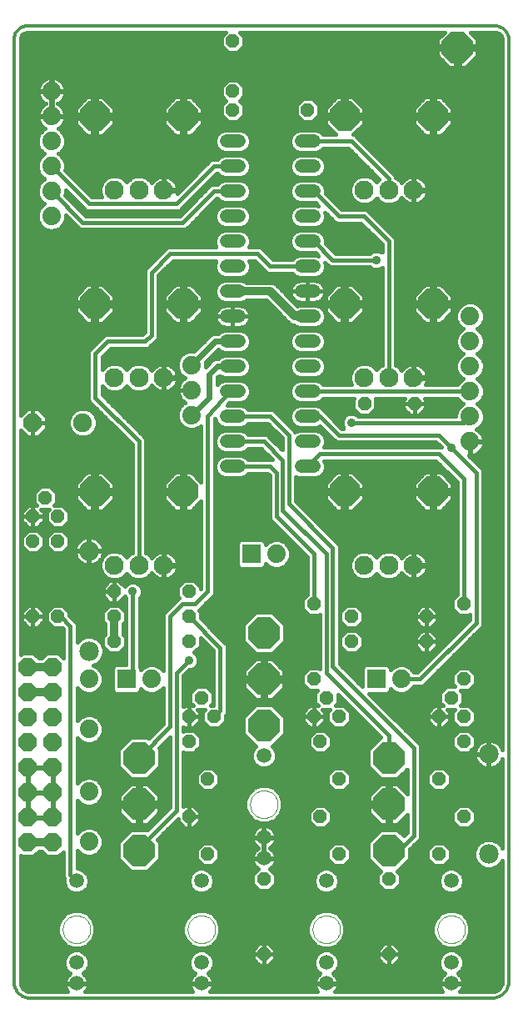
<source format=gbl>
G75*
%MOIN*%
%OFA0B0*%
%FSLAX24Y24*%
%IPPOS*%
%LPD*%
%AMOC8*
5,1,8,0,0,1.08239X$1,22.5*
%
%ADD10C,0.0120*%
%ADD11C,0.0520*%
%ADD12C,0.0740*%
%ADD13OC8,0.0520*%
%ADD14C,0.0780*%
%ADD15R,0.0740X0.0740*%
%ADD16C,0.0594*%
%ADD17C,0.0000*%
%ADD18C,0.0760*%
%ADD19OC8,0.1181*%
%ADD20OC8,0.0740*%
%ADD21OC8,0.1266*%
%ADD22C,0.0750*%
%ADD23OC8,0.0750*%
%ADD24OC8,0.1240*%
%ADD25C,0.0160*%
%ADD26C,0.0356*%
%ADD27C,0.0320*%
%ADD28C,0.0240*%
D10*
X001558Y001680D02*
X001558Y039255D01*
X001561Y039301D01*
X001568Y039347D01*
X001579Y039392D01*
X001593Y039436D01*
X001611Y039479D01*
X001633Y039520D01*
X001658Y039559D01*
X001685Y039596D01*
X001716Y039630D01*
X001750Y039662D01*
X001786Y039691D01*
X001824Y039717D01*
X001865Y039739D01*
X001907Y039759D01*
X001950Y039774D01*
X001995Y039786D01*
X002041Y039795D01*
X002087Y039799D01*
X002133Y039800D01*
X020758Y039800D01*
X020759Y039800D02*
X020806Y039801D01*
X020853Y039797D01*
X020900Y039790D01*
X020946Y039778D01*
X020991Y039763D01*
X021034Y039744D01*
X021076Y039722D01*
X021116Y039697D01*
X021153Y039668D01*
X021188Y039636D01*
X021221Y039601D01*
X021250Y039564D01*
X021276Y039525D01*
X021299Y039483D01*
X021318Y039440D01*
X021334Y039395D01*
X021346Y039349D01*
X021354Y039303D01*
X021358Y039255D01*
X021358Y001680D01*
X021362Y001629D01*
X021361Y001579D01*
X021358Y001528D01*
X021350Y001478D01*
X021339Y001428D01*
X021324Y001380D01*
X021305Y001333D01*
X021283Y001287D01*
X021257Y001243D01*
X021229Y001201D01*
X021197Y001161D01*
X021162Y001124D01*
X021125Y001090D01*
X021085Y001058D01*
X021043Y001030D01*
X020999Y001004D01*
X020954Y000982D01*
X020906Y000964D01*
X020858Y000949D01*
X020808Y000938D01*
X020758Y000930D01*
X002133Y000930D01*
X002134Y000931D02*
X002084Y000939D01*
X002036Y000951D01*
X001988Y000967D01*
X001942Y000986D01*
X001898Y001008D01*
X001855Y001034D01*
X001814Y001063D01*
X001776Y001095D01*
X001740Y001130D01*
X001706Y001167D01*
X001676Y001207D01*
X001649Y001248D01*
X001625Y001292D01*
X001604Y001338D01*
X001586Y001384D01*
X001573Y001432D01*
X001562Y001481D01*
X001556Y001531D01*
X001553Y001581D01*
X001554Y001631D01*
X001559Y001680D01*
D11*
X010048Y022180D02*
X010568Y022180D01*
X010568Y023180D02*
X010048Y023180D01*
X010048Y024180D02*
X010568Y024180D01*
X010568Y025180D02*
X010048Y025180D01*
X010048Y026180D02*
X010568Y026180D01*
X010568Y027180D02*
X010048Y027180D01*
X010048Y028180D02*
X010568Y028180D01*
X010568Y029180D02*
X010048Y029180D01*
X010048Y030180D02*
X010568Y030180D01*
X010568Y031180D02*
X010048Y031180D01*
X010048Y032180D02*
X010568Y032180D01*
X010568Y033180D02*
X010048Y033180D01*
X010048Y034180D02*
X010568Y034180D01*
X010568Y035180D02*
X010048Y035180D01*
X013048Y035180D02*
X013568Y035180D01*
X013568Y034180D02*
X013048Y034180D01*
X013048Y033180D02*
X013568Y033180D01*
X013568Y032180D02*
X013048Y032180D01*
X013048Y031180D02*
X013568Y031180D01*
X013568Y030180D02*
X013048Y030180D01*
X013048Y029180D02*
X013568Y029180D01*
X013568Y028180D02*
X013048Y028180D01*
X013048Y027180D02*
X013568Y027180D01*
X013568Y026180D02*
X013048Y026180D01*
X013048Y025180D02*
X013568Y025180D01*
X013568Y024180D02*
X013048Y024180D01*
X013048Y023180D02*
X013568Y023180D01*
X013568Y022180D02*
X013048Y022180D01*
D12*
X012058Y018680D03*
X007058Y013680D03*
X004558Y013680D03*
X004558Y011680D03*
X004558Y009180D03*
X004558Y007180D03*
X017058Y013680D03*
X019808Y023180D03*
X019808Y024180D03*
X019808Y025180D03*
X019808Y026180D03*
X019808Y027180D03*
X019808Y028180D03*
X008658Y026230D03*
X008658Y025230D03*
X008658Y024230D03*
X003058Y032180D03*
X003058Y033180D03*
X003058Y034180D03*
X003058Y035180D03*
X003058Y036180D03*
X003058Y037180D03*
D13*
X010308Y037180D03*
X010308Y036430D03*
X010308Y039180D03*
X013308Y036430D03*
X015583Y024680D03*
X017583Y024680D03*
X019558Y016680D03*
X018058Y016180D03*
X018058Y015180D03*
X019558Y013680D03*
X019058Y012930D03*
X018558Y012180D03*
X019558Y012180D03*
X019558Y011180D03*
X018558Y009680D03*
X019558Y008180D03*
X018558Y006680D03*
X016558Y005680D03*
X014558Y006680D03*
X013808Y008180D03*
X014558Y009680D03*
X013808Y011180D03*
X013558Y012180D03*
X014058Y012930D03*
X013558Y013680D03*
X014558Y012180D03*
X015058Y015180D03*
X015058Y016180D03*
X013558Y016680D03*
X009058Y012930D03*
X008558Y012180D03*
X008558Y011180D03*
X009558Y012180D03*
X009308Y009680D03*
X008558Y008180D03*
X009308Y006680D03*
X011558Y005680D03*
X011558Y002680D03*
X016558Y002680D03*
X008558Y015180D03*
X008558Y016180D03*
X008558Y017180D03*
X005558Y017180D03*
X005558Y016180D03*
X005558Y015180D03*
X003308Y016180D03*
X002308Y016180D03*
X002308Y019180D03*
X002308Y020180D03*
X002808Y020930D03*
X003308Y020180D03*
X003308Y019180D03*
D14*
X004558Y018805D03*
X004558Y014805D03*
X020558Y010680D03*
X020558Y006680D03*
D15*
X016058Y013680D03*
X011058Y018680D03*
X006058Y013680D03*
D16*
X011558Y010617D03*
X011558Y007349D03*
X011558Y006515D03*
X009058Y005617D03*
X009058Y002349D03*
X009058Y001515D03*
X014058Y001515D03*
X014058Y002349D03*
X014058Y005617D03*
X019058Y005617D03*
X019058Y002349D03*
X019058Y001515D03*
X004058Y001515D03*
X004058Y002349D03*
X004058Y005617D03*
D17*
X003507Y003680D02*
X003509Y003727D01*
X003515Y003773D01*
X003525Y003819D01*
X003538Y003864D01*
X003556Y003907D01*
X003577Y003949D01*
X003601Y003989D01*
X003629Y004026D01*
X003660Y004061D01*
X003694Y004094D01*
X003730Y004123D01*
X003769Y004149D01*
X003810Y004172D01*
X003853Y004191D01*
X003897Y004207D01*
X003942Y004219D01*
X003988Y004227D01*
X004035Y004231D01*
X004081Y004231D01*
X004128Y004227D01*
X004174Y004219D01*
X004219Y004207D01*
X004263Y004191D01*
X004306Y004172D01*
X004347Y004149D01*
X004386Y004123D01*
X004422Y004094D01*
X004456Y004061D01*
X004487Y004026D01*
X004515Y003989D01*
X004539Y003949D01*
X004560Y003907D01*
X004578Y003864D01*
X004591Y003819D01*
X004601Y003773D01*
X004607Y003727D01*
X004609Y003680D01*
X004607Y003633D01*
X004601Y003587D01*
X004591Y003541D01*
X004578Y003496D01*
X004560Y003453D01*
X004539Y003411D01*
X004515Y003371D01*
X004487Y003334D01*
X004456Y003299D01*
X004422Y003266D01*
X004386Y003237D01*
X004347Y003211D01*
X004306Y003188D01*
X004263Y003169D01*
X004219Y003153D01*
X004174Y003141D01*
X004128Y003133D01*
X004081Y003129D01*
X004035Y003129D01*
X003988Y003133D01*
X003942Y003141D01*
X003897Y003153D01*
X003853Y003169D01*
X003810Y003188D01*
X003769Y003211D01*
X003730Y003237D01*
X003694Y003266D01*
X003660Y003299D01*
X003629Y003334D01*
X003601Y003371D01*
X003577Y003411D01*
X003556Y003453D01*
X003538Y003496D01*
X003525Y003541D01*
X003515Y003587D01*
X003509Y003633D01*
X003507Y003680D01*
X008507Y003680D02*
X008509Y003727D01*
X008515Y003773D01*
X008525Y003819D01*
X008538Y003864D01*
X008556Y003907D01*
X008577Y003949D01*
X008601Y003989D01*
X008629Y004026D01*
X008660Y004061D01*
X008694Y004094D01*
X008730Y004123D01*
X008769Y004149D01*
X008810Y004172D01*
X008853Y004191D01*
X008897Y004207D01*
X008942Y004219D01*
X008988Y004227D01*
X009035Y004231D01*
X009081Y004231D01*
X009128Y004227D01*
X009174Y004219D01*
X009219Y004207D01*
X009263Y004191D01*
X009306Y004172D01*
X009347Y004149D01*
X009386Y004123D01*
X009422Y004094D01*
X009456Y004061D01*
X009487Y004026D01*
X009515Y003989D01*
X009539Y003949D01*
X009560Y003907D01*
X009578Y003864D01*
X009591Y003819D01*
X009601Y003773D01*
X009607Y003727D01*
X009609Y003680D01*
X009607Y003633D01*
X009601Y003587D01*
X009591Y003541D01*
X009578Y003496D01*
X009560Y003453D01*
X009539Y003411D01*
X009515Y003371D01*
X009487Y003334D01*
X009456Y003299D01*
X009422Y003266D01*
X009386Y003237D01*
X009347Y003211D01*
X009306Y003188D01*
X009263Y003169D01*
X009219Y003153D01*
X009174Y003141D01*
X009128Y003133D01*
X009081Y003129D01*
X009035Y003129D01*
X008988Y003133D01*
X008942Y003141D01*
X008897Y003153D01*
X008853Y003169D01*
X008810Y003188D01*
X008769Y003211D01*
X008730Y003237D01*
X008694Y003266D01*
X008660Y003299D01*
X008629Y003334D01*
X008601Y003371D01*
X008577Y003411D01*
X008556Y003453D01*
X008538Y003496D01*
X008525Y003541D01*
X008515Y003587D01*
X008509Y003633D01*
X008507Y003680D01*
X011007Y008680D02*
X011009Y008727D01*
X011015Y008773D01*
X011025Y008819D01*
X011038Y008864D01*
X011056Y008907D01*
X011077Y008949D01*
X011101Y008989D01*
X011129Y009026D01*
X011160Y009061D01*
X011194Y009094D01*
X011230Y009123D01*
X011269Y009149D01*
X011310Y009172D01*
X011353Y009191D01*
X011397Y009207D01*
X011442Y009219D01*
X011488Y009227D01*
X011535Y009231D01*
X011581Y009231D01*
X011628Y009227D01*
X011674Y009219D01*
X011719Y009207D01*
X011763Y009191D01*
X011806Y009172D01*
X011847Y009149D01*
X011886Y009123D01*
X011922Y009094D01*
X011956Y009061D01*
X011987Y009026D01*
X012015Y008989D01*
X012039Y008949D01*
X012060Y008907D01*
X012078Y008864D01*
X012091Y008819D01*
X012101Y008773D01*
X012107Y008727D01*
X012109Y008680D01*
X012107Y008633D01*
X012101Y008587D01*
X012091Y008541D01*
X012078Y008496D01*
X012060Y008453D01*
X012039Y008411D01*
X012015Y008371D01*
X011987Y008334D01*
X011956Y008299D01*
X011922Y008266D01*
X011886Y008237D01*
X011847Y008211D01*
X011806Y008188D01*
X011763Y008169D01*
X011719Y008153D01*
X011674Y008141D01*
X011628Y008133D01*
X011581Y008129D01*
X011535Y008129D01*
X011488Y008133D01*
X011442Y008141D01*
X011397Y008153D01*
X011353Y008169D01*
X011310Y008188D01*
X011269Y008211D01*
X011230Y008237D01*
X011194Y008266D01*
X011160Y008299D01*
X011129Y008334D01*
X011101Y008371D01*
X011077Y008411D01*
X011056Y008453D01*
X011038Y008496D01*
X011025Y008541D01*
X011015Y008587D01*
X011009Y008633D01*
X011007Y008680D01*
X013507Y003680D02*
X013509Y003727D01*
X013515Y003773D01*
X013525Y003819D01*
X013538Y003864D01*
X013556Y003907D01*
X013577Y003949D01*
X013601Y003989D01*
X013629Y004026D01*
X013660Y004061D01*
X013694Y004094D01*
X013730Y004123D01*
X013769Y004149D01*
X013810Y004172D01*
X013853Y004191D01*
X013897Y004207D01*
X013942Y004219D01*
X013988Y004227D01*
X014035Y004231D01*
X014081Y004231D01*
X014128Y004227D01*
X014174Y004219D01*
X014219Y004207D01*
X014263Y004191D01*
X014306Y004172D01*
X014347Y004149D01*
X014386Y004123D01*
X014422Y004094D01*
X014456Y004061D01*
X014487Y004026D01*
X014515Y003989D01*
X014539Y003949D01*
X014560Y003907D01*
X014578Y003864D01*
X014591Y003819D01*
X014601Y003773D01*
X014607Y003727D01*
X014609Y003680D01*
X014607Y003633D01*
X014601Y003587D01*
X014591Y003541D01*
X014578Y003496D01*
X014560Y003453D01*
X014539Y003411D01*
X014515Y003371D01*
X014487Y003334D01*
X014456Y003299D01*
X014422Y003266D01*
X014386Y003237D01*
X014347Y003211D01*
X014306Y003188D01*
X014263Y003169D01*
X014219Y003153D01*
X014174Y003141D01*
X014128Y003133D01*
X014081Y003129D01*
X014035Y003129D01*
X013988Y003133D01*
X013942Y003141D01*
X013897Y003153D01*
X013853Y003169D01*
X013810Y003188D01*
X013769Y003211D01*
X013730Y003237D01*
X013694Y003266D01*
X013660Y003299D01*
X013629Y003334D01*
X013601Y003371D01*
X013577Y003411D01*
X013556Y003453D01*
X013538Y003496D01*
X013525Y003541D01*
X013515Y003587D01*
X013509Y003633D01*
X013507Y003680D01*
X018507Y003680D02*
X018509Y003727D01*
X018515Y003773D01*
X018525Y003819D01*
X018538Y003864D01*
X018556Y003907D01*
X018577Y003949D01*
X018601Y003989D01*
X018629Y004026D01*
X018660Y004061D01*
X018694Y004094D01*
X018730Y004123D01*
X018769Y004149D01*
X018810Y004172D01*
X018853Y004191D01*
X018897Y004207D01*
X018942Y004219D01*
X018988Y004227D01*
X019035Y004231D01*
X019081Y004231D01*
X019128Y004227D01*
X019174Y004219D01*
X019219Y004207D01*
X019263Y004191D01*
X019306Y004172D01*
X019347Y004149D01*
X019386Y004123D01*
X019422Y004094D01*
X019456Y004061D01*
X019487Y004026D01*
X019515Y003989D01*
X019539Y003949D01*
X019560Y003907D01*
X019578Y003864D01*
X019591Y003819D01*
X019601Y003773D01*
X019607Y003727D01*
X019609Y003680D01*
X019607Y003633D01*
X019601Y003587D01*
X019591Y003541D01*
X019578Y003496D01*
X019560Y003453D01*
X019539Y003411D01*
X019515Y003371D01*
X019487Y003334D01*
X019456Y003299D01*
X019422Y003266D01*
X019386Y003237D01*
X019347Y003211D01*
X019306Y003188D01*
X019263Y003169D01*
X019219Y003153D01*
X019174Y003141D01*
X019128Y003133D01*
X019081Y003129D01*
X019035Y003129D01*
X018988Y003133D01*
X018942Y003141D01*
X018897Y003153D01*
X018853Y003169D01*
X018810Y003188D01*
X018769Y003211D01*
X018730Y003237D01*
X018694Y003266D01*
X018660Y003299D01*
X018629Y003334D01*
X018601Y003371D01*
X018577Y003411D01*
X018556Y003453D01*
X018538Y003496D01*
X018525Y003541D01*
X018515Y003587D01*
X018509Y003633D01*
X018507Y003680D01*
D18*
X017542Y018227D03*
X016558Y018227D03*
X015574Y018227D03*
X015574Y025727D03*
X016558Y025727D03*
X017542Y025727D03*
X017542Y033227D03*
X016558Y033227D03*
X015574Y033227D03*
X007542Y033227D03*
X006558Y033227D03*
X005574Y033227D03*
X005574Y025727D03*
X006558Y025727D03*
X007542Y025727D03*
X007542Y018227D03*
X006558Y018227D03*
X005574Y018227D03*
D19*
X004787Y021180D03*
X008330Y021180D03*
X014787Y021180D03*
X018330Y021180D03*
X018330Y028680D03*
X014787Y028680D03*
X008330Y028680D03*
X004787Y028680D03*
X004787Y036180D03*
X008330Y036180D03*
X014787Y036180D03*
X018330Y036180D03*
D20*
X003108Y014155D03*
X002108Y014155D03*
X002108Y013155D03*
X003108Y013155D03*
X003108Y012155D03*
X002108Y012155D03*
X002108Y011155D03*
X003108Y011155D03*
X003108Y010155D03*
X002108Y010155D03*
X002108Y009155D03*
X003108Y009155D03*
X003108Y008155D03*
X002108Y008155D03*
X002108Y007155D03*
X003108Y007155D03*
D21*
X006558Y006830D03*
X006558Y008680D03*
X006558Y010530D03*
X011558Y011830D03*
X011558Y013680D03*
X011558Y015530D03*
X016558Y010530D03*
X016558Y008680D03*
X016558Y006830D03*
D22*
X004308Y023930D03*
D23*
X002308Y023930D03*
D24*
X019308Y038930D03*
D25*
X019228Y038903D02*
X010682Y038903D01*
X010768Y038989D02*
X010768Y039371D01*
X010599Y039540D01*
X018787Y039540D01*
X018508Y039261D01*
X018508Y039010D01*
X019228Y039010D01*
X019228Y038850D01*
X018508Y038850D01*
X018508Y038599D01*
X018977Y038130D01*
X019228Y038130D01*
X019228Y038850D01*
X019388Y038850D01*
X019388Y038130D01*
X019640Y038130D01*
X020108Y038599D01*
X020108Y038850D01*
X019388Y038850D01*
X019388Y039010D01*
X020108Y039010D01*
X020108Y039261D01*
X019830Y039540D01*
X020713Y039540D01*
X020719Y039538D01*
X020764Y039540D01*
X020777Y039540D01*
X020832Y039537D01*
X020947Y039496D01*
X021037Y039414D01*
X021090Y039303D01*
X021098Y039245D01*
X021098Y010863D01*
X021086Y010899D01*
X021046Y010979D01*
X020993Y011051D01*
X020930Y011115D01*
X020857Y011168D01*
X020777Y011208D01*
X020692Y011236D01*
X020603Y011250D01*
X020577Y011250D01*
X020577Y010698D01*
X020540Y010698D01*
X020540Y010662D01*
X019988Y010662D01*
X019988Y010635D01*
X020002Y010547D01*
X020030Y010461D01*
X020071Y010381D01*
X020123Y010309D01*
X020187Y010245D01*
X020259Y010192D01*
X020339Y010152D01*
X020425Y010124D01*
X020513Y010110D01*
X020540Y010110D01*
X020540Y010662D01*
X020577Y010662D01*
X020577Y010110D01*
X020603Y010110D01*
X020692Y010124D01*
X020777Y010152D01*
X020857Y010192D01*
X020930Y010245D01*
X020993Y010309D01*
X021046Y010381D01*
X021086Y010461D01*
X021098Y010497D01*
X021098Y006918D01*
X021058Y007014D01*
X020892Y007180D01*
X020676Y007270D01*
X020441Y007270D01*
X020224Y007180D01*
X020058Y007014D01*
X019968Y006797D01*
X019968Y006563D01*
X020058Y006346D01*
X020224Y006180D01*
X020441Y006090D01*
X020676Y006090D01*
X020892Y006180D01*
X021058Y006346D01*
X021098Y006442D01*
X021098Y001717D01*
X021094Y001703D01*
X021098Y001666D01*
X021098Y001628D01*
X021101Y001622D01*
X021102Y001586D01*
X021075Y001457D01*
X021011Y001343D01*
X020914Y001255D01*
X020794Y001201D01*
X020738Y001190D01*
X019408Y001190D01*
X019422Y001204D01*
X019466Y001265D01*
X019500Y001332D01*
X019523Y001403D01*
X019535Y001477D01*
X019535Y001496D01*
X019077Y001496D01*
X019077Y001533D01*
X019535Y001533D01*
X019535Y001552D01*
X019523Y001626D01*
X019500Y001698D01*
X019466Y001765D01*
X019422Y001825D01*
X019369Y001878D01*
X019315Y001918D01*
X019340Y001928D01*
X019479Y002068D01*
X019555Y002250D01*
X019555Y002448D01*
X021098Y002448D01*
X021098Y002290D02*
X019555Y002290D01*
X019555Y002448D02*
X019479Y002631D01*
X019340Y002770D01*
X019157Y002846D01*
X018959Y002846D01*
X018777Y002770D01*
X018637Y002631D01*
X018561Y002448D01*
X016948Y002448D01*
X016998Y002498D02*
X016998Y002680D01*
X016558Y002680D01*
X016118Y002680D01*
X016118Y002498D01*
X016376Y002240D01*
X016558Y002240D01*
X016558Y002680D01*
X016558Y002680D01*
X016118Y002680D01*
X016118Y002862D01*
X016376Y003120D01*
X016558Y003120D01*
X016558Y002680D01*
X016558Y002680D01*
X016558Y002680D01*
X016558Y003120D01*
X016740Y003120D01*
X016998Y002862D01*
X016998Y002680D01*
X016558Y002680D01*
X016558Y002240D01*
X016740Y002240D01*
X016998Y002498D01*
X016998Y002607D02*
X018627Y002607D01*
X018561Y002448D02*
X018561Y002250D01*
X018637Y002068D01*
X018777Y001928D01*
X018802Y001918D01*
X018748Y001878D01*
X018695Y001825D01*
X018650Y001765D01*
X018616Y001698D01*
X018593Y001626D01*
X018581Y001552D01*
X018581Y001533D01*
X019040Y001533D01*
X019040Y001496D01*
X018581Y001496D01*
X018581Y001477D01*
X018593Y001403D01*
X018616Y001332D01*
X018650Y001265D01*
X018695Y001204D01*
X018709Y001190D01*
X014408Y001190D01*
X014422Y001204D01*
X014466Y001265D01*
X014500Y001332D01*
X014523Y001403D01*
X014535Y001477D01*
X014535Y001496D01*
X014077Y001496D01*
X014077Y001533D01*
X014535Y001533D01*
X014535Y001552D01*
X014523Y001626D01*
X014500Y001698D01*
X014466Y001765D01*
X014422Y001825D01*
X014369Y001878D01*
X014315Y001918D01*
X014340Y001928D01*
X014479Y002068D01*
X014555Y002250D01*
X014555Y002448D01*
X016168Y002448D01*
X016118Y002607D02*
X014489Y002607D01*
X014479Y002631D02*
X014340Y002770D01*
X014157Y002846D01*
X013959Y002846D01*
X013777Y002770D01*
X013637Y002631D01*
X013561Y002448D01*
X011948Y002448D01*
X011998Y002498D02*
X011998Y002680D01*
X011558Y002680D01*
X011118Y002680D01*
X011118Y002498D01*
X011376Y002240D01*
X011558Y002240D01*
X011558Y002680D01*
X011558Y002680D01*
X011118Y002680D01*
X011118Y002862D01*
X011376Y003120D01*
X011558Y003120D01*
X011558Y002680D01*
X011558Y002680D01*
X011558Y002680D01*
X011558Y003120D01*
X011740Y003120D01*
X011998Y002862D01*
X011998Y002680D01*
X011558Y002680D01*
X011558Y002240D01*
X011740Y002240D01*
X011998Y002498D01*
X011998Y002607D02*
X013627Y002607D01*
X013561Y002448D02*
X013561Y002250D01*
X013637Y002068D01*
X013777Y001928D01*
X013802Y001918D01*
X013748Y001878D01*
X013695Y001825D01*
X013650Y001765D01*
X013616Y001698D01*
X013593Y001626D01*
X013581Y001552D01*
X013581Y001533D01*
X014040Y001533D01*
X014040Y001496D01*
X013581Y001496D01*
X013581Y001477D01*
X013593Y001403D01*
X013616Y001332D01*
X013650Y001265D01*
X013695Y001204D01*
X013709Y001190D01*
X009408Y001190D01*
X009422Y001204D01*
X009466Y001265D01*
X009500Y001332D01*
X009523Y001403D01*
X009535Y001477D01*
X009535Y001496D01*
X009077Y001496D01*
X009077Y001533D01*
X009535Y001533D01*
X009535Y001552D01*
X009523Y001626D01*
X009500Y001698D01*
X009466Y001765D01*
X009422Y001825D01*
X009369Y001878D01*
X009315Y001918D01*
X009340Y001928D01*
X009479Y002068D01*
X009555Y002250D01*
X009555Y002448D01*
X011168Y002448D01*
X011118Y002607D02*
X009489Y002607D01*
X009479Y002631D02*
X009340Y002770D01*
X009157Y002846D01*
X008959Y002846D01*
X008777Y002770D01*
X008637Y002631D01*
X008561Y002448D01*
X004555Y002448D01*
X004479Y002631D01*
X004340Y002770D01*
X004157Y002846D01*
X003959Y002846D01*
X003777Y002770D01*
X003637Y002631D01*
X003561Y002448D01*
X001818Y002448D01*
X001818Y002290D02*
X003561Y002290D01*
X003561Y002250D02*
X003637Y002068D01*
X003777Y001928D01*
X003802Y001918D01*
X003748Y001878D01*
X003695Y001825D01*
X003650Y001765D01*
X003616Y001698D01*
X003593Y001626D01*
X003581Y001552D01*
X003581Y001533D01*
X004040Y001533D01*
X004040Y001496D01*
X003581Y001496D01*
X003581Y001477D01*
X003593Y001403D01*
X003616Y001332D01*
X003650Y001265D01*
X003695Y001204D01*
X003709Y001190D01*
X002157Y001190D01*
X002105Y001201D01*
X001989Y001256D01*
X001897Y001344D01*
X001836Y001456D01*
X001813Y001582D01*
X001815Y001620D01*
X001818Y001628D01*
X001818Y001663D01*
X001823Y001697D01*
X001818Y001714D01*
X001818Y006639D01*
X001872Y006585D01*
X002344Y006585D01*
X002554Y006795D01*
X002662Y006795D01*
X002872Y006585D01*
X003344Y006585D01*
X003528Y006769D01*
X003528Y005811D01*
X003565Y005724D01*
X003561Y005716D01*
X003561Y005518D01*
X003637Y005336D01*
X003777Y005196D01*
X003959Y005120D01*
X004157Y005120D01*
X004340Y005196D01*
X004479Y005336D01*
X004555Y005518D01*
X004555Y005716D01*
X004479Y005898D01*
X004340Y006038D01*
X004157Y006114D01*
X004088Y006114D01*
X004088Y006844D01*
X004235Y006697D01*
X004445Y006610D01*
X004672Y006610D01*
X004881Y006697D01*
X005041Y006857D01*
X005128Y007067D01*
X005128Y007293D01*
X005041Y007503D01*
X004881Y007663D01*
X004672Y007750D01*
X004445Y007750D01*
X004235Y007663D01*
X004088Y007516D01*
X004088Y008844D01*
X004235Y008697D01*
X004445Y008610D01*
X004672Y008610D01*
X004881Y008697D01*
X005041Y008857D01*
X005128Y009067D01*
X005128Y009293D01*
X005041Y009503D01*
X004881Y009663D01*
X004672Y009750D01*
X004445Y009750D01*
X004235Y009663D01*
X004088Y009516D01*
X004088Y011344D01*
X004235Y011197D01*
X004445Y011110D01*
X004672Y011110D01*
X004881Y011197D01*
X005041Y011357D01*
X005128Y011567D01*
X005128Y011793D01*
X005041Y012003D01*
X004881Y012163D01*
X004672Y012250D01*
X004445Y012250D01*
X004235Y012163D01*
X004088Y012016D01*
X004088Y013344D01*
X004235Y013197D01*
X004445Y013110D01*
X004672Y013110D01*
X004881Y013197D01*
X005041Y013357D01*
X005128Y013567D01*
X005128Y013793D01*
X005041Y014003D01*
X004881Y014163D01*
X004716Y014232D01*
X004892Y014305D01*
X005058Y014471D01*
X005148Y014688D01*
X005148Y014922D01*
X005136Y014952D01*
X005368Y014720D01*
X005749Y014720D01*
X006018Y014989D01*
X006018Y015371D01*
X005918Y015471D01*
X005918Y015889D01*
X006018Y015989D01*
X006018Y016371D01*
X005749Y016640D01*
X005368Y016640D01*
X005098Y016371D01*
X005098Y015989D01*
X005198Y015889D01*
X005198Y015471D01*
X005098Y015371D01*
X005098Y015043D01*
X005058Y015139D01*
X004892Y015305D01*
X004676Y015395D01*
X004441Y015395D01*
X004224Y015305D01*
X004088Y015169D01*
X004088Y015861D01*
X004046Y015964D01*
X003967Y016042D01*
X003768Y016241D01*
X003768Y016371D01*
X003499Y016640D01*
X003118Y016640D01*
X002848Y016371D01*
X002848Y015989D01*
X003118Y015720D01*
X003497Y015720D01*
X003528Y015689D01*
X003528Y014541D01*
X003344Y014725D01*
X002872Y014725D01*
X002662Y014515D01*
X002554Y014515D01*
X002344Y014725D01*
X001872Y014725D01*
X001818Y014671D01*
X001818Y023635D01*
X002078Y023375D01*
X002308Y023375D01*
X002308Y023930D01*
X002308Y024485D01*
X002078Y024485D01*
X001818Y024225D01*
X001818Y039249D01*
X001825Y039306D01*
X001873Y039413D01*
X001958Y039494D01*
X002068Y039536D01*
X002125Y039540D01*
X002130Y039540D01*
X002178Y039539D01*
X002181Y039540D01*
X010018Y039540D01*
X009848Y039371D01*
X009848Y038989D01*
X010118Y038720D01*
X010499Y038720D01*
X010768Y038989D01*
X010768Y039062D02*
X018508Y039062D01*
X018508Y039220D02*
X010768Y039220D01*
X010760Y039379D02*
X018625Y039379D01*
X018784Y039537D02*
X010602Y039537D01*
X010015Y039537D02*
X002084Y039537D01*
X001858Y039379D02*
X009856Y039379D01*
X009848Y039220D02*
X001818Y039220D01*
X001818Y039062D02*
X009848Y039062D01*
X009935Y038903D02*
X001818Y038903D01*
X001818Y038745D02*
X010093Y038745D01*
X010523Y038745D02*
X018508Y038745D01*
X018521Y038586D02*
X001818Y038586D01*
X001818Y038428D02*
X018679Y038428D01*
X018838Y038269D02*
X001818Y038269D01*
X001818Y038111D02*
X021098Y038111D01*
X021098Y038269D02*
X019779Y038269D01*
X019937Y038428D02*
X021098Y038428D01*
X021098Y038586D02*
X020096Y038586D01*
X020108Y038745D02*
X021098Y038745D01*
X021098Y038903D02*
X019388Y038903D01*
X019388Y038745D02*
X019228Y038745D01*
X019228Y038586D02*
X019388Y038586D01*
X019388Y038428D02*
X019228Y038428D01*
X019228Y038269D02*
X019388Y038269D01*
X020108Y039062D02*
X021098Y039062D01*
X021098Y039220D02*
X020108Y039220D01*
X019991Y039379D02*
X021054Y039379D01*
X020832Y039537D02*
X019833Y039537D01*
X021098Y037952D02*
X001818Y037952D01*
X001818Y037794D02*
X021098Y037794D01*
X021098Y037635D02*
X010504Y037635D01*
X010499Y037640D02*
X010118Y037640D01*
X009848Y037371D01*
X009848Y036989D01*
X010033Y036805D01*
X009848Y036621D01*
X009848Y036239D01*
X010118Y035970D01*
X010499Y035970D01*
X010768Y036239D01*
X010768Y036621D01*
X010584Y036805D01*
X010768Y036989D01*
X010768Y037371D01*
X010499Y037640D01*
X010662Y037477D02*
X021098Y037477D01*
X021098Y037318D02*
X010768Y037318D01*
X010768Y037160D02*
X021098Y037160D01*
X021098Y037001D02*
X010768Y037001D01*
X010621Y036843D02*
X013070Y036843D01*
X013118Y036890D02*
X012848Y036621D01*
X012848Y036239D01*
X013118Y035970D01*
X013499Y035970D01*
X013768Y036239D01*
X013768Y036621D01*
X013499Y036890D01*
X013118Y036890D01*
X012912Y036684D02*
X010705Y036684D01*
X010768Y036526D02*
X012848Y036526D01*
X012848Y036367D02*
X010768Y036367D01*
X010737Y036209D02*
X012879Y036209D01*
X013038Y036050D02*
X010579Y036050D01*
X010660Y035640D02*
X009957Y035640D01*
X009788Y035570D01*
X009658Y035441D01*
X009588Y035271D01*
X009588Y035088D01*
X009658Y034919D01*
X009788Y034790D01*
X009957Y034720D01*
X010660Y034720D01*
X010829Y034790D01*
X010958Y034919D01*
X011028Y035088D01*
X011028Y035271D01*
X010958Y035441D01*
X010829Y035570D01*
X010660Y035640D01*
X010818Y035575D02*
X012799Y035575D01*
X012788Y035570D02*
X012658Y035441D01*
X012588Y035271D01*
X012588Y035088D01*
X012658Y034919D01*
X012788Y034790D01*
X012957Y034720D01*
X013660Y034720D01*
X013829Y034790D01*
X013939Y034900D01*
X014942Y034900D01*
X016177Y033666D01*
X016067Y033556D01*
X016066Y033555D01*
X016066Y033556D01*
X015903Y033719D01*
X015689Y033807D01*
X015459Y033807D01*
X015245Y033719D01*
X015082Y033556D01*
X014994Y033343D01*
X014994Y033112D01*
X015082Y032899D01*
X015245Y032736D01*
X015459Y032647D01*
X015689Y032647D01*
X015903Y032736D01*
X016066Y032899D01*
X016066Y032900D01*
X016067Y032899D01*
X016230Y032736D01*
X016443Y032647D01*
X016674Y032647D01*
X016887Y032736D01*
X017050Y032899D01*
X017064Y032933D01*
X017115Y032862D01*
X017178Y032800D01*
X017249Y032748D01*
X017328Y032708D01*
X017411Y032681D01*
X017498Y032667D01*
X017524Y032667D01*
X017524Y033209D01*
X017561Y033209D01*
X017561Y033246D01*
X017524Y033246D01*
X017524Y033787D01*
X017498Y033787D01*
X017411Y033773D01*
X017328Y033746D01*
X017249Y033706D01*
X017178Y033654D01*
X017115Y033592D01*
X017064Y033522D01*
X017050Y033556D01*
X016887Y033719D01*
X016837Y033740D01*
X016796Y033839D01*
X015296Y035339D01*
X015217Y035417D01*
X015144Y035448D01*
X015557Y035861D01*
X015557Y036100D01*
X014867Y036100D01*
X014867Y036260D01*
X015557Y036260D01*
X015557Y036499D01*
X015106Y036951D01*
X014867Y036951D01*
X014867Y036260D01*
X014707Y036260D01*
X014707Y036951D01*
X014467Y036951D01*
X014016Y036499D01*
X014016Y036260D01*
X014707Y036260D01*
X014707Y036100D01*
X014016Y036100D01*
X014016Y035861D01*
X014417Y035460D01*
X013939Y035460D01*
X013829Y035570D01*
X013660Y035640D01*
X012957Y035640D01*
X012788Y035570D01*
X012648Y035416D02*
X010968Y035416D01*
X011028Y035258D02*
X012588Y035258D01*
X012588Y035099D02*
X011028Y035099D01*
X010967Y034941D02*
X012650Y034941D01*
X012807Y034782D02*
X010810Y034782D01*
X010699Y034624D02*
X012917Y034624D01*
X012957Y034640D02*
X012788Y034570D01*
X012658Y034441D01*
X012588Y034271D01*
X012588Y034088D01*
X012658Y033919D01*
X012788Y033790D01*
X012957Y033720D01*
X013660Y033720D01*
X013829Y033790D01*
X013958Y033919D01*
X014028Y034088D01*
X014028Y034271D01*
X013958Y034441D01*
X013829Y034570D01*
X013660Y034640D01*
X012957Y034640D01*
X012683Y034465D02*
X010934Y034465D01*
X010958Y034441D02*
X010829Y034570D01*
X010660Y034640D01*
X009957Y034640D01*
X009788Y034570D01*
X009678Y034460D01*
X009503Y034460D01*
X009400Y034417D01*
X008091Y033108D01*
X008102Y033183D01*
X008102Y033209D01*
X007561Y033209D01*
X007561Y033246D01*
X007524Y033246D01*
X007524Y033787D01*
X007498Y033787D01*
X007411Y033773D01*
X007328Y033746D01*
X007249Y033706D01*
X007178Y033654D01*
X007115Y033592D01*
X007064Y033522D01*
X007050Y033556D01*
X006887Y033719D01*
X006674Y033807D01*
X006443Y033807D01*
X006230Y033719D01*
X006067Y033556D01*
X006066Y033555D01*
X006066Y033556D01*
X005903Y033719D01*
X005689Y033807D01*
X005459Y033807D01*
X005245Y033719D01*
X005082Y033556D01*
X004994Y033343D01*
X004994Y033112D01*
X005057Y032960D01*
X004674Y032960D01*
X003610Y034024D01*
X003628Y034067D01*
X003628Y034293D01*
X003541Y034503D01*
X003381Y034663D01*
X003341Y034680D01*
X003381Y034697D01*
X003541Y034857D01*
X003628Y035067D01*
X003628Y035293D01*
X003541Y035503D01*
X003381Y035663D01*
X003312Y035692D01*
X003347Y035710D01*
X003417Y035760D01*
X003478Y035822D01*
X003529Y035892D01*
X003568Y035969D01*
X003595Y036051D01*
X003608Y036137D01*
X003608Y036160D01*
X003078Y036160D01*
X003078Y036200D01*
X003038Y036200D01*
X003038Y036160D01*
X002508Y036160D01*
X002508Y036137D01*
X002522Y036051D01*
X002549Y035969D01*
X002588Y035892D01*
X002639Y035822D01*
X002700Y035760D01*
X002770Y035710D01*
X002805Y035692D01*
X002735Y035663D01*
X002575Y035503D01*
X002488Y035293D01*
X002488Y035067D01*
X002575Y034857D01*
X002735Y034697D01*
X002776Y034680D01*
X002735Y034663D01*
X002575Y034503D01*
X002488Y034293D01*
X002488Y034067D01*
X002575Y033857D01*
X002735Y033697D01*
X002776Y033680D01*
X002735Y033663D01*
X002575Y033503D01*
X002488Y033293D01*
X002488Y033067D01*
X002575Y032857D01*
X002735Y032697D01*
X002776Y032680D01*
X002735Y032663D01*
X002575Y032503D01*
X002488Y032293D01*
X002488Y032067D01*
X002575Y031857D01*
X002735Y031697D01*
X002945Y031610D01*
X003172Y031610D01*
X003381Y031697D01*
X003541Y031857D01*
X003628Y032067D01*
X003628Y032214D01*
X004150Y031693D01*
X004253Y031650D01*
X008364Y031650D01*
X008467Y031693D01*
X008546Y031771D01*
X009674Y032900D01*
X009678Y032900D01*
X009788Y032790D01*
X009957Y032720D01*
X010660Y032720D01*
X010829Y032790D01*
X010958Y032919D01*
X011028Y033088D01*
X011028Y033271D01*
X010958Y033441D01*
X010829Y033570D01*
X010660Y033640D01*
X009957Y033640D01*
X009788Y033570D01*
X009678Y033460D01*
X009503Y033460D01*
X009400Y033417D01*
X008192Y032210D01*
X004424Y032210D01*
X003610Y033024D01*
X003628Y033067D01*
X003628Y033214D01*
X004321Y032521D01*
X004400Y032443D01*
X004503Y032400D01*
X008114Y032400D01*
X008217Y032443D01*
X008296Y032521D01*
X009674Y033900D01*
X009678Y033900D01*
X009788Y033790D01*
X009957Y033720D01*
X010660Y033720D01*
X010829Y033790D01*
X010958Y033919D01*
X011028Y034088D01*
X011028Y034271D01*
X010958Y034441D01*
X011014Y034307D02*
X012603Y034307D01*
X012588Y034148D02*
X011028Y034148D01*
X010987Y033990D02*
X012629Y033990D01*
X012747Y033831D02*
X010870Y033831D01*
X010885Y033514D02*
X012732Y033514D01*
X012788Y033570D02*
X012658Y033441D01*
X012588Y033271D01*
X012588Y033088D01*
X012658Y032919D01*
X012788Y032790D01*
X012957Y032720D01*
X013622Y032720D01*
X013732Y032610D01*
X013660Y032640D01*
X012957Y032640D01*
X012788Y032570D01*
X012658Y032441D01*
X012588Y032271D01*
X012588Y032088D01*
X012658Y031919D01*
X012788Y031790D01*
X012957Y031720D01*
X013660Y031720D01*
X013829Y031790D01*
X013958Y031919D01*
X014028Y032088D01*
X014255Y032088D01*
X014400Y031943D02*
X013998Y032344D01*
X014028Y032271D01*
X014028Y032088D01*
X014028Y032246D02*
X014096Y032246D01*
X013962Y031929D02*
X014432Y031929D01*
X014400Y031943D02*
X014503Y031900D01*
X015442Y031900D01*
X016278Y031064D01*
X016278Y030745D01*
X016272Y030751D01*
X016133Y030808D01*
X015983Y030808D01*
X015844Y030751D01*
X015804Y030710D01*
X014424Y030710D01*
X014028Y031106D01*
X014028Y031271D01*
X013958Y031441D01*
X013829Y031570D01*
X013660Y031640D01*
X012957Y031640D01*
X012788Y031570D01*
X012658Y031441D01*
X012588Y031271D01*
X012588Y031088D01*
X012658Y030919D01*
X012788Y030790D01*
X012957Y030720D01*
X013622Y030720D01*
X013732Y030610D01*
X013660Y030640D01*
X012957Y030640D01*
X012788Y030570D01*
X012678Y030460D01*
X011924Y030460D01*
X011546Y030839D01*
X011467Y030917D01*
X011364Y030960D01*
X010975Y030960D01*
X011028Y031088D01*
X011028Y031271D01*
X010958Y031441D01*
X010829Y031570D01*
X010660Y031640D01*
X009957Y031640D01*
X009788Y031570D01*
X009658Y031441D01*
X009588Y031271D01*
X009588Y031088D01*
X009641Y030960D01*
X007753Y030960D01*
X007650Y030917D01*
X006900Y030167D01*
X006821Y030089D01*
X006778Y029986D01*
X006778Y027546D01*
X006692Y027460D01*
X005253Y027460D01*
X005150Y027417D01*
X004650Y026917D01*
X004571Y026839D01*
X004528Y026736D01*
X004528Y024874D01*
X004571Y024771D01*
X006278Y023064D01*
X006278Y018739D01*
X006230Y018719D01*
X006067Y018556D01*
X006066Y018555D01*
X006066Y018556D01*
X005903Y018719D01*
X005689Y018807D01*
X005459Y018807D01*
X005245Y018719D01*
X005082Y018556D01*
X004994Y018343D01*
X004994Y018112D01*
X005082Y017899D01*
X005245Y017736D01*
X005459Y017647D01*
X005689Y017647D01*
X005903Y017736D01*
X006066Y017899D01*
X006066Y017900D01*
X006067Y017899D01*
X006230Y017736D01*
X006443Y017647D01*
X006674Y017647D01*
X006887Y017736D01*
X007050Y017899D01*
X007064Y017933D01*
X007115Y017862D01*
X007178Y017800D01*
X007249Y017748D01*
X007328Y017708D01*
X007411Y017681D01*
X007498Y017667D01*
X007524Y017667D01*
X007524Y018209D01*
X007561Y018209D01*
X007561Y018246D01*
X007524Y018246D01*
X007524Y018787D01*
X007498Y018787D01*
X007411Y018773D01*
X007328Y018746D01*
X007249Y018706D01*
X007178Y018654D01*
X007115Y018592D01*
X007064Y018522D01*
X007050Y018556D01*
X006887Y018719D01*
X006838Y018739D01*
X006838Y023236D01*
X006796Y023339D01*
X006717Y023417D01*
X005088Y025046D01*
X005088Y025393D01*
X005245Y025236D01*
X005459Y025147D01*
X005689Y025147D01*
X005903Y025236D01*
X006066Y025399D01*
X006066Y025400D01*
X006067Y025399D01*
X006230Y025236D01*
X006443Y025147D01*
X006674Y025147D01*
X006887Y025236D01*
X007050Y025399D01*
X007064Y025433D01*
X007115Y025362D01*
X007178Y025300D01*
X007249Y025248D01*
X007328Y025208D01*
X007411Y025181D01*
X007498Y025167D01*
X007524Y025167D01*
X007524Y025709D01*
X007561Y025709D01*
X007561Y025746D01*
X007524Y025746D01*
X007524Y026287D01*
X007498Y026287D01*
X007411Y026273D01*
X007328Y026246D01*
X007249Y026206D01*
X007178Y026154D01*
X007115Y026092D01*
X007064Y026022D01*
X007050Y026056D01*
X006887Y026219D01*
X006674Y026307D01*
X006443Y026307D01*
X006230Y026219D01*
X006067Y026056D01*
X006066Y026055D01*
X006066Y026056D01*
X005903Y026219D01*
X005689Y026307D01*
X005459Y026307D01*
X005245Y026219D01*
X005088Y026062D01*
X005088Y026564D01*
X005424Y026900D01*
X006864Y026900D01*
X006967Y026943D01*
X007046Y027021D01*
X007296Y027271D01*
X007338Y027374D01*
X007338Y029814D01*
X007924Y030400D01*
X009641Y030400D01*
X009588Y030271D01*
X009588Y030088D01*
X009658Y029919D01*
X009788Y029790D01*
X009957Y029720D01*
X010660Y029720D01*
X010829Y029790D01*
X010958Y029919D01*
X011028Y030088D01*
X011028Y030271D01*
X010975Y030400D01*
X011192Y030400D01*
X011650Y029943D01*
X011753Y029900D01*
X012678Y029900D01*
X012788Y029790D01*
X012957Y029720D01*
X013660Y029720D01*
X013829Y029790D01*
X013958Y029919D01*
X014028Y030088D01*
X014028Y030271D01*
X013998Y030344D01*
X014150Y030193D01*
X014253Y030150D01*
X015804Y030150D01*
X015844Y030109D01*
X015983Y030052D01*
X016133Y030052D01*
X016272Y030109D01*
X016278Y030115D01*
X016278Y026239D01*
X016230Y026219D01*
X016067Y026056D01*
X016066Y026055D01*
X016066Y026056D01*
X015903Y026219D01*
X015689Y026307D01*
X015459Y026307D01*
X015245Y026219D01*
X015082Y026056D01*
X014994Y025843D01*
X014994Y025612D01*
X015057Y025460D01*
X013939Y025460D01*
X013829Y025570D01*
X013660Y025640D01*
X012957Y025640D01*
X012788Y025570D01*
X012658Y025441D01*
X012588Y025271D01*
X012588Y025088D01*
X012658Y024919D01*
X012788Y024790D01*
X012957Y024720D01*
X013660Y024720D01*
X013829Y024790D01*
X013939Y024900D01*
X015153Y024900D01*
X015123Y024871D01*
X015123Y024489D01*
X015393Y024220D01*
X015774Y024220D01*
X016043Y024489D01*
X016043Y024871D01*
X016014Y024900D01*
X017181Y024900D01*
X017143Y024862D01*
X017143Y024680D01*
X017143Y024498D01*
X017401Y024240D01*
X017583Y024240D01*
X017583Y024680D01*
X017143Y024680D01*
X017583Y024680D01*
X017583Y024680D01*
X017583Y024680D01*
X017583Y024240D01*
X017765Y024240D01*
X018023Y024498D01*
X018023Y024680D01*
X018023Y024862D01*
X017985Y024900D01*
X019307Y024900D01*
X019325Y024857D01*
X019485Y024697D01*
X019526Y024680D01*
X019485Y024663D01*
X019325Y024503D01*
X019238Y024293D01*
X019238Y024210D01*
X015313Y024210D01*
X015272Y024251D01*
X015133Y024308D01*
X014983Y024308D01*
X014844Y024251D01*
X014738Y024144D01*
X014680Y024005D01*
X014680Y023855D01*
X014738Y023716D01*
X014744Y023710D01*
X014674Y023710D01*
X014046Y024339D01*
X013969Y024416D01*
X013958Y024441D01*
X013829Y024570D01*
X013660Y024640D01*
X012957Y024640D01*
X012788Y024570D01*
X012658Y024441D01*
X012588Y024271D01*
X012588Y024088D01*
X012658Y023919D01*
X012788Y023790D01*
X012957Y023720D01*
X013660Y023720D01*
X013810Y023782D01*
X014400Y023193D01*
X014503Y023150D01*
X018442Y023150D01*
X018645Y022947D01*
X018614Y022960D01*
X013975Y022960D01*
X014028Y023088D01*
X014028Y023271D01*
X013958Y023441D01*
X013829Y023570D01*
X013660Y023640D01*
X012957Y023640D01*
X012801Y023576D01*
X012796Y023589D01*
X012046Y024339D01*
X011967Y024417D01*
X011864Y024460D01*
X010939Y024460D01*
X010829Y024570D01*
X010660Y024640D01*
X010083Y024640D01*
X010153Y024720D01*
X010660Y024720D01*
X010829Y024790D01*
X010958Y024919D01*
X011028Y025088D01*
X011028Y025271D01*
X010958Y025441D01*
X010829Y025570D01*
X010660Y025640D01*
X009957Y025640D01*
X009788Y025570D01*
X009678Y025461D01*
X009678Y025722D01*
X009767Y025811D01*
X009788Y025790D01*
X009957Y025720D01*
X010660Y025720D01*
X010829Y025790D01*
X010958Y025919D01*
X011028Y026088D01*
X011028Y026271D01*
X010958Y026441D01*
X010829Y026570D01*
X010660Y026640D01*
X009957Y026640D01*
X009788Y026570D01*
X009718Y026500D01*
X009620Y026500D01*
X009502Y026451D01*
X009228Y026178D01*
X009228Y026343D01*
X009227Y026346D01*
X009729Y026848D01*
X009788Y026790D01*
X009957Y026720D01*
X010660Y026720D01*
X010829Y026790D01*
X010958Y026919D01*
X011028Y027088D01*
X011028Y027271D01*
X010958Y027441D01*
X010829Y027570D01*
X010660Y027640D01*
X009957Y027640D01*
X009788Y027570D01*
X009718Y027500D01*
X009545Y027500D01*
X009427Y027451D01*
X008774Y026799D01*
X008772Y026800D01*
X008545Y026800D01*
X008335Y026713D01*
X008175Y026553D01*
X008088Y026343D01*
X008088Y026117D01*
X008175Y025907D01*
X008335Y025747D01*
X008405Y025718D01*
X008370Y025700D01*
X008300Y025650D01*
X008239Y025588D01*
X008188Y025518D01*
X008149Y025441D01*
X008122Y025359D01*
X008108Y025273D01*
X008108Y025230D01*
X008108Y025187D01*
X008122Y025101D01*
X008149Y025019D01*
X008188Y024942D01*
X008239Y024872D01*
X008300Y024810D01*
X008370Y024760D01*
X008405Y024742D01*
X008335Y024713D01*
X008175Y024553D01*
X008088Y024343D01*
X008088Y024117D01*
X008175Y023907D01*
X008335Y023747D01*
X008545Y023660D01*
X008772Y023660D01*
X008981Y023747D01*
X009028Y023794D01*
X009028Y021571D01*
X008649Y021951D01*
X008410Y021951D01*
X008410Y021260D01*
X008250Y021260D01*
X008250Y021951D01*
X008011Y021951D01*
X007559Y021499D01*
X007559Y021260D01*
X008250Y021260D01*
X008250Y021100D01*
X008410Y021100D01*
X008410Y020409D01*
X008649Y020409D01*
X009028Y020789D01*
X009028Y017296D01*
X009018Y017286D01*
X009018Y017371D01*
X008749Y017640D01*
X008368Y017640D01*
X008098Y017371D01*
X008098Y016989D01*
X008164Y016923D01*
X008150Y016917D01*
X008071Y016839D01*
X007571Y016339D01*
X007528Y016236D01*
X007528Y014016D01*
X007381Y014163D01*
X007172Y014250D01*
X006945Y014250D01*
X006735Y014163D01*
X006628Y014056D01*
X006628Y014133D01*
X006588Y014173D01*
X006588Y016925D01*
X006629Y016966D01*
X006686Y017105D01*
X006686Y017255D01*
X006629Y017394D01*
X006522Y017501D01*
X006383Y017558D01*
X006233Y017558D01*
X006094Y017501D01*
X005988Y017394D01*
X005981Y017379D01*
X005740Y017620D01*
X005558Y017620D01*
X005376Y017620D01*
X005118Y017362D01*
X005118Y017180D01*
X005118Y016998D01*
X005376Y016740D01*
X005558Y016740D01*
X005558Y017180D01*
X005118Y017180D01*
X005558Y017180D01*
X005558Y017180D01*
X005558Y017180D01*
X005558Y017620D01*
X005558Y017180D01*
X005558Y017180D01*
X005558Y016740D01*
X005740Y016740D01*
X005981Y016981D01*
X005988Y016966D01*
X006028Y016925D01*
X006028Y014250D01*
X005605Y014250D01*
X005488Y014133D01*
X005488Y013227D01*
X005605Y013110D01*
X006511Y013110D01*
X006628Y013227D01*
X006628Y013304D01*
X006735Y013197D01*
X006945Y013110D01*
X007172Y013110D01*
X007381Y013197D01*
X007528Y013344D01*
X007528Y011896D01*
X006949Y011317D01*
X006903Y011363D01*
X006213Y011363D01*
X005725Y010875D01*
X005725Y010185D01*
X006213Y009697D01*
X006903Y009697D01*
X007391Y010185D01*
X007391Y010875D01*
X007345Y010921D01*
X007778Y011354D01*
X007778Y008546D01*
X006895Y007663D01*
X006213Y007663D01*
X005725Y007175D01*
X005725Y006485D01*
X006213Y005997D01*
X006903Y005997D01*
X007391Y006485D01*
X007391Y007175D01*
X007295Y007271D01*
X008118Y008094D01*
X008118Y007998D01*
X008376Y007740D01*
X008558Y007740D01*
X008558Y008180D01*
X008558Y008620D01*
X008376Y008620D01*
X008338Y008582D01*
X008338Y010749D01*
X008368Y010720D01*
X008749Y010720D01*
X009018Y010989D01*
X009018Y011371D01*
X008749Y011640D01*
X008368Y011640D01*
X008338Y011611D01*
X008338Y011778D01*
X008376Y011740D01*
X008558Y011740D01*
X008558Y012180D01*
X008558Y012180D01*
X008558Y012620D01*
X008376Y012620D01*
X008338Y012582D01*
X008338Y013814D01*
X008576Y014052D01*
X008633Y014052D01*
X008772Y014109D01*
X008879Y014216D01*
X008936Y014355D01*
X008936Y014505D01*
X008879Y014644D01*
X008776Y014747D01*
X009018Y014989D01*
X009018Y015324D01*
X009528Y014814D01*
X009528Y012640D01*
X009419Y012640D01*
X009518Y012739D01*
X009518Y013121D01*
X009249Y013390D01*
X008868Y013390D01*
X008598Y013121D01*
X008598Y012739D01*
X008718Y012620D01*
X008558Y012620D01*
X008558Y012180D01*
X008558Y012180D01*
X008558Y011740D01*
X008740Y011740D01*
X008998Y011998D01*
X008998Y012180D01*
X008558Y012180D01*
X008998Y012180D01*
X008998Y012362D01*
X008890Y012470D01*
X009198Y012470D01*
X009098Y012371D01*
X009098Y011989D01*
X009368Y011720D01*
X009749Y011720D01*
X010018Y011989D01*
X010018Y012244D01*
X010046Y012271D01*
X010088Y012374D01*
X010088Y014986D01*
X010046Y015089D01*
X009967Y015167D01*
X009018Y016116D01*
X009018Y016371D01*
X008952Y016437D01*
X008967Y016443D01*
X009046Y016521D01*
X009546Y017021D01*
X009588Y017124D01*
X009588Y024075D01*
X009592Y024079D01*
X009658Y023919D01*
X009788Y023790D01*
X009957Y023720D01*
X010660Y023720D01*
X010829Y023790D01*
X010939Y023900D01*
X011692Y023900D01*
X012278Y023314D01*
X012278Y022856D01*
X011796Y023339D01*
X011717Y023417D01*
X011614Y023460D01*
X010939Y023460D01*
X010829Y023570D01*
X010660Y023640D01*
X009957Y023640D01*
X009788Y023570D01*
X009658Y023441D01*
X009588Y023271D01*
X009588Y023088D01*
X009658Y022919D01*
X009788Y022790D01*
X009957Y022720D01*
X010660Y022720D01*
X010829Y022790D01*
X010939Y022900D01*
X011442Y022900D01*
X011895Y022447D01*
X011864Y022460D01*
X010939Y022460D01*
X010829Y022570D01*
X010660Y022640D01*
X009957Y022640D01*
X009788Y022570D01*
X009658Y022441D01*
X009588Y022271D01*
X009588Y022088D01*
X009658Y021919D01*
X009788Y021790D01*
X009957Y021720D01*
X010660Y021720D01*
X010829Y021790D01*
X010939Y021900D01*
X011692Y021900D01*
X011778Y021814D01*
X011778Y020124D01*
X011821Y020021D01*
X013278Y018564D01*
X013278Y017051D01*
X013098Y016871D01*
X013098Y016489D01*
X013368Y016220D01*
X013749Y016220D01*
X013778Y016249D01*
X013778Y014111D01*
X013749Y014140D01*
X013368Y014140D01*
X013098Y013871D01*
X013098Y013489D01*
X013368Y013220D01*
X013698Y013220D01*
X013598Y013121D01*
X013598Y012739D01*
X013718Y012620D01*
X013558Y012620D01*
X013376Y012620D01*
X013118Y012362D01*
X013118Y012180D01*
X013118Y011998D01*
X013376Y011740D01*
X013558Y011740D01*
X013558Y012180D01*
X013118Y012180D01*
X013558Y012180D01*
X013558Y012180D01*
X013558Y012180D01*
X013558Y012620D01*
X013558Y012180D01*
X013558Y012180D01*
X013558Y011740D01*
X013740Y011740D01*
X013998Y011998D01*
X013998Y012180D01*
X013998Y012362D01*
X013890Y012470D01*
X014198Y012470D01*
X014098Y012371D01*
X014098Y011989D01*
X014368Y011720D01*
X014749Y011720D01*
X015018Y011989D01*
X015018Y012371D01*
X014749Y012640D01*
X014419Y012640D01*
X014518Y012739D01*
X014518Y013074D01*
X016229Y011363D01*
X016213Y011363D01*
X015725Y010875D01*
X015725Y010185D01*
X016213Y009697D01*
X016903Y009697D01*
X017278Y010072D01*
X017278Y009110D01*
X016895Y009493D01*
X016638Y009493D01*
X016638Y008760D01*
X016478Y008760D01*
X016478Y008600D01*
X015745Y008600D01*
X015745Y008343D01*
X016221Y007867D01*
X016478Y007867D01*
X016478Y008600D01*
X016638Y008600D01*
X016638Y007867D01*
X016895Y007867D01*
X017278Y008250D01*
X017278Y007546D01*
X017149Y007417D01*
X016903Y007663D01*
X016213Y007663D01*
X015725Y007175D01*
X015725Y006485D01*
X016213Y005997D01*
X016225Y005997D01*
X016098Y005871D01*
X016098Y005489D01*
X016368Y005220D01*
X016749Y005220D01*
X017018Y005489D01*
X017018Y005871D01*
X016892Y005997D01*
X016903Y005997D01*
X017391Y006485D01*
X017391Y006867D01*
X017796Y007271D01*
X017838Y007374D01*
X017838Y010986D01*
X017796Y011089D01*
X017717Y011167D01*
X015774Y013110D01*
X016511Y013110D01*
X016628Y013227D01*
X016628Y013304D01*
X016735Y013197D01*
X016945Y013110D01*
X017172Y013110D01*
X017381Y013197D01*
X017541Y013357D01*
X017559Y013400D01*
X017864Y013400D01*
X017967Y013443D01*
X020217Y015693D01*
X020296Y015771D01*
X020338Y015874D01*
X020338Y021986D01*
X020296Y022089D01*
X019752Y022632D01*
X019765Y022630D01*
X019788Y022630D01*
X019788Y023160D01*
X019828Y023160D01*
X019828Y022630D01*
X019852Y022630D01*
X019937Y022644D01*
X020019Y022670D01*
X020097Y022710D01*
X020167Y022760D01*
X020228Y022822D01*
X020279Y022892D01*
X020318Y022969D01*
X020345Y023051D01*
X020358Y023137D01*
X020358Y023160D01*
X019828Y023160D01*
X019828Y023200D01*
X020358Y023200D01*
X020358Y023223D01*
X020345Y023309D01*
X020318Y023391D01*
X020279Y023468D01*
X020228Y023538D01*
X020167Y023600D01*
X020097Y023650D01*
X020062Y023668D01*
X020131Y023697D01*
X020291Y023857D01*
X020378Y024067D01*
X020378Y024293D01*
X020291Y024503D01*
X020131Y024663D01*
X020091Y024680D01*
X020131Y024697D01*
X020291Y024857D01*
X020378Y025067D01*
X020378Y025293D01*
X020291Y025503D01*
X020131Y025663D01*
X020091Y025680D01*
X020131Y025697D01*
X020291Y025857D01*
X020378Y026067D01*
X020378Y026293D01*
X020291Y026503D01*
X020131Y026663D01*
X020091Y026680D01*
X020131Y026697D01*
X020291Y026857D01*
X021098Y026857D01*
X021098Y026699D02*
X020133Y026699D01*
X020254Y026540D02*
X021098Y026540D01*
X021098Y026382D02*
X020342Y026382D01*
X020378Y026223D02*
X021098Y026223D01*
X021098Y026065D02*
X020377Y026065D01*
X020312Y025906D02*
X021098Y025906D01*
X021098Y025748D02*
X020182Y025748D01*
X020205Y025589D02*
X021098Y025589D01*
X021098Y025431D02*
X020321Y025431D01*
X020378Y025272D02*
X021098Y025272D01*
X021098Y025114D02*
X020378Y025114D01*
X020332Y024955D02*
X021098Y024955D01*
X021098Y024797D02*
X020231Y024797D01*
X020156Y024638D02*
X021098Y024638D01*
X021098Y024480D02*
X020301Y024480D01*
X020367Y024321D02*
X021098Y024321D01*
X021098Y024163D02*
X020378Y024163D01*
X020352Y024004D02*
X021098Y024004D01*
X021098Y023846D02*
X020280Y023846D01*
X020108Y023687D02*
X021098Y023687D01*
X021098Y023529D02*
X020235Y023529D01*
X020325Y023370D02*
X021098Y023370D01*
X021098Y023212D02*
X020358Y023212D01*
X020345Y023053D02*
X021098Y023053D01*
X021098Y022895D02*
X020280Y022895D01*
X020133Y022736D02*
X021098Y022736D01*
X021098Y022578D02*
X019807Y022578D01*
X019788Y022736D02*
X019828Y022736D01*
X019828Y022895D02*
X019788Y022895D01*
X019788Y023053D02*
X019828Y023053D01*
X019965Y022419D02*
X021098Y022419D01*
X021098Y022261D02*
X020124Y022261D01*
X020282Y022102D02*
X021098Y022102D01*
X021098Y021944D02*
X020338Y021944D01*
X020338Y021785D02*
X021098Y021785D01*
X021098Y021627D02*
X020338Y021627D01*
X020338Y021468D02*
X021098Y021468D01*
X021098Y021310D02*
X020338Y021310D01*
X020338Y021151D02*
X021098Y021151D01*
X021098Y020993D02*
X020338Y020993D01*
X020338Y020834D02*
X021098Y020834D01*
X021098Y020676D02*
X020338Y020676D01*
X020338Y020517D02*
X021098Y020517D01*
X021098Y020359D02*
X020338Y020359D01*
X020338Y020200D02*
X021098Y020200D01*
X021098Y020042D02*
X020338Y020042D01*
X020338Y019883D02*
X021098Y019883D01*
X021098Y019725D02*
X020338Y019725D01*
X020338Y019566D02*
X021098Y019566D01*
X021098Y019408D02*
X020338Y019408D01*
X020338Y019249D02*
X021098Y019249D01*
X021098Y019091D02*
X020338Y019091D01*
X020338Y018932D02*
X021098Y018932D01*
X021098Y018774D02*
X020338Y018774D01*
X020338Y018615D02*
X021098Y018615D01*
X021098Y018457D02*
X020338Y018457D01*
X020338Y018298D02*
X021098Y018298D01*
X021098Y018140D02*
X020338Y018140D01*
X020338Y017981D02*
X021098Y017981D01*
X021098Y017823D02*
X020338Y017823D01*
X020338Y017664D02*
X021098Y017664D01*
X021098Y017506D02*
X020338Y017506D01*
X020338Y017347D02*
X021098Y017347D01*
X021098Y017189D02*
X020338Y017189D01*
X020338Y017030D02*
X021098Y017030D01*
X021098Y016872D02*
X020338Y016872D01*
X020338Y016713D02*
X021098Y016713D01*
X021098Y016555D02*
X020338Y016555D01*
X020338Y016396D02*
X021098Y016396D01*
X021098Y016238D02*
X020338Y016238D01*
X020338Y016079D02*
X021098Y016079D01*
X021098Y015921D02*
X020338Y015921D01*
X020286Y015762D02*
X021098Y015762D01*
X021098Y015604D02*
X020128Y015604D01*
X020217Y015693D02*
X020217Y015693D01*
X020058Y015930D02*
X020058Y021930D01*
X019058Y022930D01*
X018558Y023430D01*
X014558Y023430D01*
X013808Y024180D01*
X013308Y024180D01*
X012952Y024638D02*
X010664Y024638D01*
X010835Y024797D02*
X012781Y024797D01*
X012644Y024955D02*
X010973Y024955D01*
X011028Y025114D02*
X012588Y025114D01*
X012588Y025272D02*
X011028Y025272D01*
X010962Y025431D02*
X012654Y025431D01*
X012834Y025589D02*
X010783Y025589D01*
X010726Y025748D02*
X012890Y025748D01*
X012957Y025720D02*
X012788Y025790D01*
X012658Y025919D01*
X012588Y026088D01*
X012588Y026271D01*
X012658Y026441D01*
X012788Y026570D01*
X012957Y026640D01*
X013660Y026640D01*
X013829Y026570D01*
X013958Y026441D01*
X014028Y026271D01*
X014028Y026088D01*
X013958Y025919D01*
X013829Y025790D01*
X013660Y025720D01*
X012957Y025720D01*
X012672Y025906D02*
X010945Y025906D01*
X011018Y026065D02*
X012598Y026065D01*
X012588Y026223D02*
X011028Y026223D01*
X010983Y026382D02*
X012634Y026382D01*
X012758Y026540D02*
X010859Y026540D01*
X010896Y026857D02*
X012721Y026857D01*
X012658Y026919D02*
X012788Y026790D01*
X012957Y026720D01*
X013660Y026720D01*
X013829Y026790D01*
X013958Y026919D01*
X014028Y027088D01*
X014028Y027271D01*
X013958Y027441D01*
X013829Y027570D01*
X013660Y027640D01*
X012957Y027640D01*
X012788Y027570D01*
X012658Y027441D01*
X012588Y027271D01*
X012588Y027088D01*
X012658Y026919D01*
X012618Y027016D02*
X010998Y027016D01*
X011028Y027174D02*
X012588Y027174D01*
X012614Y027333D02*
X011003Y027333D01*
X010908Y027491D02*
X012709Y027491D01*
X012788Y027790D02*
X012957Y027720D01*
X013660Y027720D01*
X013829Y027790D01*
X013958Y027919D01*
X014028Y028088D01*
X014028Y028271D01*
X013958Y028441D01*
X013829Y028570D01*
X013660Y028640D01*
X012957Y028640D01*
X012886Y028611D01*
X012113Y029384D01*
X012012Y029485D01*
X011880Y029540D01*
X010859Y029540D01*
X010829Y029570D01*
X010660Y029640D01*
X009957Y029640D01*
X009788Y029570D01*
X009658Y029441D01*
X009588Y029271D01*
X009588Y029088D01*
X009658Y028919D01*
X009788Y028790D01*
X009957Y028720D01*
X010660Y028720D01*
X010829Y028790D01*
X010859Y028820D01*
X011659Y028820D01*
X012604Y027875D01*
X012737Y027820D01*
X012758Y027820D01*
X012788Y027790D01*
X012770Y027808D02*
X010805Y027808D01*
X010799Y027804D02*
X010855Y027844D01*
X010904Y027893D01*
X010945Y027949D01*
X010976Y028011D01*
X010997Y028077D01*
X011008Y028145D01*
X011008Y028180D01*
X010308Y028180D01*
X009608Y028180D01*
X009608Y028145D01*
X009619Y028077D01*
X009640Y028011D01*
X009672Y027949D01*
X009713Y027893D01*
X009762Y027844D01*
X009818Y027804D01*
X009879Y027772D01*
X009945Y027751D01*
X010014Y027740D01*
X010308Y027740D01*
X010308Y028180D01*
X010308Y028180D01*
X009608Y028180D01*
X009608Y028215D01*
X009619Y028283D01*
X009640Y028349D01*
X009672Y028411D01*
X009713Y028467D01*
X009762Y028516D01*
X009818Y028556D01*
X009879Y028588D01*
X009945Y028609D01*
X010014Y028620D01*
X010308Y028620D01*
X010308Y028180D01*
X010308Y028180D01*
X010308Y028180D01*
X010308Y027740D01*
X010603Y027740D01*
X010671Y027751D01*
X010737Y027772D01*
X010799Y027804D01*
X010953Y027967D02*
X012513Y027967D01*
X012354Y028125D02*
X011005Y028125D01*
X011008Y028180D02*
X011008Y028215D01*
X010997Y028283D01*
X010976Y028349D01*
X010945Y028411D01*
X010904Y028467D01*
X010855Y028516D01*
X010799Y028556D01*
X010737Y028588D01*
X010671Y028609D01*
X010603Y028620D01*
X010308Y028620D01*
X010308Y028180D01*
X011008Y028180D01*
X010997Y028284D02*
X012196Y028284D01*
X012037Y028442D02*
X010922Y028442D01*
X010698Y028601D02*
X011879Y028601D01*
X011720Y028759D02*
X010754Y028759D01*
X010308Y028601D02*
X010308Y028601D01*
X010308Y028442D02*
X010308Y028442D01*
X010308Y028284D02*
X010308Y028284D01*
X010308Y028180D02*
X010308Y028180D01*
X010308Y028125D02*
X010308Y028125D01*
X010308Y027967D02*
X010308Y027967D01*
X010308Y027808D02*
X010308Y027808D01*
X009919Y028601D02*
X008410Y028601D01*
X008410Y028600D02*
X008410Y028760D01*
X009100Y028760D01*
X009100Y028999D01*
X008649Y029451D01*
X008410Y029451D01*
X008410Y028760D01*
X008250Y028760D01*
X008250Y029451D01*
X008011Y029451D01*
X007559Y028999D01*
X007559Y028760D01*
X008250Y028760D01*
X008250Y028600D01*
X008410Y028600D01*
X009100Y028600D01*
X009100Y028361D01*
X008649Y027909D01*
X008410Y027909D01*
X008410Y028600D01*
X008410Y028442D02*
X008250Y028442D01*
X008250Y028600D02*
X008250Y027909D01*
X008011Y027909D01*
X007559Y028361D01*
X007559Y028600D01*
X008250Y028600D01*
X008250Y028601D02*
X007338Y028601D01*
X007338Y028759D02*
X008250Y028759D01*
X008250Y028918D02*
X008410Y028918D01*
X008410Y029076D02*
X008250Y029076D01*
X008250Y029235D02*
X008410Y029235D01*
X008410Y029393D02*
X008250Y029393D01*
X007953Y029393D02*
X007338Y029393D01*
X007338Y029235D02*
X007795Y029235D01*
X007636Y029076D02*
X007338Y029076D01*
X007338Y028918D02*
X007559Y028918D01*
X007559Y028442D02*
X007338Y028442D01*
X007338Y028284D02*
X007637Y028284D01*
X007795Y028125D02*
X007338Y028125D01*
X007338Y027967D02*
X007954Y027967D01*
X008250Y027967D02*
X008410Y027967D01*
X008410Y028125D02*
X008250Y028125D01*
X008250Y028284D02*
X008410Y028284D01*
X008706Y027967D02*
X009663Y027967D01*
X009611Y028125D02*
X008865Y028125D01*
X009023Y028284D02*
X009619Y028284D01*
X009695Y028442D02*
X009100Y028442D01*
X009100Y028918D02*
X009660Y028918D01*
X009593Y029076D02*
X009024Y029076D01*
X008865Y029235D02*
X009588Y029235D01*
X009639Y029393D02*
X008707Y029393D01*
X008410Y028759D02*
X009862Y028759D01*
X009769Y029552D02*
X007338Y029552D01*
X007338Y029710D02*
X016278Y029710D01*
X016278Y029552D02*
X013805Y029552D01*
X013799Y029556D02*
X013737Y029588D01*
X013671Y029609D01*
X013603Y029620D01*
X013308Y029620D01*
X013014Y029620D01*
X012945Y029609D01*
X012879Y029588D01*
X012818Y029556D01*
X012762Y029516D01*
X012713Y029467D01*
X012672Y029411D01*
X012640Y029349D01*
X012619Y029283D01*
X012608Y029215D01*
X012608Y029180D01*
X012608Y029145D01*
X012619Y029077D01*
X012640Y029011D01*
X012672Y028949D01*
X012713Y028893D01*
X012762Y028844D01*
X012818Y028804D01*
X012879Y028772D01*
X012945Y028751D01*
X013014Y028740D01*
X013308Y028740D01*
X013308Y029180D01*
X012608Y029180D01*
X013308Y029180D01*
X013308Y029180D01*
X013308Y029180D01*
X013308Y029620D01*
X013308Y029180D01*
X013308Y029180D01*
X013308Y028740D01*
X013603Y028740D01*
X013671Y028751D01*
X013737Y028772D01*
X013799Y028804D01*
X013855Y028844D01*
X013904Y028893D01*
X013945Y028949D01*
X013976Y029011D01*
X013997Y029077D01*
X014008Y029145D01*
X014008Y029180D01*
X013308Y029180D01*
X014008Y029180D01*
X014008Y029215D01*
X013997Y029283D01*
X013976Y029349D01*
X013945Y029411D01*
X013904Y029467D01*
X013855Y029516D01*
X013799Y029556D01*
X013954Y029393D02*
X014410Y029393D01*
X014467Y029451D02*
X014016Y028999D01*
X014016Y028760D01*
X014707Y028760D01*
X014707Y029451D01*
X014467Y029451D01*
X014707Y029393D02*
X014867Y029393D01*
X014867Y029451D02*
X014867Y028760D01*
X015557Y028760D01*
X015557Y028999D01*
X015106Y029451D01*
X014867Y029451D01*
X014867Y029235D02*
X014707Y029235D01*
X014707Y029076D02*
X014867Y029076D01*
X014867Y028918D02*
X014707Y028918D01*
X014707Y028760D02*
X014867Y028760D01*
X014867Y028600D01*
X015557Y028600D01*
X015557Y028361D01*
X015106Y027909D01*
X014867Y027909D01*
X014867Y028600D01*
X014707Y028600D01*
X014707Y027909D01*
X014467Y027909D01*
X014016Y028361D01*
X014016Y028600D01*
X014707Y028600D01*
X014707Y028760D01*
X014707Y028759D02*
X013697Y028759D01*
X013755Y028601D02*
X014707Y028601D01*
X014707Y028442D02*
X014867Y028442D01*
X014867Y028284D02*
X014707Y028284D01*
X014707Y028125D02*
X014867Y028125D01*
X014867Y027967D02*
X014707Y027967D01*
X014410Y027967D02*
X013978Y027967D01*
X014028Y028125D02*
X014252Y028125D01*
X014093Y028284D02*
X014023Y028284D01*
X014016Y028442D02*
X013957Y028442D01*
X013921Y028918D02*
X014016Y028918D01*
X013997Y029076D02*
X014093Y029076D01*
X014005Y029235D02*
X014251Y029235D01*
X013907Y029869D02*
X016278Y029869D01*
X016278Y030027D02*
X014003Y030027D01*
X014028Y030186D02*
X014167Y030186D01*
X013998Y030344D02*
X013998Y030344D01*
X014308Y030430D02*
X013558Y031180D01*
X013308Y031180D01*
X012889Y031612D02*
X010727Y031612D01*
X010660Y031720D02*
X010829Y031790D01*
X010958Y031919D01*
X011028Y032088D01*
X012589Y032088D01*
X012588Y032246D02*
X011028Y032246D01*
X011028Y032271D02*
X010958Y032441D01*
X010829Y032570D01*
X010660Y032640D01*
X009957Y032640D01*
X009788Y032570D01*
X009658Y032441D01*
X009588Y032271D01*
X009588Y032088D01*
X009658Y031919D01*
X009788Y031790D01*
X009957Y031720D01*
X010660Y031720D01*
X010782Y031771D02*
X012835Y031771D01*
X012654Y031929D02*
X010962Y031929D01*
X011028Y032088D02*
X011028Y032271D01*
X010973Y032405D02*
X012643Y032405D01*
X012781Y032563D02*
X010836Y032563D01*
X010663Y032722D02*
X012953Y032722D01*
X012698Y032880D02*
X010919Y032880D01*
X011008Y033039D02*
X012609Y033039D01*
X012588Y033197D02*
X011028Y033197D01*
X010993Y033356D02*
X012623Y033356D01*
X012788Y033570D02*
X012957Y033640D01*
X013660Y033640D01*
X013829Y033570D01*
X013958Y033441D01*
X014028Y033271D01*
X014028Y033106D01*
X014674Y032460D01*
X015614Y032460D01*
X015717Y032417D01*
X015796Y032339D01*
X016796Y031339D01*
X016838Y031236D01*
X016838Y026239D01*
X016887Y026219D01*
X017050Y026056D01*
X017064Y026022D01*
X017115Y026092D01*
X017178Y026154D01*
X017249Y026206D01*
X017328Y026246D01*
X017411Y026273D01*
X017498Y026287D01*
X017524Y026287D01*
X017524Y025746D01*
X017561Y025746D01*
X017561Y026287D01*
X017587Y026287D01*
X017674Y026273D01*
X017757Y026246D01*
X017836Y026206D01*
X017907Y026154D01*
X017970Y026092D01*
X018021Y026021D01*
X018061Y025942D01*
X018089Y025858D01*
X018102Y025771D01*
X018102Y025746D01*
X017561Y025746D01*
X017561Y025709D01*
X018102Y025709D01*
X018102Y025683D01*
X018089Y025596D01*
X018061Y025512D01*
X018035Y025460D01*
X019307Y025460D01*
X019325Y025503D01*
X019485Y025663D01*
X019526Y025680D01*
X019485Y025697D01*
X019325Y025857D01*
X019238Y026067D01*
X019238Y026293D01*
X019325Y026503D01*
X019485Y026663D01*
X019526Y026680D01*
X019485Y026697D01*
X019325Y026857D01*
X016838Y026857D01*
X016838Y026699D02*
X019484Y026699D01*
X019362Y026540D02*
X016838Y026540D01*
X016838Y026382D02*
X019275Y026382D01*
X019238Y026223D02*
X017803Y026223D01*
X017561Y026223D02*
X017524Y026223D01*
X017524Y026065D02*
X017561Y026065D01*
X017561Y025906D02*
X017524Y025906D01*
X017524Y025748D02*
X017561Y025748D01*
X017990Y026065D02*
X019239Y026065D01*
X019305Y025906D02*
X018073Y025906D01*
X018102Y025748D02*
X019435Y025748D01*
X019411Y025589D02*
X018086Y025589D01*
X018023Y024797D02*
X019386Y024797D01*
X019460Y024638D02*
X018023Y024638D01*
X018023Y024680D02*
X017583Y024680D01*
X018023Y024680D01*
X018005Y024480D02*
X019315Y024480D01*
X019250Y024321D02*
X017847Y024321D01*
X017583Y024321D02*
X017583Y024321D01*
X017583Y024480D02*
X017583Y024480D01*
X017583Y024638D02*
X017583Y024638D01*
X017583Y024680D02*
X017583Y024680D01*
X017143Y024638D02*
X016043Y024638D01*
X016043Y024797D02*
X017143Y024797D01*
X017161Y024480D02*
X016033Y024480D01*
X015875Y024321D02*
X017320Y024321D01*
X016558Y025727D02*
X016558Y031180D01*
X015558Y032180D01*
X014558Y032180D01*
X013558Y033180D01*
X013308Y033180D01*
X013885Y033514D02*
X015065Y033514D01*
X014999Y033356D02*
X013993Y033356D01*
X014028Y033197D02*
X014994Y033197D01*
X015024Y033039D02*
X014096Y033039D01*
X014254Y032880D02*
X015101Y032880D01*
X015279Y032722D02*
X014413Y032722D01*
X014571Y032563D02*
X021098Y032563D01*
X021098Y032405D02*
X015730Y032405D01*
X015888Y032246D02*
X021098Y032246D01*
X021098Y032088D02*
X016047Y032088D01*
X016205Y031929D02*
X021098Y031929D01*
X021098Y031771D02*
X016364Y031771D01*
X016522Y031612D02*
X021098Y031612D01*
X021098Y031454D02*
X016681Y031454D01*
X016814Y031295D02*
X021098Y031295D01*
X021098Y031137D02*
X016838Y031137D01*
X016838Y030978D02*
X021098Y030978D01*
X021098Y030820D02*
X016838Y030820D01*
X016838Y030661D02*
X021098Y030661D01*
X021098Y030503D02*
X016838Y030503D01*
X016838Y030344D02*
X021098Y030344D01*
X021098Y030186D02*
X016838Y030186D01*
X016838Y030027D02*
X021098Y030027D01*
X021098Y029869D02*
X016838Y029869D01*
X016838Y029710D02*
X021098Y029710D01*
X021098Y029552D02*
X016838Y029552D01*
X016838Y029393D02*
X017953Y029393D01*
X018011Y029451D02*
X017559Y028999D01*
X017559Y028760D01*
X018250Y028760D01*
X018250Y029451D01*
X018011Y029451D01*
X018250Y029393D02*
X018410Y029393D01*
X018410Y029451D02*
X018410Y028760D01*
X019100Y028760D01*
X019100Y028999D01*
X018649Y029451D01*
X018410Y029451D01*
X018410Y029235D02*
X018250Y029235D01*
X018250Y029076D02*
X018410Y029076D01*
X018410Y028918D02*
X018250Y028918D01*
X018250Y028760D02*
X018410Y028760D01*
X018410Y028600D01*
X019100Y028600D01*
X019100Y028361D01*
X018649Y027909D01*
X018410Y027909D01*
X018410Y028600D01*
X018250Y028600D01*
X018250Y027909D01*
X018011Y027909D01*
X017559Y028361D01*
X017559Y028600D01*
X018250Y028600D01*
X018250Y028760D01*
X018250Y028759D02*
X016838Y028759D01*
X016838Y028601D02*
X018250Y028601D01*
X018250Y028442D02*
X018410Y028442D01*
X018410Y028284D02*
X018250Y028284D01*
X018250Y028125D02*
X018410Y028125D01*
X018410Y027967D02*
X018250Y027967D01*
X017954Y027967D02*
X016838Y027967D01*
X016838Y028125D02*
X017795Y028125D01*
X017637Y028284D02*
X016838Y028284D01*
X016838Y028442D02*
X017559Y028442D01*
X017559Y028918D02*
X016838Y028918D01*
X016838Y029076D02*
X017636Y029076D01*
X017795Y029235D02*
X016838Y029235D01*
X016278Y029235D02*
X015322Y029235D01*
X015163Y029393D02*
X016278Y029393D01*
X016278Y029076D02*
X015480Y029076D01*
X015557Y028918D02*
X016278Y028918D01*
X016278Y028759D02*
X014867Y028759D01*
X014867Y028601D02*
X016278Y028601D01*
X016278Y028442D02*
X015557Y028442D01*
X015480Y028284D02*
X016278Y028284D01*
X016278Y028125D02*
X015321Y028125D01*
X015163Y027967D02*
X016278Y027967D01*
X016278Y027808D02*
X013847Y027808D01*
X013908Y027491D02*
X016278Y027491D01*
X016278Y027333D02*
X014003Y027333D01*
X014028Y027174D02*
X016278Y027174D01*
X016278Y027016D02*
X013998Y027016D01*
X013896Y026857D02*
X016278Y026857D01*
X016278Y026699D02*
X009579Y026699D01*
X009421Y026540D02*
X009758Y026540D01*
X009432Y026382D02*
X009262Y026382D01*
X009274Y026223D02*
X009228Y026223D01*
X009703Y025748D02*
X009890Y025748D01*
X009834Y025589D02*
X009678Y025589D01*
X010183Y025180D02*
X009308Y024180D01*
X009308Y017180D01*
X008808Y016680D01*
X008308Y016680D01*
X007808Y016180D01*
X007808Y011780D01*
X006558Y010530D01*
X006013Y009898D02*
X004088Y009898D01*
X004088Y010056D02*
X005854Y010056D01*
X005725Y010215D02*
X004088Y010215D01*
X004088Y010373D02*
X005725Y010373D01*
X005725Y010532D02*
X004088Y010532D01*
X004088Y010690D02*
X005725Y010690D01*
X005725Y010849D02*
X004088Y010849D01*
X004088Y011007D02*
X005857Y011007D01*
X006016Y011166D02*
X004806Y011166D01*
X005008Y011324D02*
X006174Y011324D01*
X006942Y011324D02*
X006956Y011324D01*
X007115Y011483D02*
X005093Y011483D01*
X005128Y011641D02*
X007273Y011641D01*
X007432Y011800D02*
X005126Y011800D01*
X005060Y011958D02*
X007528Y011958D01*
X007528Y012117D02*
X004928Y012117D01*
X004189Y012117D02*
X004088Y012117D01*
X004088Y012275D02*
X007528Y012275D01*
X007528Y012434D02*
X004088Y012434D01*
X004088Y012592D02*
X007528Y012592D01*
X007528Y012751D02*
X004088Y012751D01*
X004088Y012909D02*
X007528Y012909D01*
X007528Y013068D02*
X004088Y013068D01*
X004088Y013226D02*
X004206Y013226D01*
X004910Y013226D02*
X005489Y013226D01*
X005488Y013385D02*
X005053Y013385D01*
X005118Y013543D02*
X005488Y013543D01*
X005488Y013702D02*
X005128Y013702D01*
X005101Y013860D02*
X005488Y013860D01*
X005488Y014019D02*
X005026Y014019D01*
X004848Y014177D02*
X005532Y014177D01*
X006028Y014336D02*
X004923Y014336D01*
X005068Y014494D02*
X006028Y014494D01*
X006028Y014653D02*
X005134Y014653D01*
X005148Y014811D02*
X005277Y014811D01*
X005098Y015128D02*
X005063Y015128D01*
X005098Y015287D02*
X004911Y015287D01*
X005173Y015445D02*
X004088Y015445D01*
X004088Y015287D02*
X004205Y015287D01*
X004088Y015604D02*
X005198Y015604D01*
X005198Y015762D02*
X004088Y015762D01*
X004063Y015921D02*
X005167Y015921D01*
X005098Y016079D02*
X003930Y016079D01*
X003772Y016238D02*
X005098Y016238D01*
X005124Y016396D02*
X003743Y016396D01*
X003584Y016555D02*
X005282Y016555D01*
X005244Y016872D02*
X001818Y016872D01*
X001818Y017030D02*
X005118Y017030D01*
X005118Y017189D02*
X001818Y017189D01*
X001818Y017347D02*
X005118Y017347D01*
X005262Y017506D02*
X001818Y017506D01*
X001818Y017664D02*
X005418Y017664D01*
X005558Y017506D02*
X005558Y017506D01*
X005558Y017347D02*
X005558Y017347D01*
X005558Y017189D02*
X005558Y017189D01*
X005558Y017030D02*
X005558Y017030D01*
X005558Y016872D02*
X005558Y016872D01*
X005872Y016872D02*
X006028Y016872D01*
X006028Y016713D02*
X001818Y016713D01*
X001818Y016555D02*
X002061Y016555D01*
X002126Y016620D02*
X001868Y016362D01*
X001868Y016180D01*
X001868Y015998D01*
X002126Y015740D01*
X002308Y015740D01*
X002308Y016180D01*
X001868Y016180D01*
X002308Y016180D01*
X002308Y016180D01*
X002308Y016620D01*
X002126Y016620D01*
X002308Y016620D02*
X002308Y016180D01*
X002308Y016180D01*
X002308Y016180D01*
X002308Y015740D01*
X002490Y015740D01*
X002748Y015998D01*
X002748Y016180D01*
X002308Y016180D01*
X002748Y016180D01*
X002748Y016362D01*
X002490Y016620D01*
X002308Y016620D01*
X002308Y016555D02*
X002308Y016555D01*
X002308Y016396D02*
X002308Y016396D01*
X002308Y016238D02*
X002308Y016238D01*
X002308Y016180D02*
X002308Y016180D01*
X002308Y016079D02*
X002308Y016079D01*
X002308Y015921D02*
X002308Y015921D01*
X002308Y015762D02*
X002308Y015762D01*
X002104Y015762D02*
X001818Y015762D01*
X001818Y015604D02*
X003528Y015604D01*
X003528Y015445D02*
X001818Y015445D01*
X001818Y015287D02*
X003528Y015287D01*
X003528Y015128D02*
X001818Y015128D01*
X001818Y014970D02*
X003528Y014970D01*
X003528Y014811D02*
X001818Y014811D01*
X002417Y014653D02*
X002800Y014653D01*
X003417Y014653D02*
X003528Y014653D01*
X003808Y015805D02*
X003808Y005867D01*
X004058Y005617D01*
X003561Y005618D02*
X001818Y005618D01*
X001818Y005460D02*
X003586Y005460D01*
X003672Y005301D02*
X001818Y005301D01*
X001818Y005143D02*
X003905Y005143D01*
X004211Y005143D02*
X008905Y005143D01*
X008959Y005120D02*
X009157Y005120D01*
X009340Y005196D01*
X009479Y005336D01*
X009555Y005518D01*
X009555Y005716D01*
X009479Y005898D01*
X009340Y006038D01*
X009157Y006114D01*
X008959Y006114D01*
X008777Y006038D01*
X008637Y005898D01*
X008561Y005716D01*
X008561Y005518D01*
X008637Y005336D01*
X008777Y005196D01*
X008959Y005120D01*
X009211Y005143D02*
X013905Y005143D01*
X013959Y005120D02*
X013777Y005196D01*
X013637Y005336D01*
X013561Y005518D01*
X013561Y005716D01*
X013637Y005898D01*
X013777Y006038D01*
X013959Y006114D01*
X014157Y006114D01*
X014340Y006038D01*
X014479Y005898D01*
X014555Y005716D01*
X014555Y005518D01*
X014479Y005336D01*
X014340Y005196D01*
X014157Y005120D01*
X013959Y005120D01*
X014211Y005143D02*
X018905Y005143D01*
X018959Y005120D02*
X019157Y005120D01*
X019340Y005196D01*
X019479Y005336D01*
X019555Y005518D01*
X019555Y005716D01*
X019479Y005898D01*
X019340Y006038D01*
X019157Y006114D01*
X018959Y006114D01*
X018777Y006038D01*
X018637Y005898D01*
X018561Y005716D01*
X018561Y005518D01*
X018637Y005336D01*
X018777Y005196D01*
X018959Y005120D01*
X019211Y005143D02*
X021098Y005143D01*
X021098Y005301D02*
X019445Y005301D01*
X019531Y005460D02*
X021098Y005460D01*
X021098Y005618D02*
X019555Y005618D01*
X019530Y005777D02*
X021098Y005777D01*
X021098Y005935D02*
X019443Y005935D01*
X019206Y006094D02*
X020432Y006094D01*
X020684Y006094D02*
X021098Y006094D01*
X021098Y006252D02*
X020965Y006252D01*
X021085Y006411D02*
X021098Y006411D01*
X021098Y007045D02*
X021028Y007045D01*
X021098Y007203D02*
X020837Y007203D01*
X021098Y007362D02*
X017833Y007362D01*
X017838Y007520D02*
X021098Y007520D01*
X021098Y007679D02*
X017838Y007679D01*
X017838Y007837D02*
X019251Y007837D01*
X019368Y007720D02*
X019098Y007989D01*
X019098Y008371D01*
X019368Y008640D01*
X019749Y008640D01*
X020018Y008371D01*
X020018Y007989D01*
X019749Y007720D01*
X019368Y007720D01*
X019098Y007996D02*
X017838Y007996D01*
X017838Y008154D02*
X019098Y008154D01*
X019098Y008313D02*
X017838Y008313D01*
X017838Y008471D02*
X019199Y008471D01*
X019357Y008630D02*
X017838Y008630D01*
X017838Y008788D02*
X021098Y008788D01*
X021098Y008630D02*
X019759Y008630D01*
X019918Y008471D02*
X021098Y008471D01*
X021098Y008313D02*
X020018Y008313D01*
X020018Y008154D02*
X021098Y008154D01*
X021098Y007996D02*
X020018Y007996D01*
X019866Y007837D02*
X021098Y007837D01*
X020279Y007203D02*
X017727Y007203D01*
X017569Y007045D02*
X018272Y007045D01*
X018368Y007140D02*
X018098Y006871D01*
X018098Y006489D01*
X018368Y006220D01*
X018749Y006220D01*
X019018Y006489D01*
X019018Y006871D01*
X018749Y007140D01*
X018368Y007140D01*
X018114Y006886D02*
X017410Y006886D01*
X017391Y006728D02*
X018098Y006728D01*
X018098Y006569D02*
X017391Y006569D01*
X017317Y006411D02*
X018177Y006411D01*
X018336Y006252D02*
X017158Y006252D01*
X017000Y006094D02*
X018910Y006094D01*
X018781Y006252D02*
X020152Y006252D01*
X020031Y006411D02*
X018939Y006411D01*
X019018Y006569D02*
X019968Y006569D01*
X019968Y006728D02*
X019018Y006728D01*
X019003Y006886D02*
X020005Y006886D01*
X020088Y007045D02*
X018844Y007045D01*
X018674Y005935D02*
X016954Y005935D01*
X017018Y005777D02*
X018587Y005777D01*
X018561Y005618D02*
X017018Y005618D01*
X016988Y005460D02*
X018586Y005460D01*
X018672Y005301D02*
X016830Y005301D01*
X016287Y005301D02*
X014445Y005301D01*
X014531Y005460D02*
X016128Y005460D01*
X016098Y005618D02*
X014555Y005618D01*
X014530Y005777D02*
X016098Y005777D01*
X016163Y005935D02*
X014443Y005935D01*
X014206Y006094D02*
X016117Y006094D01*
X015958Y006252D02*
X014781Y006252D01*
X014749Y006220D02*
X015018Y006489D01*
X015018Y006871D01*
X014749Y007140D01*
X014368Y007140D01*
X014098Y006871D01*
X014098Y006489D01*
X014368Y006220D01*
X014749Y006220D01*
X014939Y006411D02*
X015800Y006411D01*
X015725Y006569D02*
X015018Y006569D01*
X015018Y006728D02*
X015725Y006728D01*
X015725Y006886D02*
X015003Y006886D01*
X014844Y007045D02*
X015725Y007045D01*
X015753Y007203D02*
X012012Y007203D01*
X012023Y007238D02*
X012035Y007312D01*
X012035Y007331D01*
X011577Y007331D01*
X011577Y007368D01*
X012035Y007368D01*
X012035Y007387D01*
X012023Y007461D01*
X012000Y007532D01*
X011966Y007599D01*
X011922Y007660D01*
X011869Y007713D01*
X011808Y007757D01*
X011741Y007791D01*
X011670Y007814D01*
X011596Y007826D01*
X011577Y007826D01*
X011577Y007368D01*
X011540Y007368D01*
X011540Y007826D01*
X011521Y007826D01*
X011447Y007814D01*
X011375Y007791D01*
X011308Y007757D01*
X011248Y007713D01*
X011195Y007660D01*
X011150Y007599D01*
X011116Y007532D01*
X011093Y007461D01*
X011081Y007387D01*
X011081Y007368D01*
X011540Y007368D01*
X011540Y007331D01*
X011577Y007331D01*
X011577Y006533D01*
X012035Y006533D01*
X012035Y006552D01*
X012023Y006626D01*
X012000Y006698D01*
X011966Y006765D01*
X011922Y006825D01*
X011869Y006878D01*
X011808Y006922D01*
X011790Y006932D01*
X011808Y006941D01*
X011869Y006986D01*
X011922Y007039D01*
X011966Y007099D01*
X012000Y007166D01*
X012023Y007238D01*
X011926Y007045D02*
X014272Y007045D01*
X014114Y006886D02*
X011858Y006886D01*
X011985Y006728D02*
X014098Y006728D01*
X014098Y006569D02*
X012032Y006569D01*
X012035Y006496D02*
X011577Y006496D01*
X011577Y006533D01*
X011540Y006533D01*
X011540Y006991D01*
X011540Y007331D01*
X011081Y007331D01*
X011081Y007312D01*
X011093Y007238D01*
X011116Y007166D01*
X011150Y007099D01*
X011195Y007039D01*
X011248Y006986D01*
X011308Y006941D01*
X011327Y006932D01*
X011308Y006922D01*
X011248Y006878D01*
X011195Y006825D01*
X011150Y006765D01*
X011116Y006698D01*
X011093Y006626D01*
X011081Y006552D01*
X011081Y006533D01*
X011540Y006533D01*
X011540Y006496D01*
X011081Y006496D01*
X011081Y006477D01*
X011093Y006403D01*
X011116Y006332D01*
X011150Y006265D01*
X011195Y006204D01*
X011248Y006151D01*
X011308Y006107D01*
X011326Y006098D01*
X011098Y005871D01*
X011098Y005489D01*
X011368Y005220D01*
X011749Y005220D01*
X012018Y005489D01*
X012018Y005871D01*
X011791Y006098D01*
X011808Y006107D01*
X011869Y006151D01*
X011922Y006204D01*
X011966Y006265D01*
X012000Y006332D01*
X012023Y006403D01*
X012035Y006477D01*
X012035Y006496D01*
X012025Y006411D02*
X014177Y006411D01*
X014336Y006252D02*
X011957Y006252D01*
X011795Y006094D02*
X013910Y006094D01*
X013674Y005935D02*
X011954Y005935D01*
X012018Y005777D02*
X013587Y005777D01*
X013561Y005618D02*
X012018Y005618D01*
X011988Y005460D02*
X013586Y005460D01*
X013672Y005301D02*
X011830Y005301D01*
X011287Y005301D02*
X009445Y005301D01*
X009531Y005460D02*
X011128Y005460D01*
X011098Y005618D02*
X009555Y005618D01*
X009530Y005777D02*
X011098Y005777D01*
X011163Y005935D02*
X009443Y005935D01*
X009206Y006094D02*
X011321Y006094D01*
X011160Y006252D02*
X009531Y006252D01*
X009499Y006220D02*
X009768Y006489D01*
X009768Y006871D01*
X009499Y007140D01*
X009118Y007140D01*
X008848Y006871D01*
X008848Y006489D01*
X009118Y006220D01*
X009499Y006220D01*
X009689Y006411D02*
X011092Y006411D01*
X011084Y006569D02*
X009768Y006569D01*
X009768Y006728D02*
X011132Y006728D01*
X011258Y006886D02*
X009753Y006886D01*
X009594Y007045D02*
X011190Y007045D01*
X011104Y007203D02*
X007363Y007203D01*
X007386Y007362D02*
X011540Y007362D01*
X011577Y007362D02*
X015912Y007362D01*
X016070Y007520D02*
X012004Y007520D01*
X011903Y007679D02*
X017278Y007679D01*
X017278Y007837D02*
X014116Y007837D01*
X013999Y007720D02*
X014268Y007989D01*
X014268Y008371D01*
X013999Y008640D01*
X013618Y008640D01*
X013348Y008371D01*
X013348Y007989D01*
X013618Y007720D01*
X013999Y007720D01*
X014268Y007996D02*
X016093Y007996D01*
X015934Y008154D02*
X014268Y008154D01*
X014268Y008313D02*
X015776Y008313D01*
X015745Y008471D02*
X014168Y008471D01*
X014009Y008630D02*
X016478Y008630D01*
X016478Y008760D02*
X015745Y008760D01*
X015745Y009017D01*
X016221Y009493D01*
X016478Y009493D01*
X016478Y008760D01*
X016478Y008788D02*
X016638Y008788D01*
X016638Y008947D02*
X016478Y008947D01*
X016478Y009105D02*
X016638Y009105D01*
X016638Y009264D02*
X016478Y009264D01*
X016478Y009422D02*
X016638Y009422D01*
X016966Y009422D02*
X017278Y009422D01*
X017278Y009264D02*
X017125Y009264D01*
X017278Y009581D02*
X015018Y009581D01*
X015018Y009489D02*
X014749Y009220D01*
X014368Y009220D01*
X014098Y009489D01*
X014098Y009871D01*
X014368Y010140D01*
X014749Y010140D01*
X015018Y009871D01*
X015018Y009489D01*
X014951Y009422D02*
X016150Y009422D01*
X015992Y009264D02*
X014792Y009264D01*
X015018Y009739D02*
X016171Y009739D01*
X016013Y009898D02*
X014991Y009898D01*
X014833Y010056D02*
X015854Y010056D01*
X015725Y010215D02*
X011858Y010215D01*
X011840Y010196D02*
X011979Y010336D01*
X012055Y010518D01*
X012055Y010716D01*
X011979Y010898D01*
X011881Y010997D01*
X011903Y010997D01*
X012391Y011485D01*
X012391Y012175D01*
X011903Y012663D01*
X011213Y012663D01*
X010725Y012175D01*
X010725Y011485D01*
X011213Y010997D01*
X011236Y010997D01*
X011137Y010898D01*
X011061Y010716D01*
X011061Y010518D01*
X011137Y010336D01*
X011277Y010196D01*
X011459Y010120D01*
X011657Y010120D01*
X011840Y010196D01*
X011995Y010373D02*
X015725Y010373D01*
X015725Y010532D02*
X012055Y010532D01*
X012055Y010690D02*
X015725Y010690D01*
X015725Y010849D02*
X014127Y010849D01*
X013999Y010720D02*
X014268Y010989D01*
X014268Y011371D01*
X013999Y011640D01*
X013618Y011640D01*
X013348Y011371D01*
X013348Y010989D01*
X013618Y010720D01*
X013999Y010720D01*
X014268Y011007D02*
X015857Y011007D01*
X016016Y011166D02*
X014268Y011166D01*
X014268Y011324D02*
X016174Y011324D01*
X016110Y011483D02*
X014156Y011483D01*
X014288Y011800D02*
X013800Y011800D01*
X013959Y011958D02*
X014130Y011958D01*
X014098Y012117D02*
X013998Y012117D01*
X013998Y012180D02*
X013558Y012180D01*
X013998Y012180D01*
X013998Y012275D02*
X014098Y012275D01*
X014161Y012434D02*
X013927Y012434D01*
X013558Y012434D02*
X013558Y012434D01*
X013558Y012592D02*
X013558Y012592D01*
X013598Y012751D02*
X010088Y012751D01*
X010088Y012909D02*
X011179Y012909D01*
X011221Y012867D02*
X011478Y012867D01*
X011478Y013600D01*
X010745Y013600D01*
X010745Y013343D01*
X011221Y012867D01*
X011478Y012909D02*
X011638Y012909D01*
X011638Y012867D02*
X011895Y012867D01*
X012371Y013343D01*
X012371Y013600D01*
X011638Y013600D01*
X011638Y012867D01*
X011638Y013068D02*
X011478Y013068D01*
X011478Y013226D02*
X011638Y013226D01*
X011638Y013385D02*
X011478Y013385D01*
X011478Y013543D02*
X011638Y013543D01*
X011638Y013600D02*
X011478Y013600D01*
X011478Y013760D01*
X010745Y013760D01*
X010745Y014017D01*
X011221Y014493D01*
X011478Y014493D01*
X011478Y013760D01*
X011638Y013760D01*
X011638Y014493D01*
X011895Y014493D01*
X012371Y014017D01*
X012371Y013760D01*
X011638Y013760D01*
X011638Y013600D01*
X011638Y013702D02*
X013098Y013702D01*
X013098Y013860D02*
X012371Y013860D01*
X012370Y014019D02*
X013246Y014019D01*
X013098Y013543D02*
X012371Y013543D01*
X012371Y013385D02*
X013203Y013385D01*
X013362Y013226D02*
X012254Y013226D01*
X012096Y013068D02*
X013598Y013068D01*
X013598Y012909D02*
X011937Y012909D01*
X011974Y012592D02*
X013348Y012592D01*
X013190Y012434D02*
X012133Y012434D01*
X012291Y012275D02*
X013118Y012275D01*
X013118Y012117D02*
X012391Y012117D01*
X012391Y011958D02*
X013158Y011958D01*
X013316Y011800D02*
X012391Y011800D01*
X012391Y011641D02*
X015951Y011641D01*
X015793Y011800D02*
X014828Y011800D01*
X014987Y011958D02*
X015634Y011958D01*
X015476Y012117D02*
X015018Y012117D01*
X015018Y012275D02*
X015317Y012275D01*
X015159Y012434D02*
X014955Y012434D01*
X015000Y012592D02*
X014797Y012592D01*
X014842Y012751D02*
X014518Y012751D01*
X014518Y012909D02*
X014683Y012909D01*
X014525Y013068D02*
X014518Y013068D01*
X015183Y013702D02*
X015488Y013702D01*
X015488Y013860D02*
X015024Y013860D01*
X014866Y014019D02*
X015488Y014019D01*
X015488Y014133D02*
X015488Y013396D01*
X014588Y014296D01*
X014588Y018986D01*
X014546Y019089D01*
X014467Y019167D01*
X012838Y020796D01*
X012838Y021769D01*
X012957Y021720D01*
X013660Y021720D01*
X013829Y021790D01*
X013958Y021919D01*
X014028Y022088D01*
X014028Y022271D01*
X013975Y022400D01*
X018442Y022400D01*
X019278Y021564D01*
X019278Y017051D01*
X019098Y016871D01*
X019098Y016489D01*
X019368Y016220D01*
X019749Y016220D01*
X019778Y016249D01*
X019778Y016046D01*
X017692Y013960D01*
X017559Y013960D01*
X017541Y014003D01*
X017381Y014163D01*
X017172Y014250D01*
X016945Y014250D01*
X016735Y014163D01*
X016628Y014056D01*
X016628Y014133D01*
X016511Y014250D01*
X015605Y014250D01*
X015488Y014133D01*
X015532Y014177D02*
X014707Y014177D01*
X014588Y014336D02*
X018068Y014336D01*
X018226Y014494D02*
X014588Y014494D01*
X014588Y014653D02*
X018385Y014653D01*
X018240Y014740D02*
X018498Y014998D01*
X018498Y015180D01*
X018498Y015362D01*
X018240Y015620D01*
X018058Y015620D01*
X017876Y015620D01*
X017618Y015362D01*
X017618Y015180D01*
X017618Y014998D01*
X017876Y014740D01*
X018058Y014740D01*
X018058Y015180D01*
X017618Y015180D01*
X018058Y015180D01*
X018058Y015180D01*
X018058Y015180D01*
X018058Y015620D01*
X018058Y015180D01*
X018058Y015180D01*
X018058Y014740D01*
X018240Y014740D01*
X018312Y014811D02*
X018543Y014811D01*
X018470Y014970D02*
X018702Y014970D01*
X018860Y015128D02*
X018498Y015128D01*
X018498Y015180D02*
X018058Y015180D01*
X018498Y015180D01*
X018498Y015287D02*
X019019Y015287D01*
X019177Y015445D02*
X018415Y015445D01*
X018257Y015604D02*
X019336Y015604D01*
X019494Y015762D02*
X018263Y015762D01*
X018240Y015740D02*
X018498Y015998D01*
X018498Y016180D01*
X018498Y016362D01*
X018240Y016620D01*
X018058Y016620D01*
X017876Y016620D01*
X017618Y016362D01*
X017618Y016180D01*
X017618Y015998D01*
X017876Y015740D01*
X018058Y015740D01*
X018058Y016180D01*
X017618Y016180D01*
X018058Y016180D01*
X018058Y016180D01*
X018058Y016180D01*
X018058Y016620D01*
X018058Y016180D01*
X018058Y016180D01*
X018058Y015740D01*
X018240Y015740D01*
X018058Y015762D02*
X018058Y015762D01*
X018058Y015604D02*
X018058Y015604D01*
X018058Y015445D02*
X018058Y015445D01*
X018058Y015287D02*
X018058Y015287D01*
X018058Y015180D02*
X018058Y015180D01*
X018058Y015128D02*
X018058Y015128D01*
X018058Y014970D02*
X018058Y014970D01*
X018058Y014811D02*
X018058Y014811D01*
X017805Y014811D02*
X015340Y014811D01*
X015249Y014720D02*
X015518Y014989D01*
X015518Y015371D01*
X015249Y015640D01*
X014868Y015640D01*
X014598Y015371D01*
X014598Y014989D01*
X014868Y014720D01*
X015249Y014720D01*
X015498Y014970D02*
X017646Y014970D01*
X017618Y015128D02*
X015518Y015128D01*
X015518Y015287D02*
X017618Y015287D01*
X017701Y015445D02*
X015444Y015445D01*
X015285Y015604D02*
X017860Y015604D01*
X017854Y015762D02*
X015291Y015762D01*
X015249Y015720D02*
X015518Y015989D01*
X015518Y016371D01*
X015249Y016640D01*
X014868Y016640D01*
X014598Y016371D01*
X014598Y015989D01*
X014868Y015720D01*
X015249Y015720D01*
X015449Y015921D02*
X017695Y015921D01*
X017618Y016079D02*
X015518Y016079D01*
X015518Y016238D02*
X017618Y016238D01*
X017652Y016396D02*
X015493Y016396D01*
X015334Y016555D02*
X017811Y016555D01*
X018058Y016555D02*
X018058Y016555D01*
X018058Y016396D02*
X018058Y016396D01*
X018058Y016238D02*
X018058Y016238D01*
X018058Y016180D02*
X018498Y016180D01*
X018058Y016180D01*
X018058Y016180D01*
X018058Y016079D02*
X018058Y016079D01*
X018058Y015921D02*
X018058Y015921D01*
X018421Y015921D02*
X019653Y015921D01*
X019778Y016079D02*
X018498Y016079D01*
X018498Y016238D02*
X019350Y016238D01*
X019192Y016396D02*
X018464Y016396D01*
X018306Y016555D02*
X019098Y016555D01*
X019098Y016713D02*
X014588Y016713D01*
X014588Y016555D02*
X014782Y016555D01*
X014624Y016396D02*
X014588Y016396D01*
X014588Y016238D02*
X014598Y016238D01*
X014588Y016079D02*
X014598Y016079D01*
X014588Y015921D02*
X014667Y015921D01*
X014588Y015762D02*
X014826Y015762D01*
X014831Y015604D02*
X014588Y015604D01*
X014588Y015445D02*
X014673Y015445D01*
X014598Y015287D02*
X014588Y015287D01*
X014588Y015128D02*
X014598Y015128D01*
X014588Y014970D02*
X014618Y014970D01*
X014588Y014811D02*
X014777Y014811D01*
X014308Y014180D02*
X017558Y010930D01*
X017558Y007430D01*
X016958Y006830D01*
X016558Y006830D01*
X017046Y007520D02*
X017252Y007520D01*
X017278Y007996D02*
X017024Y007996D01*
X017182Y008154D02*
X017278Y008154D01*
X016638Y008154D02*
X016478Y008154D01*
X016478Y007996D02*
X016638Y007996D01*
X016638Y008313D02*
X016478Y008313D01*
X016478Y008471D02*
X016638Y008471D01*
X015745Y008788D02*
X012309Y008788D01*
X012309Y008829D02*
X012195Y009106D01*
X011984Y009317D01*
X011708Y009431D01*
X011409Y009431D01*
X011133Y009317D01*
X010921Y009106D01*
X010807Y008829D01*
X010807Y008531D01*
X010921Y008254D01*
X011133Y008043D01*
X011409Y007929D01*
X011708Y007929D01*
X011984Y008043D01*
X012195Y008254D01*
X012309Y008531D01*
X012309Y008829D01*
X012261Y008947D02*
X015745Y008947D01*
X015833Y009105D02*
X012195Y009105D01*
X012037Y009264D02*
X014324Y009264D01*
X014166Y009422D02*
X011730Y009422D01*
X011387Y009422D02*
X009701Y009422D01*
X009768Y009489D02*
X009499Y009220D01*
X009118Y009220D01*
X008848Y009489D01*
X008848Y009871D01*
X009118Y010140D01*
X009499Y010140D01*
X009768Y009871D01*
X009768Y009489D01*
X009768Y009581D02*
X014098Y009581D01*
X014098Y009739D02*
X009768Y009739D01*
X009741Y009898D02*
X014125Y009898D01*
X014284Y010056D02*
X009583Y010056D01*
X009034Y010056D02*
X008338Y010056D01*
X008338Y009898D02*
X008875Y009898D01*
X008848Y009739D02*
X008338Y009739D01*
X008338Y009581D02*
X008848Y009581D01*
X008916Y009422D02*
X008338Y009422D01*
X008338Y009264D02*
X009074Y009264D01*
X009542Y009264D02*
X011079Y009264D01*
X010921Y009105D02*
X008338Y009105D01*
X008338Y008947D02*
X010856Y008947D01*
X010807Y008788D02*
X008338Y008788D01*
X008338Y008630D02*
X010807Y008630D01*
X010832Y008471D02*
X008889Y008471D01*
X008998Y008362D02*
X008740Y008620D01*
X008558Y008620D01*
X008558Y008180D01*
X008558Y008180D01*
X008558Y008180D01*
X008558Y007740D01*
X008740Y007740D01*
X008998Y007998D01*
X008998Y008180D01*
X008558Y008180D01*
X008998Y008180D01*
X008998Y008362D01*
X008998Y008313D02*
X010897Y008313D01*
X011022Y008154D02*
X008998Y008154D01*
X008996Y007996D02*
X011248Y007996D01*
X011213Y007679D02*
X007703Y007679D01*
X007861Y007837D02*
X008279Y007837D01*
X008120Y007996D02*
X008020Y007996D01*
X008058Y008430D02*
X006558Y006930D01*
X006558Y006830D01*
X005958Y006252D02*
X004088Y006252D01*
X004088Y006411D02*
X005800Y006411D01*
X005725Y006569D02*
X004088Y006569D01*
X004088Y006728D02*
X004205Y006728D01*
X004912Y006728D02*
X005725Y006728D01*
X005725Y006886D02*
X005053Y006886D01*
X005119Y007045D02*
X005725Y007045D01*
X005753Y007203D02*
X005128Y007203D01*
X005100Y007362D02*
X005912Y007362D01*
X006070Y007520D02*
X005024Y007520D01*
X004844Y007679D02*
X006911Y007679D01*
X006895Y007867D02*
X007371Y008343D01*
X007371Y008600D01*
X006638Y008600D01*
X006638Y007867D01*
X006895Y007867D01*
X007069Y007837D02*
X004088Y007837D01*
X004088Y007679D02*
X004272Y007679D01*
X004092Y007520D02*
X004088Y007520D01*
X004088Y007996D02*
X006093Y007996D01*
X006221Y007867D02*
X005745Y008343D01*
X005745Y008600D01*
X006478Y008600D01*
X006478Y008760D01*
X005745Y008760D01*
X005745Y009017D01*
X006221Y009493D01*
X006478Y009493D01*
X006478Y008760D01*
X006638Y008760D01*
X006638Y009493D01*
X006895Y009493D01*
X007371Y009017D01*
X007371Y008760D01*
X006638Y008760D01*
X006638Y008600D01*
X006478Y008600D01*
X006478Y007867D01*
X006221Y007867D01*
X006478Y007996D02*
X006638Y007996D01*
X006638Y008154D02*
X006478Y008154D01*
X006478Y008313D02*
X006638Y008313D01*
X006638Y008471D02*
X006478Y008471D01*
X006478Y008630D02*
X004719Y008630D01*
X004972Y008788D02*
X005745Y008788D01*
X005745Y008947D02*
X005078Y008947D01*
X005128Y009105D02*
X005833Y009105D01*
X005992Y009264D02*
X005128Y009264D01*
X005075Y009422D02*
X006150Y009422D01*
X006171Y009739D02*
X004698Y009739D01*
X004418Y009739D02*
X004088Y009739D01*
X004088Y009581D02*
X004153Y009581D01*
X004144Y008788D02*
X004088Y008788D01*
X004088Y008630D02*
X004398Y008630D01*
X004088Y008471D02*
X005745Y008471D01*
X005776Y008313D02*
X004088Y008313D01*
X004088Y008154D02*
X005934Y008154D01*
X006478Y008788D02*
X006638Y008788D01*
X006638Y008630D02*
X007778Y008630D01*
X007778Y008788D02*
X007371Y008788D01*
X007371Y008947D02*
X007778Y008947D01*
X007778Y009105D02*
X007283Y009105D01*
X007125Y009264D02*
X007778Y009264D01*
X007778Y009422D02*
X006966Y009422D01*
X006945Y009739D02*
X007778Y009739D01*
X007778Y009581D02*
X004964Y009581D01*
X006478Y009422D02*
X006638Y009422D01*
X006638Y009264D02*
X006478Y009264D01*
X006478Y009105D02*
X006638Y009105D01*
X006638Y008947D02*
X006478Y008947D01*
X007371Y008471D02*
X007703Y008471D01*
X007545Y008313D02*
X007341Y008313D01*
X007386Y008154D02*
X007182Y008154D01*
X007228Y007996D02*
X007024Y007996D01*
X007544Y007520D02*
X011112Y007520D01*
X011540Y007520D02*
X011577Y007520D01*
X011577Y007679D02*
X011540Y007679D01*
X011869Y007996D02*
X013348Y007996D01*
X013348Y008154D02*
X012095Y008154D01*
X012219Y008313D02*
X013348Y008313D01*
X013449Y008471D02*
X012285Y008471D01*
X012309Y008630D02*
X013607Y008630D01*
X013501Y007837D02*
X008838Y007837D01*
X008558Y007837D02*
X008558Y007837D01*
X008558Y007996D02*
X008558Y007996D01*
X008558Y008154D02*
X008558Y008154D01*
X008558Y008180D02*
X008558Y008180D01*
X008558Y008313D02*
X008558Y008313D01*
X008558Y008471D02*
X008558Y008471D01*
X008058Y008430D02*
X008058Y013930D01*
X008558Y014430D01*
X008840Y014177D02*
X009528Y014177D01*
X009528Y014019D02*
X008543Y014019D01*
X008384Y013860D02*
X009528Y013860D01*
X009528Y013702D02*
X008338Y013702D01*
X008338Y013543D02*
X009528Y013543D01*
X009528Y013385D02*
X009254Y013385D01*
X009413Y013226D02*
X009528Y013226D01*
X009518Y013068D02*
X009528Y013068D01*
X009518Y012909D02*
X009528Y012909D01*
X009518Y012751D02*
X009528Y012751D01*
X009808Y012430D02*
X009558Y012180D01*
X009808Y012430D02*
X009808Y014930D01*
X008558Y016180D01*
X009018Y016238D02*
X011088Y016238D01*
X011213Y016363D02*
X010725Y015875D01*
X010725Y015185D01*
X011213Y014697D01*
X011903Y014697D01*
X012391Y015185D01*
X012391Y015875D01*
X011903Y016363D01*
X011213Y016363D01*
X010929Y016079D02*
X009055Y016079D01*
X009214Y015921D02*
X010771Y015921D01*
X010725Y015762D02*
X009372Y015762D01*
X009531Y015604D02*
X010725Y015604D01*
X010725Y015445D02*
X009689Y015445D01*
X009848Y015287D02*
X010725Y015287D01*
X010782Y015128D02*
X010006Y015128D01*
X010088Y014970D02*
X010941Y014970D01*
X011099Y014811D02*
X010088Y014811D01*
X010088Y014653D02*
X013778Y014653D01*
X013778Y014811D02*
X012017Y014811D01*
X012176Y014970D02*
X013778Y014970D01*
X013778Y015128D02*
X012334Y015128D01*
X012391Y015287D02*
X013778Y015287D01*
X013778Y015445D02*
X012391Y015445D01*
X012391Y015604D02*
X013778Y015604D01*
X013778Y015762D02*
X012391Y015762D01*
X012346Y015921D02*
X013778Y015921D01*
X013778Y016079D02*
X012187Y016079D01*
X012029Y016238D02*
X013350Y016238D01*
X013192Y016396D02*
X008993Y016396D01*
X009079Y016555D02*
X013098Y016555D01*
X013098Y016713D02*
X009237Y016713D01*
X009396Y016872D02*
X013099Y016872D01*
X013258Y017030D02*
X009549Y017030D01*
X009588Y017189D02*
X013278Y017189D01*
X013278Y017347D02*
X009588Y017347D01*
X009588Y017506D02*
X013278Y017506D01*
X013278Y017664D02*
X009588Y017664D01*
X009588Y017823D02*
X013278Y017823D01*
X013278Y017981D02*
X009588Y017981D01*
X009588Y018140D02*
X010576Y018140D01*
X010605Y018110D02*
X011511Y018110D01*
X011628Y018227D01*
X011628Y018304D01*
X011735Y018197D01*
X011945Y018110D01*
X012172Y018110D01*
X012381Y018197D01*
X012541Y018357D01*
X012628Y018567D01*
X012628Y018793D01*
X012541Y019003D01*
X012381Y019163D01*
X012172Y019250D01*
X011945Y019250D01*
X011735Y019163D01*
X011628Y019056D01*
X011628Y019133D01*
X011511Y019250D01*
X010605Y019250D01*
X010488Y019133D01*
X010488Y018227D01*
X010605Y018110D01*
X010488Y018298D02*
X009588Y018298D01*
X009588Y018457D02*
X010488Y018457D01*
X010488Y018615D02*
X009588Y018615D01*
X009588Y018774D02*
X010488Y018774D01*
X010488Y018932D02*
X009588Y018932D01*
X009588Y019091D02*
X010488Y019091D01*
X010604Y019249D02*
X009588Y019249D01*
X009588Y019408D02*
X012435Y019408D01*
X012276Y019566D02*
X009588Y019566D01*
X009588Y019725D02*
X012118Y019725D01*
X011959Y019883D02*
X009588Y019883D01*
X009588Y020042D02*
X011813Y020042D01*
X011778Y020200D02*
X009588Y020200D01*
X009588Y020359D02*
X011778Y020359D01*
X011778Y020517D02*
X009588Y020517D01*
X009588Y020676D02*
X011778Y020676D01*
X011778Y020834D02*
X009588Y020834D01*
X009588Y020993D02*
X011778Y020993D01*
X011778Y021151D02*
X009588Y021151D01*
X009588Y021310D02*
X011778Y021310D01*
X011778Y021468D02*
X009588Y021468D01*
X009588Y021627D02*
X011778Y021627D01*
X011778Y021785D02*
X010817Y021785D01*
X010308Y022180D02*
X011808Y022180D01*
X012058Y021930D01*
X012058Y020180D01*
X013558Y018680D01*
X013558Y016680D01*
X013766Y016238D02*
X013778Y016238D01*
X014588Y016872D02*
X019099Y016872D01*
X019258Y017030D02*
X014588Y017030D01*
X014588Y017189D02*
X019278Y017189D01*
X019278Y017347D02*
X014588Y017347D01*
X014588Y017506D02*
X019278Y017506D01*
X019278Y017664D02*
X016714Y017664D01*
X016674Y017647D02*
X016887Y017736D01*
X017050Y017899D01*
X017064Y017933D01*
X017115Y017862D01*
X017178Y017800D01*
X017249Y017748D01*
X017328Y017708D01*
X017411Y017681D01*
X017498Y017667D01*
X017524Y017667D01*
X017524Y018209D01*
X017561Y018209D01*
X017561Y018246D01*
X017524Y018246D01*
X017524Y018787D01*
X017498Y018787D01*
X017411Y018773D01*
X017328Y018746D01*
X017249Y018706D01*
X017178Y018654D01*
X017115Y018592D01*
X017064Y018522D01*
X017050Y018556D01*
X016887Y018719D01*
X016674Y018807D01*
X016443Y018807D01*
X016230Y018719D01*
X016067Y018556D01*
X016066Y018555D01*
X016066Y018556D01*
X015903Y018719D01*
X015689Y018807D01*
X015459Y018807D01*
X015245Y018719D01*
X015082Y018556D01*
X014994Y018343D01*
X014994Y018112D01*
X015082Y017899D01*
X015245Y017736D01*
X015459Y017647D01*
X015689Y017647D01*
X015903Y017736D01*
X016066Y017899D01*
X016066Y017900D01*
X016067Y017899D01*
X016230Y017736D01*
X016443Y017647D01*
X016674Y017647D01*
X016402Y017664D02*
X015730Y017664D01*
X015990Y017823D02*
X016143Y017823D01*
X015418Y017664D02*
X014588Y017664D01*
X014588Y017823D02*
X015158Y017823D01*
X015048Y017981D02*
X014588Y017981D01*
X014588Y018140D02*
X014994Y018140D01*
X014994Y018298D02*
X014588Y018298D01*
X014588Y018457D02*
X015041Y018457D01*
X015142Y018615D02*
X014588Y018615D01*
X014588Y018774D02*
X015377Y018774D01*
X015771Y018774D02*
X016361Y018774D01*
X016126Y018615D02*
X016006Y018615D01*
X016755Y018774D02*
X017412Y018774D01*
X017524Y018774D02*
X017561Y018774D01*
X017561Y018787D02*
X017561Y018246D01*
X018102Y018246D01*
X018102Y018271D01*
X018089Y018358D01*
X018061Y018442D01*
X018021Y018521D01*
X017970Y018592D01*
X017907Y018654D01*
X017836Y018706D01*
X017757Y018746D01*
X017674Y018773D01*
X017587Y018787D01*
X017561Y018787D01*
X017673Y018774D02*
X019278Y018774D01*
X019278Y018932D02*
X014588Y018932D01*
X014544Y019091D02*
X019278Y019091D01*
X019278Y019249D02*
X014385Y019249D01*
X014227Y019408D02*
X019278Y019408D01*
X019278Y019566D02*
X014068Y019566D01*
X013910Y019725D02*
X019278Y019725D01*
X019278Y019883D02*
X013751Y019883D01*
X013593Y020042D02*
X019278Y020042D01*
X019278Y020200D02*
X013434Y020200D01*
X013276Y020359D02*
X019278Y020359D01*
X019278Y020517D02*
X018757Y020517D01*
X018649Y020409D02*
X018410Y020409D01*
X018410Y021100D01*
X018410Y021260D01*
X019100Y021260D01*
X019100Y021499D01*
X018649Y021951D01*
X018410Y021951D01*
X018410Y021260D01*
X018250Y021260D01*
X018250Y021951D01*
X018011Y021951D01*
X017559Y021499D01*
X017559Y021260D01*
X018250Y021260D01*
X018250Y021100D01*
X018410Y021100D01*
X019100Y021100D01*
X019100Y020861D01*
X018649Y020409D01*
X018410Y020517D02*
X018250Y020517D01*
X018250Y020409D02*
X018011Y020409D01*
X017559Y020861D01*
X017559Y021100D01*
X018250Y021100D01*
X018250Y020409D01*
X018250Y020676D02*
X018410Y020676D01*
X018410Y020834D02*
X018250Y020834D01*
X018250Y020993D02*
X018410Y020993D01*
X018410Y021151D02*
X019278Y021151D01*
X019278Y020993D02*
X019100Y020993D01*
X019074Y020834D02*
X019278Y020834D01*
X019278Y020676D02*
X018915Y020676D01*
X019100Y021310D02*
X019278Y021310D01*
X019278Y021468D02*
X019100Y021468D01*
X019216Y021627D02*
X018973Y021627D01*
X019057Y021785D02*
X018815Y021785D01*
X018899Y021944D02*
X018656Y021944D01*
X018740Y022102D02*
X014028Y022102D01*
X014028Y022261D02*
X018582Y022261D01*
X018410Y021944D02*
X018250Y021944D01*
X018250Y021785D02*
X018410Y021785D01*
X018410Y021627D02*
X018250Y021627D01*
X018250Y021468D02*
X018410Y021468D01*
X018410Y021310D02*
X018250Y021310D01*
X018250Y021151D02*
X014867Y021151D01*
X014867Y021100D02*
X014867Y021260D01*
X015557Y021260D01*
X015557Y021499D01*
X015106Y021951D01*
X014867Y021951D01*
X014867Y021260D01*
X014707Y021260D01*
X014707Y021951D01*
X014467Y021951D01*
X014016Y021499D01*
X014016Y021260D01*
X014707Y021260D01*
X014707Y021100D01*
X014867Y021100D01*
X015557Y021100D01*
X015557Y020861D01*
X015106Y020409D01*
X014867Y020409D01*
X014867Y021100D01*
X014867Y020993D02*
X014707Y020993D01*
X014707Y021100D02*
X014707Y020409D01*
X014467Y020409D01*
X014016Y020861D01*
X014016Y021100D01*
X014707Y021100D01*
X014707Y021151D02*
X012838Y021151D01*
X012838Y020993D02*
X014016Y020993D01*
X014043Y020834D02*
X012838Y020834D01*
X012959Y020676D02*
X014201Y020676D01*
X014360Y020517D02*
X013117Y020517D01*
X012558Y020680D02*
X014308Y018930D01*
X014308Y014180D01*
X014058Y013930D02*
X014058Y018680D01*
X012308Y020430D01*
X012308Y022430D01*
X011558Y023180D01*
X010308Y023180D01*
X009918Y022736D02*
X009588Y022736D01*
X009588Y022578D02*
X009806Y022578D01*
X009649Y022419D02*
X009588Y022419D01*
X009588Y022261D02*
X009588Y022261D01*
X009588Y022102D02*
X009588Y022102D01*
X009588Y021944D02*
X009648Y021944D01*
X009588Y021785D02*
X009800Y021785D01*
X009028Y021785D02*
X008815Y021785D01*
X008973Y021627D02*
X009028Y021627D01*
X009028Y021944D02*
X008656Y021944D01*
X008410Y021944D02*
X008250Y021944D01*
X008250Y021785D02*
X008410Y021785D01*
X008410Y021627D02*
X008250Y021627D01*
X008250Y021468D02*
X008410Y021468D01*
X008410Y021310D02*
X008250Y021310D01*
X008250Y021151D02*
X006838Y021151D01*
X006838Y020993D02*
X007559Y020993D01*
X007559Y021100D02*
X007559Y020861D01*
X008011Y020409D01*
X008250Y020409D01*
X008250Y021100D01*
X007559Y021100D01*
X007559Y021310D02*
X006838Y021310D01*
X006838Y021468D02*
X007559Y021468D01*
X007687Y021627D02*
X006838Y021627D01*
X006838Y021785D02*
X007845Y021785D01*
X008004Y021944D02*
X006838Y021944D01*
X006838Y022102D02*
X009028Y022102D01*
X009028Y022261D02*
X006838Y022261D01*
X006838Y022419D02*
X009028Y022419D01*
X009028Y022578D02*
X006838Y022578D01*
X006838Y022736D02*
X009028Y022736D01*
X009028Y022895D02*
X006838Y022895D01*
X006838Y023053D02*
X009028Y023053D01*
X009028Y023212D02*
X006838Y023212D01*
X006764Y023370D02*
X009028Y023370D01*
X009028Y023529D02*
X006606Y023529D01*
X006447Y023687D02*
X008480Y023687D01*
X008237Y023846D02*
X006289Y023846D01*
X006130Y024004D02*
X008135Y024004D01*
X008088Y024163D02*
X005972Y024163D01*
X005813Y024321D02*
X008088Y024321D01*
X008145Y024480D02*
X005655Y024480D01*
X005496Y024638D02*
X008260Y024638D01*
X008319Y024797D02*
X005338Y024797D01*
X005179Y024955D02*
X008181Y024955D01*
X008120Y025114D02*
X005088Y025114D01*
X005088Y025272D02*
X005209Y025272D01*
X004808Y024930D02*
X006558Y023180D01*
X006558Y018227D01*
X006143Y017823D02*
X005990Y017823D01*
X005730Y017664D02*
X006402Y017664D01*
X006510Y017506D02*
X008233Y017506D01*
X008098Y017347D02*
X006648Y017347D01*
X006686Y017189D02*
X008098Y017189D01*
X008098Y017030D02*
X006655Y017030D01*
X006588Y016872D02*
X008104Y016872D01*
X007945Y016713D02*
X006588Y016713D01*
X006588Y016555D02*
X007787Y016555D01*
X007628Y016396D02*
X006588Y016396D01*
X006588Y016238D02*
X007529Y016238D01*
X007528Y016079D02*
X006588Y016079D01*
X006588Y015921D02*
X007528Y015921D01*
X007528Y015762D02*
X006588Y015762D01*
X006588Y015604D02*
X007528Y015604D01*
X007528Y015445D02*
X006588Y015445D01*
X006588Y015287D02*
X007528Y015287D01*
X007528Y015128D02*
X006588Y015128D01*
X006588Y014970D02*
X007528Y014970D01*
X007528Y014811D02*
X006588Y014811D01*
X006588Y014653D02*
X007528Y014653D01*
X007528Y014494D02*
X006588Y014494D01*
X006588Y014336D02*
X007528Y014336D01*
X007528Y014177D02*
X007348Y014177D01*
X007526Y014019D02*
X007528Y014019D01*
X006769Y014177D02*
X006588Y014177D01*
X006308Y013930D02*
X006058Y013680D01*
X006308Y013930D02*
X006308Y017180D01*
X006106Y017506D02*
X005855Y017506D01*
X005158Y017823D02*
X001818Y017823D01*
X001818Y017981D02*
X005048Y017981D01*
X004994Y018140D02*
X001818Y018140D01*
X001818Y018298D02*
X004298Y018298D01*
X004259Y018317D02*
X004339Y018277D01*
X004425Y018249D01*
X004513Y018235D01*
X004540Y018235D01*
X004540Y018787D01*
X003988Y018787D01*
X003988Y018760D01*
X004002Y018672D01*
X004030Y018586D01*
X004071Y018506D01*
X004123Y018434D01*
X004187Y018370D01*
X004259Y018317D01*
X004107Y018457D02*
X001818Y018457D01*
X001818Y018615D02*
X004021Y018615D01*
X003988Y018774D02*
X003552Y018774D01*
X003499Y018720D02*
X003768Y018989D01*
X003768Y019371D01*
X003499Y019640D01*
X003118Y019640D01*
X002848Y019371D01*
X002848Y018989D01*
X003118Y018720D01*
X003499Y018720D01*
X003711Y018932D02*
X004001Y018932D01*
X004002Y018938D02*
X003988Y018850D01*
X003988Y018823D01*
X004540Y018823D01*
X004540Y018787D01*
X004577Y018787D01*
X004577Y018823D01*
X005128Y018823D01*
X005128Y018850D01*
X005114Y018938D01*
X005086Y019024D01*
X005046Y019104D01*
X004993Y019176D01*
X004930Y019240D01*
X004857Y019293D01*
X004777Y019333D01*
X004692Y019361D01*
X004603Y019375D01*
X004577Y019375D01*
X004577Y018823D01*
X004540Y018823D01*
X004540Y019375D01*
X004513Y019375D01*
X004425Y019361D01*
X004339Y019333D01*
X004259Y019293D01*
X004187Y019240D01*
X004123Y019176D01*
X004071Y019104D01*
X004030Y019024D01*
X004002Y018938D01*
X004064Y019091D02*
X003768Y019091D01*
X003768Y019249D02*
X004200Y019249D01*
X004540Y019249D02*
X004577Y019249D01*
X004577Y019091D02*
X004540Y019091D01*
X004540Y018932D02*
X004577Y018932D01*
X004577Y018787D02*
X005128Y018787D01*
X005128Y018760D01*
X005114Y018672D01*
X005086Y018586D01*
X005046Y018506D01*
X004993Y018434D01*
X004930Y018370D01*
X004857Y018317D01*
X004777Y018277D01*
X004692Y018249D01*
X004603Y018235D01*
X004577Y018235D01*
X004577Y018787D01*
X004577Y018774D02*
X004540Y018774D01*
X004540Y018615D02*
X004577Y018615D01*
X004577Y018457D02*
X004540Y018457D01*
X004540Y018298D02*
X004577Y018298D01*
X004819Y018298D02*
X004994Y018298D01*
X005010Y018457D02*
X005041Y018457D01*
X005096Y018615D02*
X005142Y018615D01*
X005128Y018774D02*
X005377Y018774D01*
X005115Y018932D02*
X006278Y018932D01*
X006278Y018774D02*
X005771Y018774D01*
X006006Y018615D02*
X006126Y018615D01*
X006278Y019091D02*
X005052Y019091D01*
X004917Y019249D02*
X006278Y019249D01*
X006278Y019408D02*
X003731Y019408D01*
X003573Y019566D02*
X006278Y019566D01*
X006278Y019725D02*
X003503Y019725D01*
X003499Y019720D02*
X003768Y019989D01*
X003768Y020371D01*
X003499Y020640D01*
X003169Y020640D01*
X003268Y020739D01*
X003268Y021121D01*
X002999Y021390D01*
X002618Y021390D01*
X002348Y021121D01*
X002348Y020739D01*
X002468Y020620D01*
X002308Y020620D01*
X002126Y020620D01*
X001868Y020362D01*
X001868Y020180D01*
X001868Y019998D01*
X002126Y019740D01*
X002308Y019740D01*
X002308Y020180D01*
X001868Y020180D01*
X002308Y020180D01*
X002308Y020180D01*
X002308Y020180D01*
X002308Y020620D01*
X002308Y020180D01*
X002308Y020180D01*
X002308Y019740D01*
X002490Y019740D01*
X002748Y019998D01*
X002748Y020180D01*
X002308Y020180D01*
X002748Y020180D01*
X002748Y020362D01*
X002640Y020470D01*
X002948Y020470D01*
X002848Y020371D01*
X002848Y019989D01*
X003118Y019720D01*
X003499Y019720D01*
X003662Y019883D02*
X006278Y019883D01*
X006278Y020042D02*
X003768Y020042D01*
X003768Y020200D02*
X006278Y020200D01*
X006278Y020359D02*
X003768Y020359D01*
X003622Y020517D02*
X004360Y020517D01*
X004467Y020409D02*
X004016Y020861D01*
X004016Y021100D01*
X004707Y021100D01*
X004867Y021100D01*
X004867Y021260D01*
X005557Y021260D01*
X005557Y021499D01*
X005106Y021951D01*
X004867Y021951D01*
X004867Y021260D01*
X004707Y021260D01*
X004707Y021951D01*
X004467Y021951D01*
X004016Y021499D01*
X004016Y021260D01*
X004707Y021260D01*
X004707Y021100D01*
X004707Y020409D01*
X004467Y020409D01*
X004707Y020517D02*
X004867Y020517D01*
X004867Y020409D02*
X005106Y020409D01*
X005557Y020861D01*
X005557Y021100D01*
X004867Y021100D01*
X004867Y020409D01*
X004867Y020676D02*
X004707Y020676D01*
X004707Y020834D02*
X004867Y020834D01*
X004867Y020993D02*
X004707Y020993D01*
X004707Y021151D02*
X003238Y021151D01*
X003268Y020993D02*
X004016Y020993D01*
X004043Y020834D02*
X003268Y020834D01*
X003204Y020676D02*
X004201Y020676D01*
X004867Y021151D02*
X006278Y021151D01*
X006278Y020993D02*
X005557Y020993D01*
X005530Y020834D02*
X006278Y020834D01*
X006278Y020676D02*
X005372Y020676D01*
X005213Y020517D02*
X006278Y020517D01*
X006838Y020517D02*
X007903Y020517D01*
X007745Y020676D02*
X006838Y020676D01*
X006838Y020834D02*
X007586Y020834D01*
X008250Y020834D02*
X008410Y020834D01*
X008410Y020676D02*
X008250Y020676D01*
X008250Y020517D02*
X008410Y020517D01*
X008757Y020517D02*
X009028Y020517D01*
X009028Y020359D02*
X006838Y020359D01*
X006838Y020200D02*
X009028Y020200D01*
X009028Y020042D02*
X006838Y020042D01*
X006838Y019883D02*
X009028Y019883D01*
X009028Y019725D02*
X006838Y019725D01*
X006838Y019566D02*
X009028Y019566D01*
X009028Y019408D02*
X006838Y019408D01*
X006838Y019249D02*
X009028Y019249D01*
X009028Y019091D02*
X006838Y019091D01*
X006838Y018932D02*
X009028Y018932D01*
X009028Y018774D02*
X007673Y018774D01*
X007674Y018773D02*
X007587Y018787D01*
X007561Y018787D01*
X007561Y018246D01*
X008102Y018246D01*
X008102Y018271D01*
X008089Y018358D01*
X008061Y018442D01*
X008021Y018521D01*
X007970Y018592D01*
X007907Y018654D01*
X007836Y018706D01*
X007757Y018746D01*
X007674Y018773D01*
X007561Y018774D02*
X007524Y018774D01*
X007412Y018774D02*
X006838Y018774D01*
X006991Y018615D02*
X007138Y018615D01*
X007524Y018615D02*
X007561Y018615D01*
X007561Y018457D02*
X007524Y018457D01*
X007524Y018298D02*
X007561Y018298D01*
X007561Y018209D02*
X008102Y018209D01*
X008102Y018183D01*
X008089Y018096D01*
X008061Y018012D01*
X008021Y017934D01*
X007970Y017862D01*
X007907Y017800D01*
X007836Y017748D01*
X007757Y017708D01*
X007674Y017681D01*
X007587Y017667D01*
X007561Y017667D01*
X007561Y018209D01*
X007561Y018140D02*
X007524Y018140D01*
X007524Y017981D02*
X007561Y017981D01*
X007561Y017823D02*
X007524Y017823D01*
X007155Y017823D02*
X006974Y017823D01*
X006714Y017664D02*
X009028Y017664D01*
X009028Y017506D02*
X008883Y017506D01*
X009018Y017347D02*
X009028Y017347D01*
X009028Y017823D02*
X007930Y017823D01*
X008046Y017981D02*
X009028Y017981D01*
X009028Y018140D02*
X008096Y018140D01*
X008098Y018298D02*
X009028Y018298D01*
X009028Y018457D02*
X008054Y018457D01*
X007947Y018615D02*
X009028Y018615D01*
X009028Y020676D02*
X008915Y020676D01*
X008410Y020993D02*
X008250Y020993D01*
X006278Y021310D02*
X005557Y021310D01*
X005557Y021468D02*
X006278Y021468D01*
X006278Y021627D02*
X005430Y021627D01*
X005271Y021785D02*
X006278Y021785D01*
X006278Y021944D02*
X005113Y021944D01*
X004867Y021944D02*
X004707Y021944D01*
X004707Y021785D02*
X004867Y021785D01*
X004867Y021627D02*
X004707Y021627D01*
X004707Y021468D02*
X004867Y021468D01*
X004867Y021310D02*
X004707Y021310D01*
X004302Y021785D02*
X001818Y021785D01*
X001818Y021627D02*
X004143Y021627D01*
X004016Y021468D02*
X001818Y021468D01*
X001818Y021310D02*
X002537Y021310D01*
X002379Y021151D02*
X001818Y021151D01*
X001818Y020993D02*
X002348Y020993D01*
X002348Y020834D02*
X001818Y020834D01*
X001818Y020676D02*
X002412Y020676D01*
X002308Y020517D02*
X002308Y020517D01*
X002308Y020359D02*
X002308Y020359D01*
X002308Y020200D02*
X002308Y020200D01*
X002308Y020180D02*
X002308Y020180D01*
X002308Y020042D02*
X002308Y020042D01*
X002308Y019883D02*
X002308Y019883D01*
X002118Y019640D02*
X001848Y019371D01*
X001848Y018989D01*
X002118Y018720D01*
X002499Y018720D01*
X002768Y018989D01*
X002768Y019371D01*
X002499Y019640D01*
X002118Y019640D01*
X002044Y019566D02*
X001818Y019566D01*
X001818Y019408D02*
X001885Y019408D01*
X001848Y019249D02*
X001818Y019249D01*
X001818Y019091D02*
X001848Y019091D01*
X001818Y018932D02*
X001906Y018932D01*
X001818Y018774D02*
X002064Y018774D01*
X002552Y018774D02*
X003064Y018774D01*
X002906Y018932D02*
X002711Y018932D01*
X002768Y019091D02*
X002848Y019091D01*
X002848Y019249D02*
X002768Y019249D01*
X002731Y019408D02*
X002885Y019408D01*
X003044Y019566D02*
X002573Y019566D01*
X002634Y019883D02*
X002955Y019883D01*
X002848Y020042D02*
X002748Y020042D01*
X002748Y020200D02*
X002848Y020200D01*
X002848Y020359D02*
X002748Y020359D01*
X003113Y019725D02*
X001818Y019725D01*
X001818Y019883D02*
X001983Y019883D01*
X001868Y020042D02*
X001818Y020042D01*
X001818Y020200D02*
X001868Y020200D01*
X001868Y020359D02*
X001818Y020359D01*
X001818Y020517D02*
X002023Y020517D01*
X003079Y021310D02*
X004016Y021310D01*
X004460Y021944D02*
X001818Y021944D01*
X001818Y022102D02*
X006278Y022102D01*
X006278Y022261D02*
X001818Y022261D01*
X001818Y022419D02*
X006278Y022419D01*
X006278Y022578D02*
X001818Y022578D01*
X001818Y022736D02*
X006278Y022736D01*
X006278Y022895D02*
X001818Y022895D01*
X001818Y023053D02*
X006278Y023053D01*
X006131Y023212D02*
X001818Y023212D01*
X001818Y023370D02*
X004158Y023370D01*
X004194Y023355D02*
X004423Y023355D01*
X004634Y023443D01*
X004796Y023604D01*
X004883Y023816D01*
X004883Y024044D01*
X004796Y024256D01*
X004634Y024417D01*
X004423Y024505D01*
X004194Y024505D01*
X003983Y024417D01*
X003821Y024256D01*
X003733Y024044D01*
X003733Y023816D01*
X003821Y023604D01*
X003983Y023443D01*
X004194Y023355D01*
X004459Y023370D02*
X005972Y023370D01*
X005814Y023529D02*
X004720Y023529D01*
X004830Y023687D02*
X005655Y023687D01*
X005497Y023846D02*
X004883Y023846D01*
X004883Y024004D02*
X005338Y024004D01*
X005180Y024163D02*
X004834Y024163D01*
X004730Y024321D02*
X005021Y024321D01*
X004863Y024480D02*
X004484Y024480D01*
X004704Y024638D02*
X001818Y024638D01*
X001818Y024480D02*
X002073Y024480D01*
X001914Y024321D02*
X001818Y024321D01*
X001818Y024797D02*
X004560Y024797D01*
X004528Y024955D02*
X001818Y024955D01*
X001818Y025114D02*
X004528Y025114D01*
X004528Y025272D02*
X001818Y025272D01*
X001818Y025431D02*
X004528Y025431D01*
X004528Y025589D02*
X001818Y025589D01*
X001818Y025748D02*
X004528Y025748D01*
X004528Y025906D02*
X001818Y025906D01*
X001818Y026065D02*
X004528Y026065D01*
X004528Y026223D02*
X001818Y026223D01*
X001818Y026382D02*
X004528Y026382D01*
X004528Y026540D02*
X001818Y026540D01*
X001818Y026699D02*
X004528Y026699D01*
X004589Y026857D02*
X001818Y026857D01*
X001818Y027016D02*
X004748Y027016D01*
X004906Y027174D02*
X001818Y027174D01*
X001818Y027333D02*
X005065Y027333D01*
X005308Y027180D02*
X004808Y026680D01*
X004808Y024930D01*
X004132Y024480D02*
X002544Y024480D01*
X002538Y024485D02*
X002308Y024485D01*
X002308Y023930D01*
X002308Y023930D01*
X002308Y023930D01*
X002308Y023375D01*
X002538Y023375D01*
X002863Y023700D01*
X002863Y023930D01*
X002863Y024160D01*
X002538Y024485D01*
X002308Y024480D02*
X002308Y024480D01*
X002308Y024321D02*
X002308Y024321D01*
X002308Y024163D02*
X002308Y024163D01*
X002308Y024004D02*
X002308Y024004D01*
X002308Y023930D02*
X002863Y023930D01*
X002308Y023930D01*
X002308Y023930D01*
X002308Y023846D02*
X002308Y023846D01*
X002308Y023687D02*
X002308Y023687D01*
X002308Y023529D02*
X002308Y023529D01*
X001925Y023529D02*
X001818Y023529D01*
X002692Y023529D02*
X003897Y023529D01*
X003787Y023687D02*
X002850Y023687D01*
X002863Y023846D02*
X003733Y023846D01*
X003733Y024004D02*
X002863Y024004D01*
X002861Y024163D02*
X003782Y024163D01*
X003886Y024321D02*
X002702Y024321D01*
X005088Y026065D02*
X005091Y026065D01*
X005088Y026223D02*
X005255Y026223D01*
X005088Y026382D02*
X008104Y026382D01*
X008088Y026223D02*
X007803Y026223D01*
X007836Y026206D02*
X007757Y026246D01*
X007674Y026273D01*
X007587Y026287D01*
X007561Y026287D01*
X007561Y025746D01*
X008102Y025746D01*
X008102Y025771D01*
X008089Y025858D01*
X008061Y025942D01*
X008021Y026021D01*
X007970Y026092D01*
X007907Y026154D01*
X007836Y026206D01*
X007990Y026065D02*
X008110Y026065D01*
X008073Y025906D02*
X008176Y025906D01*
X008102Y025748D02*
X008335Y025748D01*
X008239Y025589D02*
X008086Y025589D01*
X008089Y025596D02*
X008102Y025683D01*
X008102Y025709D01*
X007561Y025709D01*
X007561Y025167D01*
X007587Y025167D01*
X007674Y025181D01*
X007757Y025208D01*
X007836Y025248D01*
X007907Y025300D01*
X007970Y025362D01*
X008021Y025434D01*
X008061Y025512D01*
X008089Y025596D01*
X008145Y025431D02*
X008019Y025431D01*
X008108Y025272D02*
X007869Y025272D01*
X008108Y025230D02*
X008658Y025230D01*
X008108Y025230D01*
X007561Y025272D02*
X007524Y025272D01*
X007524Y025431D02*
X007561Y025431D01*
X007561Y025589D02*
X007524Y025589D01*
X007524Y025748D02*
X007561Y025748D01*
X007561Y025906D02*
X007524Y025906D01*
X007524Y026065D02*
X007561Y026065D01*
X007561Y026223D02*
X007524Y026223D01*
X007282Y026223D02*
X006877Y026223D01*
X007041Y026065D02*
X007095Y026065D01*
X007063Y025431D02*
X007066Y025431D01*
X006923Y025272D02*
X007216Y025272D01*
X006193Y025272D02*
X005939Y025272D01*
X006057Y026065D02*
X006075Y026065D01*
X006240Y026223D02*
X005893Y026223D01*
X005381Y026857D02*
X008833Y026857D01*
X008991Y027016D02*
X007040Y027016D01*
X007198Y027174D02*
X009150Y027174D01*
X009308Y027333D02*
X007321Y027333D01*
X007338Y027491D02*
X009523Y027491D01*
X009812Y027808D02*
X007338Y027808D01*
X007338Y027650D02*
X016278Y027650D01*
X016838Y027650D02*
X019472Y027650D01*
X019485Y027663D02*
X019325Y027503D01*
X019238Y027293D01*
X019238Y027067D01*
X019325Y026857D01*
X019259Y027016D02*
X016838Y027016D01*
X016838Y027174D02*
X019238Y027174D01*
X019254Y027333D02*
X016838Y027333D01*
X016838Y027491D02*
X019320Y027491D01*
X019485Y027663D02*
X019526Y027680D01*
X019485Y027697D01*
X019325Y027857D01*
X019238Y028067D01*
X019238Y028293D01*
X019325Y028503D01*
X019485Y028663D01*
X019695Y028750D01*
X019922Y028750D01*
X020131Y028663D01*
X020291Y028503D01*
X020378Y028293D01*
X020378Y028067D01*
X020291Y027857D01*
X020131Y027697D01*
X020091Y027680D01*
X020131Y027663D01*
X020291Y027503D01*
X020378Y027293D01*
X020378Y027067D01*
X020291Y026857D01*
X020357Y027016D02*
X021098Y027016D01*
X021098Y027174D02*
X020378Y027174D01*
X020362Y027333D02*
X021098Y027333D01*
X021098Y027491D02*
X020296Y027491D01*
X020145Y027650D02*
X021098Y027650D01*
X021098Y027808D02*
X020242Y027808D01*
X020337Y027967D02*
X021098Y027967D01*
X021098Y028125D02*
X020378Y028125D01*
X020378Y028284D02*
X021098Y028284D01*
X021098Y028442D02*
X020317Y028442D01*
X020194Y028601D02*
X021098Y028601D01*
X021098Y028759D02*
X018410Y028759D01*
X018410Y028601D02*
X019423Y028601D01*
X019300Y028442D02*
X019100Y028442D01*
X019023Y028284D02*
X019238Y028284D01*
X019238Y028125D02*
X018865Y028125D01*
X018706Y027967D02*
X019280Y027967D01*
X019374Y027808D02*
X016838Y027808D01*
X016278Y026540D02*
X013859Y026540D01*
X013983Y026382D02*
X016278Y026382D01*
X016240Y026223D02*
X015893Y026223D01*
X016057Y026065D02*
X016075Y026065D01*
X016877Y026223D02*
X017282Y026223D01*
X017095Y026065D02*
X017041Y026065D01*
X015255Y026223D02*
X014028Y026223D01*
X014018Y026065D02*
X015091Y026065D01*
X015020Y025906D02*
X013945Y025906D01*
X013726Y025748D02*
X014994Y025748D01*
X015003Y025589D02*
X013783Y025589D01*
X013308Y025180D02*
X019808Y025180D01*
X019808Y024180D02*
X019558Y023930D01*
X015058Y023930D01*
X014756Y024163D02*
X014222Y024163D01*
X014063Y024321D02*
X015292Y024321D01*
X015133Y024480D02*
X013919Y024480D01*
X013664Y024638D02*
X015123Y024638D01*
X015123Y024797D02*
X013835Y024797D01*
X014380Y024004D02*
X014680Y024004D01*
X014684Y023846D02*
X014539Y023846D01*
X014064Y023529D02*
X013870Y023529D01*
X013905Y023687D02*
X012697Y023687D01*
X012732Y023846D02*
X012539Y023846D01*
X012623Y024004D02*
X012380Y024004D01*
X012222Y024163D02*
X012588Y024163D01*
X012609Y024321D02*
X012063Y024321D01*
X011808Y024180D02*
X010308Y024180D01*
X010884Y023846D02*
X011747Y023846D01*
X011905Y023687D02*
X009588Y023687D01*
X009588Y023529D02*
X009746Y023529D01*
X009629Y023370D02*
X009588Y023370D01*
X009588Y023212D02*
X009588Y023212D01*
X009588Y023053D02*
X009603Y023053D01*
X009588Y022895D02*
X009683Y022895D01*
X009028Y023687D02*
X008837Y023687D01*
X009588Y023846D02*
X009732Y023846D01*
X009623Y024004D02*
X009588Y024004D01*
X010183Y025180D02*
X010308Y025180D01*
X010919Y024480D02*
X012697Y024480D01*
X011808Y024180D02*
X012558Y023430D01*
X012558Y020680D01*
X012838Y021310D02*
X014016Y021310D01*
X014016Y021468D02*
X012838Y021468D01*
X012838Y021627D02*
X014143Y021627D01*
X014302Y021785D02*
X013817Y021785D01*
X013968Y021944D02*
X014460Y021944D01*
X014707Y021944D02*
X014867Y021944D01*
X014867Y021785D02*
X014707Y021785D01*
X014707Y021627D02*
X014867Y021627D01*
X014867Y021468D02*
X014707Y021468D01*
X014707Y021310D02*
X014867Y021310D01*
X015271Y021785D02*
X017845Y021785D01*
X017687Y021627D02*
X015430Y021627D01*
X015557Y021468D02*
X017559Y021468D01*
X017559Y021310D02*
X015557Y021310D01*
X015557Y020993D02*
X017559Y020993D01*
X017586Y020834D02*
X015530Y020834D01*
X015372Y020676D02*
X017745Y020676D01*
X017903Y020517D02*
X015213Y020517D01*
X014867Y020517D02*
X014707Y020517D01*
X014707Y020676D02*
X014867Y020676D01*
X014867Y020834D02*
X014707Y020834D01*
X015113Y021944D02*
X018004Y021944D01*
X018558Y022680D02*
X013808Y022680D01*
X013308Y022180D01*
X014014Y023053D02*
X018539Y023053D01*
X018558Y022680D02*
X019558Y021680D01*
X019558Y016680D01*
X019766Y016238D02*
X019778Y016238D01*
X020058Y015930D02*
X017808Y013680D01*
X017058Y013680D01*
X016706Y013226D02*
X016627Y013226D01*
X016134Y012751D02*
X018598Y012751D01*
X018598Y012739D02*
X018718Y012620D01*
X018558Y012620D01*
X018376Y012620D01*
X018118Y012362D01*
X018118Y012180D01*
X018118Y011998D01*
X018376Y011740D01*
X018558Y011740D01*
X018558Y012180D01*
X018118Y012180D01*
X018558Y012180D01*
X018558Y012180D01*
X018558Y012180D01*
X018558Y012620D01*
X018558Y012180D01*
X018558Y012180D01*
X018558Y011740D01*
X018740Y011740D01*
X018998Y011998D01*
X018998Y012180D01*
X018998Y012362D01*
X018890Y012470D01*
X019198Y012470D01*
X019098Y012371D01*
X019098Y011989D01*
X019368Y011720D01*
X019749Y011720D01*
X020018Y011989D01*
X020018Y012371D01*
X019749Y012640D01*
X019419Y012640D01*
X019518Y012739D01*
X019518Y013121D01*
X019419Y013220D01*
X019749Y013220D01*
X020018Y013489D01*
X020018Y013871D01*
X019749Y014140D01*
X019368Y014140D01*
X019098Y013871D01*
X019098Y013489D01*
X019198Y013390D01*
X018868Y013390D01*
X018598Y013121D01*
X018598Y012739D01*
X018558Y012592D02*
X018558Y012592D01*
X018558Y012434D02*
X018558Y012434D01*
X018558Y012275D02*
X018558Y012275D01*
X018558Y012180D02*
X018998Y012180D01*
X018558Y012180D01*
X018558Y012180D01*
X018558Y012117D02*
X018558Y012117D01*
X018558Y011958D02*
X018558Y011958D01*
X018558Y011800D02*
X018558Y011800D01*
X018316Y011800D02*
X017085Y011800D01*
X016926Y011958D02*
X018158Y011958D01*
X018118Y012117D02*
X016768Y012117D01*
X016609Y012275D02*
X018118Y012275D01*
X018190Y012434D02*
X016451Y012434D01*
X016292Y012592D02*
X018348Y012592D01*
X018598Y012909D02*
X015975Y012909D01*
X015817Y013068D02*
X018598Y013068D01*
X018704Y013226D02*
X017410Y013226D01*
X017553Y013385D02*
X018862Y013385D01*
X019098Y013543D02*
X018067Y013543D01*
X018226Y013702D02*
X019098Y013702D01*
X019098Y013860D02*
X018384Y013860D01*
X018543Y014019D02*
X019246Y014019D01*
X018860Y014336D02*
X021098Y014336D01*
X021098Y014494D02*
X019018Y014494D01*
X019177Y014653D02*
X021098Y014653D01*
X021098Y014811D02*
X019335Y014811D01*
X019494Y014970D02*
X021098Y014970D01*
X021098Y015128D02*
X019652Y015128D01*
X019811Y015287D02*
X021098Y015287D01*
X021098Y015445D02*
X019969Y015445D01*
X019870Y014019D02*
X021098Y014019D01*
X021098Y014177D02*
X018701Y014177D01*
X017909Y014177D02*
X017348Y014177D01*
X017526Y014019D02*
X017751Y014019D01*
X016769Y014177D02*
X016584Y014177D01*
X015488Y013543D02*
X015341Y013543D01*
X014058Y013930D02*
X016558Y011430D01*
X016558Y010530D01*
X017104Y009898D02*
X017278Y009898D01*
X017262Y010056D02*
X017278Y010056D01*
X017278Y009739D02*
X016945Y009739D01*
X017838Y009739D02*
X018098Y009739D01*
X018098Y009871D02*
X018098Y009489D01*
X018368Y009220D01*
X018749Y009220D01*
X019018Y009489D01*
X019018Y009871D01*
X018749Y010140D01*
X018368Y010140D01*
X018098Y009871D01*
X018125Y009898D02*
X017838Y009898D01*
X017838Y010056D02*
X018284Y010056D01*
X017838Y010215D02*
X020229Y010215D01*
X020077Y010373D02*
X017838Y010373D01*
X017838Y010532D02*
X020007Y010532D01*
X019988Y010698D02*
X020540Y010698D01*
X020540Y011250D01*
X020513Y011250D01*
X020425Y011236D01*
X020339Y011208D01*
X020259Y011168D01*
X020187Y011115D01*
X020123Y011051D01*
X020071Y010979D01*
X020030Y010899D01*
X020002Y010813D01*
X019988Y010725D01*
X019988Y010698D01*
X020014Y010849D02*
X019877Y010849D01*
X019749Y010720D02*
X020018Y010989D01*
X020018Y011371D01*
X019749Y011640D01*
X019368Y011640D01*
X019098Y011371D01*
X019098Y010989D01*
X019368Y010720D01*
X019749Y010720D01*
X020018Y011007D02*
X020091Y011007D01*
X020018Y011166D02*
X020257Y011166D01*
X020540Y011166D02*
X020577Y011166D01*
X020577Y011007D02*
X020540Y011007D01*
X020540Y010849D02*
X020577Y010849D01*
X020540Y010690D02*
X017838Y010690D01*
X017838Y010849D02*
X019239Y010849D01*
X019098Y011007D02*
X017829Y011007D01*
X017719Y011166D02*
X019098Y011166D01*
X019098Y011324D02*
X017560Y011324D01*
X017402Y011483D02*
X019210Y011483D01*
X019288Y011800D02*
X018800Y011800D01*
X018959Y011958D02*
X019130Y011958D01*
X019098Y012117D02*
X018998Y012117D01*
X018998Y012275D02*
X019098Y012275D01*
X019161Y012434D02*
X018927Y012434D01*
X019518Y012751D02*
X021098Y012751D01*
X021098Y012909D02*
X019518Y012909D01*
X019518Y013068D02*
X021098Y013068D01*
X021098Y013226D02*
X019755Y013226D01*
X019913Y013385D02*
X021098Y013385D01*
X021098Y013543D02*
X020018Y013543D01*
X020018Y013702D02*
X021098Y013702D01*
X021098Y013860D02*
X020018Y013860D01*
X019797Y012592D02*
X021098Y012592D01*
X021098Y012434D02*
X019955Y012434D01*
X020018Y012275D02*
X021098Y012275D01*
X021098Y012117D02*
X020018Y012117D01*
X019987Y011958D02*
X021098Y011958D01*
X021098Y011800D02*
X019828Y011800D01*
X019906Y011483D02*
X021098Y011483D01*
X021098Y011641D02*
X017243Y011641D01*
X018833Y010056D02*
X021098Y010056D01*
X021098Y009898D02*
X018991Y009898D01*
X019018Y009739D02*
X021098Y009739D01*
X021098Y009581D02*
X019018Y009581D01*
X018951Y009422D02*
X021098Y009422D01*
X021098Y009264D02*
X018792Y009264D01*
X018324Y009264D02*
X017838Y009264D01*
X017838Y009422D02*
X018166Y009422D01*
X018098Y009581D02*
X017838Y009581D01*
X017838Y009105D02*
X021098Y009105D01*
X021098Y008947D02*
X017838Y008947D01*
X020018Y011324D02*
X021098Y011324D01*
X021098Y011166D02*
X020860Y011166D01*
X021025Y011007D02*
X021098Y011007D01*
X021098Y010373D02*
X021040Y010373D01*
X021098Y010215D02*
X020887Y010215D01*
X020577Y010215D02*
X020540Y010215D01*
X020540Y010373D02*
X020577Y010373D01*
X020577Y010532D02*
X020540Y010532D01*
X021098Y004984D02*
X001818Y004984D01*
X001818Y004826D02*
X021098Y004826D01*
X021098Y004667D02*
X001818Y004667D01*
X001818Y004509D02*
X021098Y004509D01*
X021098Y004350D02*
X019404Y004350D01*
X019484Y004317D02*
X019208Y004431D01*
X018909Y004431D01*
X018633Y004317D01*
X018421Y004106D01*
X018307Y003829D01*
X018307Y003531D01*
X018421Y003254D01*
X018633Y003043D01*
X018909Y002929D01*
X019208Y002929D01*
X019484Y003043D01*
X019695Y003254D01*
X019809Y003531D01*
X019809Y003829D01*
X019695Y004106D01*
X019484Y004317D01*
X019609Y004192D02*
X021098Y004192D01*
X021098Y004033D02*
X019725Y004033D01*
X019791Y003875D02*
X021098Y003875D01*
X021098Y003716D02*
X019809Y003716D01*
X019809Y003558D02*
X021098Y003558D01*
X021098Y003399D02*
X019755Y003399D01*
X019681Y003241D02*
X021098Y003241D01*
X021098Y003082D02*
X019523Y003082D01*
X019345Y002765D02*
X021098Y002765D01*
X021098Y002607D02*
X019489Y002607D01*
X019506Y002131D02*
X021098Y002131D01*
X021098Y001973D02*
X019384Y001973D01*
X019430Y001814D02*
X021098Y001814D01*
X021098Y001656D02*
X019514Y001656D01*
X019502Y001339D02*
X021005Y001339D01*
X021084Y001497D02*
X019077Y001497D01*
X019040Y001497D02*
X014077Y001497D01*
X014040Y001497D02*
X009077Y001497D01*
X009040Y001497D02*
X004077Y001497D01*
X004077Y001496D02*
X004077Y001533D01*
X004535Y001533D01*
X004535Y001552D01*
X004523Y001626D01*
X004500Y001698D01*
X004466Y001765D01*
X004422Y001825D01*
X004369Y001878D01*
X004315Y001918D01*
X004340Y001928D01*
X004479Y002068D01*
X004555Y002250D01*
X004555Y002448D01*
X004555Y002290D02*
X008561Y002290D01*
X008561Y002250D02*
X008637Y002068D01*
X008777Y001928D01*
X008802Y001918D01*
X008748Y001878D01*
X008695Y001825D01*
X008650Y001765D01*
X008616Y001698D01*
X008593Y001626D01*
X008581Y001552D01*
X008581Y001533D01*
X009040Y001533D01*
X009040Y001496D01*
X008581Y001496D01*
X008581Y001477D01*
X008593Y001403D01*
X008616Y001332D01*
X008650Y001265D01*
X008695Y001204D01*
X008709Y001190D01*
X004408Y001190D01*
X004422Y001204D01*
X004466Y001265D01*
X004500Y001332D01*
X004523Y001403D01*
X004535Y001477D01*
X004535Y001496D01*
X004077Y001496D01*
X004040Y001497D02*
X001828Y001497D01*
X001818Y001656D02*
X003603Y001656D01*
X003686Y001814D02*
X001818Y001814D01*
X001818Y001973D02*
X003732Y001973D01*
X003611Y002131D02*
X001818Y002131D01*
X001818Y002607D02*
X003627Y002607D01*
X003561Y002448D02*
X003561Y002250D01*
X003771Y002765D02*
X001818Y002765D01*
X001818Y002924D02*
X011179Y002924D01*
X011118Y002765D02*
X009345Y002765D01*
X009479Y002631D02*
X009555Y002448D01*
X009555Y002290D02*
X011326Y002290D01*
X011558Y002290D02*
X011558Y002290D01*
X011558Y002448D02*
X011558Y002448D01*
X011558Y002607D02*
X011558Y002607D01*
X011558Y002680D02*
X011558Y002680D01*
X011558Y002765D02*
X011558Y002765D01*
X011558Y002924D02*
X011558Y002924D01*
X011558Y003082D02*
X011558Y003082D01*
X011338Y003082D02*
X009523Y003082D01*
X009484Y003043D02*
X009695Y003254D01*
X009809Y003531D01*
X009809Y003829D01*
X009695Y004106D01*
X009484Y004317D01*
X009208Y004431D01*
X008909Y004431D01*
X008633Y004317D01*
X008421Y004106D01*
X008307Y003829D01*
X008307Y003531D01*
X008421Y003254D01*
X008633Y003043D01*
X008909Y002929D01*
X009208Y002929D01*
X009484Y003043D01*
X009681Y003241D02*
X013435Y003241D01*
X013421Y003254D02*
X013633Y003043D01*
X013909Y002929D01*
X014208Y002929D01*
X014484Y003043D01*
X014695Y003254D01*
X014809Y003531D01*
X014809Y003829D01*
X014695Y004106D01*
X014484Y004317D01*
X014208Y004431D01*
X013909Y004431D01*
X013633Y004317D01*
X013421Y004106D01*
X013307Y003829D01*
X013307Y003531D01*
X013421Y003254D01*
X013362Y003399D02*
X009755Y003399D01*
X009809Y003558D02*
X013307Y003558D01*
X013307Y003716D02*
X009809Y003716D01*
X009791Y003875D02*
X013326Y003875D01*
X013391Y004033D02*
X009725Y004033D01*
X009609Y004192D02*
X013507Y004192D01*
X013713Y004350D02*
X009404Y004350D01*
X008713Y004350D02*
X004404Y004350D01*
X004484Y004317D02*
X004208Y004431D01*
X003909Y004431D01*
X003633Y004317D01*
X003421Y004106D01*
X003307Y003829D01*
X003307Y003531D01*
X003421Y003254D01*
X003633Y003043D01*
X003909Y002929D01*
X004208Y002929D01*
X004484Y003043D01*
X004695Y003254D01*
X004809Y003531D01*
X004809Y003829D01*
X004695Y004106D01*
X004484Y004317D01*
X004609Y004192D02*
X008507Y004192D01*
X008391Y004033D02*
X004725Y004033D01*
X004791Y003875D02*
X008326Y003875D01*
X008307Y003716D02*
X004809Y003716D01*
X004809Y003558D02*
X008307Y003558D01*
X008362Y003399D02*
X004755Y003399D01*
X004681Y003241D02*
X008435Y003241D01*
X008594Y003082D02*
X004523Y003082D01*
X004345Y002765D02*
X008771Y002765D01*
X008627Y002607D02*
X004489Y002607D01*
X004506Y002131D02*
X008611Y002131D01*
X008561Y002250D02*
X008561Y002448D01*
X008732Y001973D02*
X004384Y001973D01*
X004430Y001814D02*
X008686Y001814D01*
X008603Y001656D02*
X004514Y001656D01*
X004502Y001339D02*
X008614Y001339D01*
X009430Y001814D02*
X013686Y001814D01*
X013732Y001973D02*
X009384Y001973D01*
X009506Y002131D02*
X013611Y002131D01*
X013561Y002290D02*
X011790Y002290D01*
X011998Y002765D02*
X013771Y002765D01*
X013594Y003082D02*
X011778Y003082D01*
X011937Y002924D02*
X016179Y002924D01*
X016118Y002765D02*
X014345Y002765D01*
X014479Y002631D02*
X014555Y002448D01*
X014555Y002290D02*
X016326Y002290D01*
X016558Y002290D02*
X016558Y002290D01*
X016558Y002448D02*
X016558Y002448D01*
X016558Y002607D02*
X016558Y002607D01*
X016558Y002680D02*
X016558Y002680D01*
X016558Y002765D02*
X016558Y002765D01*
X016558Y002924D02*
X016558Y002924D01*
X016558Y003082D02*
X016558Y003082D01*
X016338Y003082D02*
X014523Y003082D01*
X014681Y003241D02*
X018435Y003241D01*
X018362Y003399D02*
X014755Y003399D01*
X014809Y003558D02*
X018307Y003558D01*
X018307Y003716D02*
X014809Y003716D01*
X014791Y003875D02*
X018326Y003875D01*
X018391Y004033D02*
X014725Y004033D01*
X014609Y004192D02*
X018507Y004192D01*
X018713Y004350D02*
X014404Y004350D01*
X014506Y002131D02*
X018611Y002131D01*
X018561Y002290D02*
X016790Y002290D01*
X016998Y002765D02*
X018771Y002765D01*
X018594Y003082D02*
X016778Y003082D01*
X016937Y002924D02*
X021098Y002924D01*
X018732Y001973D02*
X014384Y001973D01*
X014430Y001814D02*
X018686Y001814D01*
X018603Y001656D02*
X014514Y001656D01*
X014502Y001339D02*
X018614Y001339D01*
X013614Y001339D02*
X009502Y001339D01*
X009514Y001656D02*
X013603Y001656D01*
X009086Y006252D02*
X007158Y006252D01*
X007000Y006094D02*
X008910Y006094D01*
X008674Y005935D02*
X004443Y005935D01*
X004530Y005777D02*
X008587Y005777D01*
X008561Y005618D02*
X004555Y005618D01*
X004531Y005460D02*
X008586Y005460D01*
X008672Y005301D02*
X004445Y005301D01*
X004206Y006094D02*
X006117Y006094D01*
X007317Y006411D02*
X008927Y006411D01*
X008848Y006569D02*
X007391Y006569D01*
X007391Y006728D02*
X008848Y006728D01*
X008864Y006886D02*
X007391Y006886D01*
X007391Y007045D02*
X009022Y007045D01*
X011540Y007045D02*
X011577Y007045D01*
X011577Y007203D02*
X011540Y007203D01*
X011540Y006886D02*
X011577Y006886D01*
X011577Y006728D02*
X011540Y006728D01*
X011540Y006569D02*
X011577Y006569D01*
X011258Y010215D02*
X008338Y010215D01*
X008338Y010373D02*
X011122Y010373D01*
X011061Y010532D02*
X008338Y010532D01*
X008338Y010690D02*
X011061Y010690D01*
X011116Y010849D02*
X008877Y010849D01*
X009018Y011007D02*
X011203Y011007D01*
X011045Y011166D02*
X009018Y011166D01*
X009018Y011324D02*
X010886Y011324D01*
X010728Y011483D02*
X008906Y011483D01*
X008800Y011800D02*
X009288Y011800D01*
X009130Y011958D02*
X008959Y011958D01*
X008998Y012117D02*
X009098Y012117D01*
X009098Y012275D02*
X008998Y012275D01*
X008927Y012434D02*
X009161Y012434D01*
X008558Y012434D02*
X008558Y012434D01*
X008558Y012592D02*
X008558Y012592D01*
X008598Y012751D02*
X008338Y012751D01*
X008338Y012909D02*
X008598Y012909D01*
X008598Y013068D02*
X008338Y013068D01*
X008338Y013226D02*
X008704Y013226D01*
X008862Y013385D02*
X008338Y013385D01*
X008338Y012592D02*
X008348Y012592D01*
X008558Y012275D02*
X008558Y012275D01*
X008558Y012180D02*
X008558Y012180D01*
X008558Y012117D02*
X008558Y012117D01*
X008558Y011958D02*
X008558Y011958D01*
X008558Y011800D02*
X008558Y011800D01*
X008338Y011641D02*
X010725Y011641D01*
X010725Y011800D02*
X009828Y011800D01*
X009987Y011958D02*
X010725Y011958D01*
X010725Y012117D02*
X010018Y012117D01*
X010047Y012275D02*
X010825Y012275D01*
X010984Y012434D02*
X010088Y012434D01*
X010088Y012592D02*
X011142Y012592D01*
X011021Y013068D02*
X010088Y013068D01*
X010088Y013226D02*
X010862Y013226D01*
X010745Y013385D02*
X010088Y013385D01*
X010088Y013543D02*
X010745Y013543D01*
X010745Y013860D02*
X010088Y013860D01*
X010088Y013702D02*
X011478Y013702D01*
X011478Y013860D02*
X011638Y013860D01*
X011638Y014019D02*
X011478Y014019D01*
X011478Y014177D02*
X011638Y014177D01*
X011638Y014336D02*
X011478Y014336D01*
X011064Y014336D02*
X010088Y014336D01*
X010088Y014494D02*
X013778Y014494D01*
X013778Y014336D02*
X012053Y014336D01*
X012211Y014177D02*
X013778Y014177D01*
X013558Y012275D02*
X013558Y012275D01*
X013558Y012180D02*
X013558Y012180D01*
X013558Y012117D02*
X013558Y012117D01*
X013558Y011958D02*
X013558Y011958D01*
X013558Y011800D02*
X013558Y011800D01*
X013460Y011483D02*
X012389Y011483D01*
X012230Y011324D02*
X013348Y011324D01*
X013348Y011166D02*
X012072Y011166D01*
X011913Y011007D02*
X013348Y011007D01*
X013489Y010849D02*
X012000Y010849D01*
X010747Y014019D02*
X010088Y014019D01*
X010088Y014177D02*
X010905Y014177D01*
X009528Y014336D02*
X008928Y014336D01*
X008936Y014494D02*
X009528Y014494D01*
X009528Y014653D02*
X008870Y014653D01*
X008840Y014811D02*
X009528Y014811D01*
X009373Y014970D02*
X008998Y014970D01*
X009018Y015128D02*
X009214Y015128D01*
X009056Y015287D02*
X009018Y015287D01*
X007528Y013226D02*
X007410Y013226D01*
X006706Y013226D02*
X006627Y013226D01*
X006028Y014811D02*
X005840Y014811D01*
X005998Y014970D02*
X006028Y014970D01*
X006018Y015128D02*
X006028Y015128D01*
X006018Y015287D02*
X006028Y015287D01*
X006028Y015445D02*
X005944Y015445D01*
X005918Y015604D02*
X006028Y015604D01*
X006028Y015762D02*
X005918Y015762D01*
X005949Y015921D02*
X006028Y015921D01*
X006018Y016079D02*
X006028Y016079D01*
X006018Y016238D02*
X006028Y016238D01*
X006028Y016396D02*
X005993Y016396D01*
X006028Y016555D02*
X005834Y016555D01*
X003808Y015805D02*
X003433Y016180D01*
X003308Y016180D01*
X003032Y016555D02*
X002556Y016555D01*
X002714Y016396D02*
X002874Y016396D01*
X002848Y016238D02*
X002748Y016238D01*
X002748Y016079D02*
X002848Y016079D01*
X002917Y015921D02*
X002671Y015921D01*
X002513Y015762D02*
X003076Y015762D01*
X001945Y015921D02*
X001818Y015921D01*
X001818Y016079D02*
X001868Y016079D01*
X001868Y016238D02*
X001818Y016238D01*
X001818Y016396D02*
X001902Y016396D01*
X004088Y011324D02*
X004108Y011324D01*
X004088Y011166D02*
X004311Y011166D01*
X003128Y010135D02*
X003128Y009705D01*
X003128Y009175D01*
X003088Y009175D01*
X003088Y009135D01*
X002128Y009135D01*
X002128Y008605D01*
X002128Y008175D01*
X002088Y008175D01*
X002088Y009135D01*
X002128Y009135D01*
X002128Y009175D01*
X002088Y009175D01*
X002088Y010135D01*
X002128Y010135D01*
X002128Y009705D01*
X002128Y009175D01*
X002658Y009175D01*
X003088Y009175D01*
X003088Y010135D01*
X002128Y010135D01*
X002128Y010175D01*
X002558Y010175D01*
X003088Y010175D01*
X003088Y010135D01*
X003128Y010135D01*
X003128Y010056D02*
X003088Y010056D01*
X003088Y009898D02*
X003128Y009898D01*
X003128Y009739D02*
X003088Y009739D01*
X003088Y009581D02*
X003128Y009581D01*
X003128Y009422D02*
X003088Y009422D01*
X003088Y009264D02*
X003128Y009264D01*
X003128Y009135D02*
X003128Y008605D01*
X003128Y008175D01*
X003088Y008175D01*
X003088Y008135D01*
X002128Y008135D01*
X002128Y008175D01*
X002658Y008175D01*
X003088Y008175D01*
X003088Y009135D01*
X003128Y009135D01*
X003128Y009105D02*
X003088Y009105D01*
X003088Y008947D02*
X003128Y008947D01*
X003128Y008788D02*
X003088Y008788D01*
X003088Y008630D02*
X003128Y008630D01*
X003128Y008471D02*
X003088Y008471D01*
X003088Y008313D02*
X003128Y008313D01*
X003088Y008154D02*
X002128Y008154D01*
X002128Y008313D02*
X002088Y008313D01*
X002088Y008471D02*
X002128Y008471D01*
X002128Y008630D02*
X002088Y008630D01*
X002088Y008788D02*
X002128Y008788D01*
X002128Y008947D02*
X002088Y008947D01*
X002088Y009105D02*
X002128Y009105D01*
X002128Y009264D02*
X002088Y009264D01*
X002088Y009422D02*
X002128Y009422D01*
X002128Y009581D02*
X002088Y009581D01*
X002088Y009739D02*
X002128Y009739D01*
X002128Y009898D02*
X002088Y009898D01*
X002088Y010056D02*
X002128Y010056D01*
X002487Y006728D02*
X002730Y006728D01*
X003487Y006728D02*
X003528Y006728D01*
X003528Y006569D02*
X001818Y006569D01*
X001818Y006411D02*
X003528Y006411D01*
X003528Y006252D02*
X001818Y006252D01*
X001818Y006094D02*
X003528Y006094D01*
X003528Y005935D02*
X001818Y005935D01*
X001818Y005777D02*
X003543Y005777D01*
X003713Y004350D02*
X001818Y004350D01*
X001818Y004192D02*
X003507Y004192D01*
X003391Y004033D02*
X001818Y004033D01*
X001818Y003875D02*
X003326Y003875D01*
X003307Y003716D02*
X001818Y003716D01*
X001818Y003558D02*
X003307Y003558D01*
X003362Y003399D02*
X001818Y003399D01*
X001818Y003241D02*
X003435Y003241D01*
X003594Y003082D02*
X001818Y003082D01*
X001903Y001339D02*
X003614Y001339D01*
X007104Y009898D02*
X007778Y009898D01*
X007778Y010056D02*
X007262Y010056D01*
X007391Y010215D02*
X007778Y010215D01*
X007778Y010373D02*
X007391Y010373D01*
X007391Y010532D02*
X007778Y010532D01*
X007778Y010690D02*
X007391Y010690D01*
X007391Y010849D02*
X007778Y010849D01*
X007778Y011007D02*
X007431Y011007D01*
X007590Y011166D02*
X007778Y011166D01*
X007778Y011324D02*
X007748Y011324D01*
X011541Y018140D02*
X011874Y018140D01*
X011634Y018298D02*
X011628Y018298D01*
X012243Y018140D02*
X013278Y018140D01*
X013278Y018298D02*
X012482Y018298D01*
X012583Y018457D02*
X013278Y018457D01*
X013227Y018615D02*
X012628Y018615D01*
X012628Y018774D02*
X013069Y018774D01*
X012910Y018932D02*
X012571Y018932D01*
X012454Y019091D02*
X012752Y019091D01*
X012593Y019249D02*
X012174Y019249D01*
X011943Y019249D02*
X011512Y019249D01*
X011628Y019091D02*
X011663Y019091D01*
X011765Y022578D02*
X010811Y022578D01*
X010698Y022736D02*
X011606Y022736D01*
X011448Y022895D02*
X010933Y022895D01*
X010870Y023529D02*
X012064Y023529D01*
X012222Y023370D02*
X011764Y023370D01*
X011923Y023212D02*
X012278Y023212D01*
X012278Y023053D02*
X012081Y023053D01*
X012240Y022895D02*
X012278Y022895D01*
X013987Y023370D02*
X014222Y023370D01*
X014381Y023212D02*
X014028Y023212D01*
X016991Y018615D02*
X017138Y018615D01*
X017524Y018615D02*
X017561Y018615D01*
X017561Y018457D02*
X017524Y018457D01*
X017524Y018298D02*
X017561Y018298D01*
X017561Y018209D02*
X018102Y018209D01*
X018102Y018183D01*
X018089Y018096D01*
X018061Y018012D01*
X018021Y017934D01*
X017970Y017862D01*
X017907Y017800D01*
X017836Y017748D01*
X017757Y017708D01*
X017674Y017681D01*
X017587Y017667D01*
X017561Y017667D01*
X017561Y018209D01*
X017561Y018140D02*
X017524Y018140D01*
X017524Y017981D02*
X017561Y017981D01*
X017561Y017823D02*
X017524Y017823D01*
X017155Y017823D02*
X016974Y017823D01*
X017930Y017823D02*
X019278Y017823D01*
X019278Y017981D02*
X018046Y017981D01*
X018096Y018140D02*
X019278Y018140D01*
X019278Y018298D02*
X018098Y018298D01*
X018054Y018457D02*
X019278Y018457D01*
X019278Y018615D02*
X017947Y018615D01*
X008658Y025230D02*
X008658Y025230D01*
X008170Y026540D02*
X005088Y026540D01*
X005223Y026699D02*
X008321Y026699D01*
X007058Y027430D02*
X006808Y027180D01*
X005308Y027180D01*
X005106Y027909D02*
X004867Y027909D01*
X004867Y028600D01*
X004867Y028760D01*
X005557Y028760D01*
X005557Y028999D01*
X005106Y029451D01*
X004867Y029451D01*
X004867Y028760D01*
X004707Y028760D01*
X004707Y029451D01*
X004467Y029451D01*
X004016Y028999D01*
X004016Y028760D01*
X004707Y028760D01*
X004707Y028600D01*
X004867Y028600D01*
X005557Y028600D01*
X005557Y028361D01*
X005106Y027909D01*
X005163Y027967D02*
X006778Y027967D01*
X006778Y028125D02*
X005321Y028125D01*
X005480Y028284D02*
X006778Y028284D01*
X006778Y028442D02*
X005557Y028442D01*
X005557Y028918D02*
X006778Y028918D01*
X006778Y029076D02*
X005480Y029076D01*
X005322Y029235D02*
X006778Y029235D01*
X006778Y029393D02*
X005163Y029393D01*
X004867Y029393D02*
X004707Y029393D01*
X004707Y029235D02*
X004867Y029235D01*
X004867Y029076D02*
X004707Y029076D01*
X004707Y028918D02*
X004867Y028918D01*
X004867Y028759D02*
X006778Y028759D01*
X006778Y028601D02*
X004867Y028601D01*
X004867Y028442D02*
X004707Y028442D01*
X004707Y028600D02*
X004707Y027909D01*
X004467Y027909D01*
X004016Y028361D01*
X004016Y028600D01*
X004707Y028600D01*
X004707Y028601D02*
X001818Y028601D01*
X001818Y028759D02*
X004707Y028759D01*
X004707Y028284D02*
X004867Y028284D01*
X004867Y028125D02*
X004707Y028125D01*
X004707Y027967D02*
X004867Y027967D01*
X004410Y027967D02*
X001818Y027967D01*
X001818Y028125D02*
X004252Y028125D01*
X004093Y028284D02*
X001818Y028284D01*
X001818Y028442D02*
X004016Y028442D01*
X004016Y028918D02*
X001818Y028918D01*
X001818Y029076D02*
X004093Y029076D01*
X004251Y029235D02*
X001818Y029235D01*
X001818Y029393D02*
X004410Y029393D01*
X006778Y029552D02*
X001818Y029552D01*
X001818Y029710D02*
X006778Y029710D01*
X006778Y029869D02*
X001818Y029869D01*
X001818Y030027D02*
X006795Y030027D01*
X006918Y030186D02*
X001818Y030186D01*
X001818Y030344D02*
X007076Y030344D01*
X007235Y030503D02*
X001818Y030503D01*
X001818Y030661D02*
X007393Y030661D01*
X007552Y030820D02*
X001818Y030820D01*
X001818Y030978D02*
X009634Y030978D01*
X009588Y031137D02*
X001818Y031137D01*
X001818Y031295D02*
X009598Y031295D01*
X009671Y031454D02*
X001818Y031454D01*
X001818Y031612D02*
X002940Y031612D01*
X003177Y031612D02*
X009889Y031612D01*
X009835Y031771D02*
X008545Y031771D01*
X008703Y031929D02*
X009654Y031929D01*
X009589Y032088D02*
X008862Y032088D01*
X009020Y032246D02*
X009588Y032246D01*
X009643Y032405D02*
X009179Y032405D01*
X009337Y032563D02*
X009781Y032563D01*
X009953Y032722D02*
X009496Y032722D01*
X009654Y032880D02*
X009698Y032880D01*
X009558Y033180D02*
X008308Y031930D01*
X004308Y031930D01*
X003058Y033180D01*
X002488Y033197D02*
X001818Y033197D01*
X001818Y033039D02*
X002500Y033039D01*
X002566Y032880D02*
X001818Y032880D01*
X001818Y032722D02*
X002711Y032722D01*
X002635Y032563D02*
X001818Y032563D01*
X001818Y032405D02*
X002534Y032405D01*
X002488Y032246D02*
X001818Y032246D01*
X001818Y032088D02*
X002488Y032088D01*
X002545Y031929D02*
X001818Y031929D01*
X001818Y031771D02*
X002662Y031771D01*
X003455Y031771D02*
X004072Y031771D01*
X003913Y031929D02*
X003571Y031929D01*
X003628Y032088D02*
X003755Y032088D01*
X004230Y032405D02*
X004492Y032405D01*
X004388Y032246D02*
X008228Y032246D01*
X008125Y032405D02*
X008387Y032405D01*
X008337Y032563D02*
X008545Y032563D01*
X008496Y032722D02*
X008704Y032722D01*
X008654Y032880D02*
X008862Y032880D01*
X008813Y033039D02*
X009021Y033039D01*
X008971Y033197D02*
X009179Y033197D01*
X009130Y033356D02*
X009338Y033356D01*
X009288Y033514D02*
X009732Y033514D01*
X009747Y033831D02*
X009605Y033831D01*
X009447Y033673D02*
X015199Y033673D01*
X015694Y034148D02*
X014028Y034148D01*
X014014Y034307D02*
X015536Y034307D01*
X015377Y034465D02*
X013934Y034465D01*
X013699Y034624D02*
X015219Y034624D01*
X015060Y034782D02*
X013810Y034782D01*
X013308Y035180D02*
X015058Y035180D01*
X016558Y033680D01*
X016558Y033227D01*
X016933Y033673D02*
X017203Y033673D01*
X017524Y033673D02*
X017561Y033673D01*
X017561Y033787D02*
X017561Y033246D01*
X018102Y033246D01*
X018102Y033271D01*
X018089Y033358D01*
X018061Y033442D01*
X018021Y033521D01*
X017970Y033592D01*
X017907Y033654D01*
X017836Y033706D01*
X017757Y033746D01*
X017674Y033773D01*
X017587Y033787D01*
X017561Y033787D01*
X017561Y033514D02*
X017524Y033514D01*
X017524Y033356D02*
X017561Y033356D01*
X017561Y033209D02*
X018102Y033209D01*
X018102Y033183D01*
X018089Y033096D01*
X018061Y033012D01*
X018021Y032934D01*
X017970Y032862D01*
X017907Y032800D01*
X017836Y032748D01*
X017757Y032708D01*
X017674Y032681D01*
X017587Y032667D01*
X017561Y032667D01*
X017561Y033209D01*
X017561Y033197D02*
X017524Y033197D01*
X017524Y033039D02*
X017561Y033039D01*
X017561Y032880D02*
X017524Y032880D01*
X017524Y032722D02*
X017561Y032722D01*
X017784Y032722D02*
X021098Y032722D01*
X021098Y032880D02*
X017982Y032880D01*
X018070Y033039D02*
X021098Y033039D01*
X021098Y033197D02*
X018102Y033197D01*
X018089Y033356D02*
X021098Y033356D01*
X021098Y033514D02*
X018025Y033514D01*
X017882Y033673D02*
X021098Y033673D01*
X021098Y033831D02*
X016799Y033831D01*
X016645Y033990D02*
X021098Y033990D01*
X021098Y034148D02*
X016486Y034148D01*
X016328Y034307D02*
X021098Y034307D01*
X021098Y034465D02*
X016169Y034465D01*
X016011Y034624D02*
X021098Y034624D01*
X021098Y034782D02*
X015852Y034782D01*
X015694Y034941D02*
X021098Y034941D01*
X021098Y035099D02*
X015535Y035099D01*
X015377Y035258D02*
X021098Y035258D01*
X021098Y035416D02*
X018656Y035416D01*
X018649Y035409D02*
X019100Y035861D01*
X019100Y036100D01*
X018410Y036100D01*
X018410Y036260D01*
X019100Y036260D01*
X019100Y036499D01*
X018649Y036951D01*
X018410Y036951D01*
X018410Y036260D01*
X018250Y036260D01*
X018250Y036951D01*
X018011Y036951D01*
X017559Y036499D01*
X017559Y036260D01*
X018250Y036260D01*
X018250Y036100D01*
X018410Y036100D01*
X018410Y035409D01*
X018649Y035409D01*
X018814Y035575D02*
X021098Y035575D01*
X021098Y035733D02*
X018973Y035733D01*
X019100Y035892D02*
X021098Y035892D01*
X021098Y036050D02*
X019100Y036050D01*
X019100Y036367D02*
X021098Y036367D01*
X021098Y036209D02*
X018410Y036209D01*
X018410Y036367D02*
X018250Y036367D01*
X018250Y036209D02*
X014867Y036209D01*
X014867Y036367D02*
X014707Y036367D01*
X014707Y036209D02*
X013737Y036209D01*
X013768Y036367D02*
X014016Y036367D01*
X014042Y036526D02*
X013768Y036526D01*
X013705Y036684D02*
X014201Y036684D01*
X014359Y036843D02*
X013546Y036843D01*
X013579Y036050D02*
X014016Y036050D01*
X014016Y035892D02*
X009100Y035892D01*
X009100Y035861D02*
X009100Y036100D01*
X008410Y036100D01*
X008410Y036260D01*
X009100Y036260D01*
X009100Y036499D01*
X008649Y036951D01*
X008410Y036951D01*
X008410Y036260D01*
X008250Y036260D01*
X008250Y036951D01*
X008011Y036951D01*
X007559Y036499D01*
X007559Y036260D01*
X008250Y036260D01*
X008250Y036100D01*
X008410Y036100D01*
X008410Y035409D01*
X008649Y035409D01*
X009100Y035861D01*
X008973Y035733D02*
X014144Y035733D01*
X014302Y035575D02*
X013818Y035575D01*
X014707Y036526D02*
X014867Y036526D01*
X014867Y036684D02*
X014707Y036684D01*
X014707Y036843D02*
X014867Y036843D01*
X015214Y036843D02*
X017903Y036843D01*
X017744Y036684D02*
X015372Y036684D01*
X015531Y036526D02*
X017586Y036526D01*
X017559Y036367D02*
X015557Y036367D01*
X015557Y036050D02*
X017559Y036050D01*
X017559Y036100D02*
X017559Y035861D01*
X018011Y035409D01*
X018250Y035409D01*
X018250Y036100D01*
X017559Y036100D01*
X017559Y035892D02*
X015557Y035892D01*
X015429Y035733D02*
X017687Y035733D01*
X017846Y035575D02*
X015271Y035575D01*
X015218Y035416D02*
X018004Y035416D01*
X018250Y035416D02*
X018410Y035416D01*
X018410Y035575D02*
X018250Y035575D01*
X018250Y035733D02*
X018410Y035733D01*
X018410Y035892D02*
X018250Y035892D01*
X018250Y036050D02*
X018410Y036050D01*
X018410Y036526D02*
X018250Y036526D01*
X018250Y036684D02*
X018410Y036684D01*
X018410Y036843D02*
X018250Y036843D01*
X018757Y036843D02*
X021098Y036843D01*
X021098Y036684D02*
X018916Y036684D01*
X019074Y036526D02*
X021098Y036526D01*
X017301Y032722D02*
X016853Y032722D01*
X017031Y032880D02*
X017103Y032880D01*
X016263Y032722D02*
X015869Y032722D01*
X016047Y032880D02*
X016085Y032880D01*
X016170Y033673D02*
X015949Y033673D01*
X016011Y033831D02*
X013870Y033831D01*
X013987Y033990D02*
X015853Y033990D01*
X015572Y031771D02*
X013782Y031771D01*
X013727Y031612D02*
X015730Y031612D01*
X015889Y031454D02*
X013945Y031454D01*
X014018Y031295D02*
X016047Y031295D01*
X016206Y031137D02*
X014028Y031137D01*
X014156Y030978D02*
X016278Y030978D01*
X016278Y030820D02*
X014315Y030820D01*
X014308Y030430D02*
X016058Y030430D01*
X013681Y030661D02*
X011723Y030661D01*
X011565Y030820D02*
X012758Y030820D01*
X012634Y030978D02*
X010982Y030978D01*
X011028Y031137D02*
X012588Y031137D01*
X012598Y031295D02*
X011018Y031295D01*
X010945Y031454D02*
X012671Y031454D01*
X012720Y030503D02*
X011882Y030503D01*
X011808Y030180D02*
X011308Y030680D01*
X007808Y030680D01*
X007058Y029930D01*
X007058Y027430D01*
X006723Y027491D02*
X001818Y027491D01*
X001818Y027650D02*
X006778Y027650D01*
X006778Y027808D02*
X001818Y027808D01*
X004071Y032563D02*
X004279Y032563D01*
X004121Y032722D02*
X003913Y032722D01*
X003962Y032880D02*
X003754Y032880D01*
X003804Y033039D02*
X003617Y033039D01*
X003628Y033197D02*
X003645Y033197D01*
X003962Y033673D02*
X005199Y033673D01*
X005065Y033514D02*
X004120Y033514D01*
X004279Y033356D02*
X004999Y033356D01*
X004994Y033197D02*
X004437Y033197D01*
X004596Y033039D02*
X005024Y033039D01*
X004558Y032680D02*
X008058Y032680D01*
X009558Y034180D01*
X010308Y034180D01*
X009917Y034624D02*
X003421Y034624D01*
X003466Y034782D02*
X009807Y034782D01*
X009650Y034941D02*
X003576Y034941D01*
X003628Y035099D02*
X009588Y035099D01*
X009588Y035258D02*
X003628Y035258D01*
X003577Y035416D02*
X004461Y035416D01*
X004467Y035409D02*
X004707Y035409D01*
X004707Y036100D01*
X004867Y036100D01*
X004867Y036260D01*
X005557Y036260D01*
X005557Y036499D01*
X005106Y036951D01*
X004867Y036951D01*
X004867Y036260D01*
X004707Y036260D01*
X004707Y036951D01*
X004467Y036951D01*
X004016Y036499D01*
X004016Y036260D01*
X004707Y036260D01*
X004707Y036100D01*
X004016Y036100D01*
X004016Y035861D01*
X004467Y035409D01*
X004302Y035575D02*
X003470Y035575D01*
X003379Y035733D02*
X004144Y035733D01*
X004016Y035892D02*
X003529Y035892D01*
X003594Y036050D02*
X004016Y036050D01*
X004016Y036367D02*
X003576Y036367D01*
X003568Y036391D02*
X003529Y036468D01*
X003478Y036538D01*
X003417Y036600D01*
X003347Y036650D01*
X003288Y036680D01*
X003347Y036710D01*
X003417Y036760D01*
X003478Y036822D01*
X003529Y036892D01*
X003568Y036969D01*
X003595Y037051D01*
X003608Y037137D01*
X003608Y037160D01*
X003078Y037160D01*
X003078Y036200D01*
X003608Y036200D01*
X003608Y036223D01*
X003595Y036309D01*
X003568Y036391D01*
X003487Y036526D02*
X004042Y036526D01*
X004201Y036684D02*
X003296Y036684D01*
X003078Y036684D02*
X003038Y036684D01*
X003038Y036730D02*
X003038Y036200D01*
X002508Y036200D01*
X002508Y036223D01*
X002522Y036309D01*
X002549Y036391D01*
X002588Y036468D01*
X002639Y036538D01*
X002700Y036600D01*
X002770Y036650D01*
X002828Y036680D01*
X002770Y036710D01*
X002700Y036760D01*
X002639Y036822D01*
X002588Y036892D01*
X002549Y036969D01*
X002522Y037051D01*
X002508Y037137D01*
X002508Y037160D01*
X003038Y037160D01*
X003038Y037200D01*
X002508Y037200D01*
X002508Y037223D01*
X002522Y037309D01*
X002549Y037391D01*
X002588Y037468D01*
X002639Y037538D01*
X002700Y037600D01*
X002770Y037650D01*
X002847Y037690D01*
X002929Y037716D01*
X003015Y037730D01*
X003038Y037730D01*
X003038Y037200D01*
X003078Y037200D01*
X003078Y037730D01*
X003102Y037730D01*
X003187Y037716D01*
X003269Y037690D01*
X003347Y037650D01*
X003417Y037600D01*
X003478Y037538D01*
X003529Y037468D01*
X003568Y037391D01*
X003595Y037309D01*
X003608Y037223D01*
X003608Y037200D01*
X003078Y037200D01*
X003078Y037160D01*
X003038Y037160D01*
X003038Y036730D01*
X003038Y036843D02*
X003078Y036843D01*
X003078Y037001D02*
X003038Y037001D01*
X003038Y037160D02*
X003078Y037160D01*
X003078Y037318D02*
X003038Y037318D01*
X003038Y037477D02*
X003078Y037477D01*
X003078Y037635D02*
X003038Y037635D01*
X002749Y037635D02*
X001818Y037635D01*
X001818Y037477D02*
X002594Y037477D01*
X002525Y037318D02*
X001818Y037318D01*
X001818Y037160D02*
X002508Y037160D01*
X002538Y037001D02*
X001818Y037001D01*
X001818Y036843D02*
X002624Y036843D01*
X002820Y036684D02*
X001818Y036684D01*
X001818Y036526D02*
X002629Y036526D01*
X002541Y036367D02*
X001818Y036367D01*
X001818Y036209D02*
X002508Y036209D01*
X002522Y036050D02*
X001818Y036050D01*
X001818Y035892D02*
X002588Y035892D01*
X002738Y035733D02*
X001818Y035733D01*
X001818Y035575D02*
X002647Y035575D01*
X002539Y035416D02*
X001818Y035416D01*
X001818Y035258D02*
X002488Y035258D01*
X002488Y035099D02*
X001818Y035099D01*
X001818Y034941D02*
X002540Y034941D01*
X002650Y034782D02*
X001818Y034782D01*
X001818Y034624D02*
X002696Y034624D01*
X002559Y034465D02*
X001818Y034465D01*
X001818Y034307D02*
X002494Y034307D01*
X002488Y034148D02*
X001818Y034148D01*
X001818Y033990D02*
X002520Y033990D01*
X002601Y033831D02*
X001818Y033831D01*
X001818Y033673D02*
X002758Y033673D01*
X002586Y033514D02*
X001818Y033514D01*
X001818Y033356D02*
X002514Y033356D01*
X003058Y034180D02*
X004558Y032680D01*
X003803Y033831D02*
X008813Y033831D01*
X008655Y033673D02*
X007882Y033673D01*
X007907Y033654D02*
X007836Y033706D01*
X007757Y033746D01*
X007674Y033773D01*
X007587Y033787D01*
X007561Y033787D01*
X007561Y033246D01*
X008102Y033246D01*
X008102Y033271D01*
X008089Y033358D01*
X008061Y033442D01*
X008021Y033521D01*
X007970Y033592D01*
X007907Y033654D01*
X008025Y033514D02*
X008496Y033514D01*
X008338Y033356D02*
X008089Y033356D01*
X008102Y033197D02*
X008179Y033197D01*
X007561Y033356D02*
X007524Y033356D01*
X007524Y033514D02*
X007561Y033514D01*
X007561Y033673D02*
X007524Y033673D01*
X007203Y033673D02*
X006933Y033673D01*
X006183Y033673D02*
X005949Y033673D01*
X005106Y035409D02*
X004867Y035409D01*
X004867Y036100D01*
X005557Y036100D01*
X005557Y035861D01*
X005106Y035409D01*
X005112Y035416D02*
X008004Y035416D01*
X008011Y035409D02*
X007559Y035861D01*
X007559Y036100D01*
X008250Y036100D01*
X008250Y035409D01*
X008011Y035409D01*
X007846Y035575D02*
X005271Y035575D01*
X005429Y035733D02*
X007687Y035733D01*
X007559Y035892D02*
X005557Y035892D01*
X005557Y036050D02*
X007559Y036050D01*
X007559Y036367D02*
X005557Y036367D01*
X005531Y036526D02*
X007586Y036526D01*
X007744Y036684D02*
X005372Y036684D01*
X005214Y036843D02*
X007903Y036843D01*
X008250Y036843D02*
X008410Y036843D01*
X008410Y036684D02*
X008250Y036684D01*
X008250Y036526D02*
X008410Y036526D01*
X008410Y036367D02*
X008250Y036367D01*
X008250Y036209D02*
X004867Y036209D01*
X004867Y036367D02*
X004707Y036367D01*
X004707Y036209D02*
X003608Y036209D01*
X003078Y036209D02*
X003038Y036209D01*
X003038Y036367D02*
X003078Y036367D01*
X003078Y036526D02*
X003038Y036526D01*
X003493Y036843D02*
X004359Y036843D01*
X004707Y036843D02*
X004867Y036843D01*
X004867Y036684D02*
X004707Y036684D01*
X004707Y036526D02*
X004867Y036526D01*
X004867Y036050D02*
X004707Y036050D01*
X004707Y035892D02*
X004867Y035892D01*
X004867Y035733D02*
X004707Y035733D01*
X004707Y035575D02*
X004867Y035575D01*
X004867Y035416D02*
X004707Y035416D01*
X003557Y034465D02*
X009683Y034465D01*
X009289Y034307D02*
X003623Y034307D01*
X003628Y034148D02*
X009130Y034148D01*
X008972Y033990D02*
X003645Y033990D01*
X003578Y037001D02*
X009848Y037001D01*
X009848Y037160D02*
X003608Y037160D01*
X003592Y037318D02*
X009848Y037318D01*
X009954Y037477D02*
X003523Y037477D01*
X003368Y037635D02*
X010113Y037635D01*
X009995Y036843D02*
X008757Y036843D01*
X008916Y036684D02*
X009912Y036684D01*
X009848Y036526D02*
X009074Y036526D01*
X009100Y036367D02*
X009848Y036367D01*
X009879Y036209D02*
X008410Y036209D01*
X008410Y036050D02*
X008250Y036050D01*
X008250Y035892D02*
X008410Y035892D01*
X008410Y035733D02*
X008250Y035733D01*
X008250Y035575D02*
X008410Y035575D01*
X008410Y035416D02*
X008250Y035416D01*
X008656Y035416D02*
X009648Y035416D01*
X009799Y035575D02*
X008814Y035575D01*
X009100Y036050D02*
X010038Y036050D01*
X010308Y033180D02*
X009558Y033180D01*
X009618Y030344D02*
X007868Y030344D01*
X007710Y030186D02*
X009588Y030186D01*
X009614Y030027D02*
X007551Y030027D01*
X007393Y029869D02*
X009709Y029869D01*
X010847Y029552D02*
X012811Y029552D01*
X012663Y029393D02*
X012104Y029393D01*
X012263Y029235D02*
X012611Y029235D01*
X012619Y029076D02*
X012421Y029076D01*
X012580Y028918D02*
X012695Y028918D01*
X012738Y028759D02*
X012920Y028759D01*
X013308Y028759D02*
X013308Y028759D01*
X013308Y028918D02*
X013308Y028918D01*
X013308Y029076D02*
X013308Y029076D01*
X013308Y029180D02*
X013308Y029180D01*
X013308Y029235D02*
X013308Y029235D01*
X013308Y029393D02*
X013308Y029393D01*
X013308Y029552D02*
X013308Y029552D01*
X013308Y030180D02*
X011808Y030180D01*
X011565Y030027D02*
X011003Y030027D01*
X011028Y030186D02*
X011407Y030186D01*
X011248Y030344D02*
X010998Y030344D01*
X010907Y029869D02*
X012709Y029869D01*
X018707Y029393D02*
X021098Y029393D01*
X021098Y029235D02*
X018865Y029235D01*
X019024Y029076D02*
X021098Y029076D01*
X021098Y028918D02*
X019100Y028918D01*
D26*
X016058Y030430D03*
X015058Y023930D03*
X019058Y022930D03*
X008558Y014430D03*
X006308Y017180D03*
D27*
X005558Y016180D02*
X005558Y015180D01*
X003108Y014155D02*
X002108Y014155D01*
X002108Y013155D02*
X003108Y013155D01*
X003108Y007155D02*
X002108Y007155D01*
X012808Y028180D02*
X011808Y029180D01*
X010308Y029180D01*
X012808Y028180D02*
X013308Y028180D01*
D28*
X010308Y027180D02*
X009608Y027180D01*
X008658Y026230D01*
X009358Y025855D02*
X009358Y024930D01*
X008658Y024230D01*
X009358Y025855D02*
X009683Y026180D01*
X010308Y026180D01*
M02*

</source>
